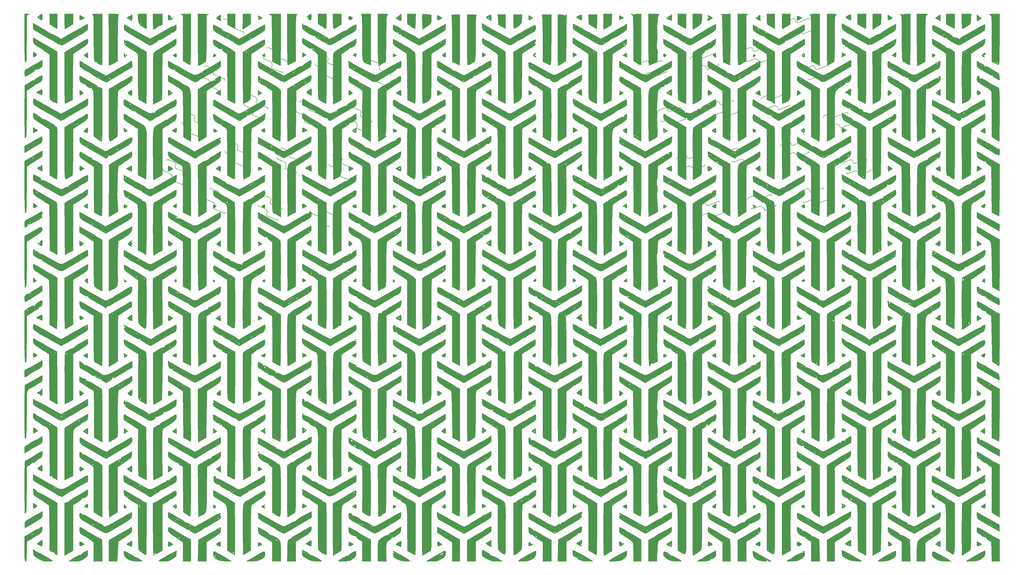
<source format=gbr>
G04 #@! TF.GenerationSoftware,KiCad,Pcbnew,(5.1.4)-1*
G04 #@! TF.CreationDate,2023-11-05T18:19:26-05:00*
G04 #@! TF.ProjectId,ThumbsUp,5468756d-6273-4557-902e-6b696361645f,rev?*
G04 #@! TF.SameCoordinates,Original*
G04 #@! TF.FileFunction,Legend,Bot*
G04 #@! TF.FilePolarity,Positive*
%FSLAX46Y46*%
G04 Gerber Fmt 4.6, Leading zero omitted, Abs format (unit mm)*
G04 Created by KiCad (PCBNEW (5.1.4)-1) date 2023-11-05 18:19:26*
%MOMM*%
%LPD*%
G04 APERTURE LIST*
%ADD10C,0.150000*%
%ADD11C,0.010000*%
G04 APERTURE END LIST*
D10*
X63578454Y-251507761D02*
X63765757Y-251044169D01*
X61166777Y-245464268D02*
G75*
G02X60890489Y-244813372I187304J463592D01*
G01*
X58207255Y-242111474D02*
X60988807Y-243235293D01*
X57556360Y-242387762D02*
X58207255Y-242111474D01*
X56521526Y-246283801D02*
X58839485Y-247220317D01*
X65114341Y-247706308D02*
X65339105Y-247149997D01*
X56245237Y-245632906D02*
X56521526Y-246283801D01*
X65339105Y-247149997D02*
X61166778Y-245464268D01*
X60890489Y-244813372D02*
X61265095Y-243886189D01*
X60988807Y-243235293D02*
X61265095Y-243886189D01*
X58839485Y-247220317D02*
G75*
G02X59668351Y-249173003I-561910J-1390776D01*
G01*
X59406127Y-249822032D02*
X63578454Y-251507761D01*
X59668351Y-249173003D02*
X59406127Y-249822032D01*
X90185505Y-236372874D02*
X90372808Y-235909282D01*
X87773828Y-230329381D02*
G75*
G02X87497540Y-229678485I187304J463592D01*
G01*
X84814306Y-226976587D02*
X87595858Y-228100406D01*
X84163411Y-227252875D02*
X84814306Y-226976587D01*
X83128577Y-231148914D02*
X85446536Y-232085430D01*
X91721392Y-232571421D02*
X91946156Y-232015110D01*
X82852288Y-230498019D02*
X83128577Y-231148914D01*
X91946156Y-232015110D02*
X87773829Y-230329381D01*
X87497540Y-229678485D02*
X87872146Y-228751302D01*
X87595858Y-228100406D02*
X87872146Y-228751302D01*
X85446536Y-232085430D02*
G75*
G02X86275402Y-234038116I-561910J-1390776D01*
G01*
X86013178Y-234687145D02*
X90185505Y-236372874D01*
X86275402Y-234038116D02*
X86013178Y-234687145D01*
X221810096Y-211024246D02*
X221622793Y-210560654D01*
X215877117Y-208352211D02*
G75*
G02X215226223Y-208075923I-187303J463591D01*
G01*
X211419169Y-207996270D02*
X214200721Y-206872451D01*
X211142881Y-208647166D02*
X211419169Y-207996270D01*
X213104899Y-212168598D02*
X215422858Y-211232081D01*
X220274209Y-207222792D02*
X220049445Y-206666482D01*
X212454004Y-211892309D02*
X213104899Y-212168598D01*
X220049445Y-206666482D02*
X215877118Y-208352212D01*
X215226223Y-208075923D02*
X214851616Y-207148739D01*
X214200721Y-206872451D02*
X214851616Y-207148739D01*
X215422858Y-211232081D02*
G75*
G02X217375544Y-212060947I561910J-1390776D01*
G01*
X217637769Y-212709976D02*
X221810096Y-211024246D01*
X217375544Y-212060947D02*
X217637769Y-212709976D01*
X42205911Y-202966908D02*
X42393214Y-202503316D01*
X39794234Y-196923415D02*
G75*
G02X39517946Y-196272519I187304J463592D01*
G01*
X36834712Y-193570621D02*
X39616264Y-194694440D01*
X36183817Y-193846909D02*
X36834712Y-193570621D01*
X35148983Y-197742948D02*
X37466942Y-198679464D01*
X43741798Y-199165455D02*
X43966562Y-198609144D01*
X34872694Y-197092053D02*
X35148983Y-197742948D01*
X43966562Y-198609144D02*
X39794235Y-196923415D01*
X39517946Y-196272519D02*
X39892552Y-195345336D01*
X39616264Y-194694440D02*
X39892552Y-195345336D01*
X37466942Y-198679464D02*
G75*
G02X38295808Y-200632150I-561910J-1390776D01*
G01*
X38033584Y-201281179D02*
X42205911Y-202966908D01*
X38295808Y-200632150D02*
X38033584Y-201281179D01*
X75950455Y-271605860D02*
X76137758Y-271142268D01*
X73538778Y-265562367D02*
G75*
G02X73262490Y-264911471I187304J463592D01*
G01*
X70579256Y-262209573D02*
X73360808Y-263333392D01*
X69928361Y-262485861D02*
X70579256Y-262209573D01*
X68893527Y-266381900D02*
X71211486Y-267318416D01*
X77486342Y-267804407D02*
X77711106Y-267248096D01*
X68617238Y-265731005D02*
X68893527Y-266381900D01*
X77711106Y-267248096D02*
X73538779Y-265562367D01*
X73262490Y-264911471D02*
X73637096Y-263984288D01*
X73360808Y-263333392D02*
X73637096Y-263984288D01*
X71211486Y-267318416D02*
G75*
G02X72040352Y-269271102I-561910J-1390776D01*
G01*
X71778128Y-269920131D02*
X75950455Y-271605860D01*
X72040352Y-269271102D02*
X71778128Y-269920131D01*
X257417689Y-197716379D02*
X257230386Y-197252787D01*
X251484710Y-195044344D02*
G75*
G02X250833816Y-194768056I-187303J463591D01*
G01*
X247026762Y-194688403D02*
X249808314Y-193564584D01*
X246750474Y-195339299D02*
X247026762Y-194688403D01*
X248712492Y-198860731D02*
X251030451Y-197924214D01*
X255881802Y-193914925D02*
X255657038Y-193358615D01*
X248061597Y-198584442D02*
X248712492Y-198860731D01*
X255657038Y-193358615D02*
X251484711Y-195044345D01*
X250833816Y-194768056D02*
X250459209Y-193840872D01*
X249808314Y-193564584D02*
X250459209Y-193840872D01*
X251030451Y-197924214D02*
G75*
G02X252983137Y-198753080I561910J-1390776D01*
G01*
X253245362Y-199402109D02*
X257417689Y-197716379D01*
X252983137Y-198753080D02*
X253245362Y-199402109D01*
X264535215Y-215332873D02*
X264347912Y-214869281D01*
X258602236Y-212660838D02*
G75*
G02X257951342Y-212384550I-187303J463591D01*
G01*
X254144288Y-212304897D02*
X256925840Y-211181078D01*
X253868000Y-212955793D02*
X254144288Y-212304897D01*
X255830018Y-216477225D02*
X258147977Y-215540708D01*
X262999328Y-211531419D02*
X262774564Y-210975109D01*
X255179123Y-216200936D02*
X255830018Y-216477225D01*
X262774564Y-210975109D02*
X258602237Y-212660839D01*
X257951342Y-212384550D02*
X257576735Y-211457366D01*
X256925840Y-211181078D02*
X257576735Y-211457366D01*
X258147977Y-215540708D02*
G75*
G02X260100663Y-216369574I561910J-1390776D01*
G01*
X260362888Y-217018603D02*
X264535215Y-215332873D01*
X260100663Y-216369574D02*
X260362888Y-217018603D01*
X70695979Y-233891268D02*
X70883282Y-233427676D01*
X68284302Y-227847775D02*
G75*
G02X68008014Y-227196879I187304J463592D01*
G01*
X65324780Y-224494981D02*
X68106332Y-225618800D01*
X64673885Y-224771269D02*
X65324780Y-224494981D01*
X63639051Y-228667308D02*
X65957010Y-229603824D01*
X72231866Y-230089815D02*
X72456630Y-229533504D01*
X63362762Y-228016413D02*
X63639051Y-228667308D01*
X72456630Y-229533504D02*
X68284303Y-227847775D01*
X68008014Y-227196879D02*
X68382620Y-226269696D01*
X68106332Y-225618800D02*
X68382620Y-226269696D01*
X65957010Y-229603824D02*
G75*
G02X66785876Y-231556510I-561910J-1390776D01*
G01*
X66523652Y-232205539D02*
X70695979Y-233891268D01*
X66785876Y-231556510D02*
X66523652Y-232205539D01*
X51206453Y-231409662D02*
X51393756Y-230946070D01*
X48794776Y-225366169D02*
G75*
G02X48518488Y-224715273I187304J463592D01*
G01*
X45835254Y-222013375D02*
X48616806Y-223137194D01*
X45184359Y-222289663D02*
X45835254Y-222013375D01*
X44149525Y-226185702D02*
X46467484Y-227122218D01*
X52742340Y-227608209D02*
X52967104Y-227051898D01*
X43873236Y-225534807D02*
X44149525Y-226185702D01*
X52967104Y-227051898D02*
X48794777Y-225366169D01*
X48518488Y-224715273D02*
X48893094Y-223788090D01*
X48616806Y-223137194D02*
X48893094Y-223788090D01*
X46467484Y-227122218D02*
G75*
G02X47296350Y-229074904I-561910J-1390776D01*
G01*
X47034126Y-229723933D02*
X51206453Y-231409662D01*
X47296350Y-229074904D02*
X47034126Y-229723933D01*
X223673146Y-266355332D02*
X223485843Y-265891740D01*
X217740167Y-263683297D02*
G75*
G02X217089273Y-263407009I-187303J463591D01*
G01*
X213282219Y-263327356D02*
X216063771Y-262203537D01*
X213005931Y-263978252D02*
X213282219Y-263327356D01*
X214967949Y-267499684D02*
X217285908Y-266563167D01*
X222137259Y-262553878D02*
X221912495Y-261997568D01*
X214317054Y-267223395D02*
X214967949Y-267499684D01*
X221912495Y-261997568D02*
X217740168Y-263683298D01*
X217089273Y-263407009D02*
X216714666Y-262479825D01*
X216063771Y-262203537D02*
X216714666Y-262479825D01*
X217285908Y-266563167D02*
G75*
G02X219238594Y-267392033I561910J-1390776D01*
G01*
X219500819Y-268041062D02*
X223673146Y-266355332D01*
X219238594Y-267392033D02*
X219500819Y-268041062D01*
X216555621Y-248738838D02*
X216368318Y-248275246D01*
X210622642Y-246066803D02*
G75*
G02X209971748Y-245790515I-187303J463591D01*
G01*
X206164694Y-245710862D02*
X208946246Y-244587043D01*
X205888406Y-246361758D02*
X206164694Y-245710862D01*
X207850424Y-249883190D02*
X210168383Y-248946673D01*
X215019734Y-244937384D02*
X214794970Y-244381074D01*
X207199529Y-249606901D02*
X207850424Y-249883190D01*
X214794970Y-244381074D02*
X210622643Y-246066804D01*
X209971748Y-245790515D02*
X209597141Y-244863331D01*
X208946246Y-244587043D02*
X209597141Y-244863331D01*
X210168383Y-248946673D02*
G75*
G02X212121069Y-249775539I561910J-1390776D01*
G01*
X212383294Y-250424568D02*
X216555621Y-248738838D01*
X212121069Y-249775539D02*
X212383294Y-250424568D01*
X44088928Y-249026155D02*
X44276231Y-248562563D01*
X41677251Y-242982662D02*
G75*
G02X41400963Y-242331766I187304J463592D01*
G01*
X38717729Y-239629868D02*
X41499281Y-240753687D01*
X38066834Y-239906156D02*
X38717729Y-239629868D01*
X37032000Y-243802195D02*
X39349959Y-244738711D01*
X45624815Y-245224702D02*
X45849579Y-244668391D01*
X36755711Y-243151300D02*
X37032000Y-243802195D01*
X45849579Y-244668391D02*
X41677252Y-242982662D01*
X41400963Y-242331766D02*
X41775569Y-241404583D01*
X41499281Y-240753687D02*
X41775569Y-241404583D01*
X39349959Y-244738711D02*
G75*
G02X40178825Y-246691397I-561910J-1390776D01*
G01*
X39916601Y-247340426D02*
X44088928Y-249026155D01*
X40178825Y-246691397D02*
X39916601Y-247340426D01*
X243162672Y-263873726D02*
X242975369Y-263410134D01*
X237229693Y-261201691D02*
G75*
G02X236578799Y-260925403I-187303J463591D01*
G01*
X232771745Y-260845750D02*
X235553297Y-259721931D01*
X232495457Y-261496646D02*
X232771745Y-260845750D01*
X234457475Y-265018078D02*
X236775434Y-264081561D01*
X241626785Y-260072272D02*
X241402021Y-259515962D01*
X233806580Y-264741789D02*
X234457475Y-265018078D01*
X241402021Y-259515962D02*
X237229694Y-261201692D01*
X236578799Y-260925403D02*
X236204192Y-259998219D01*
X235553297Y-259721931D02*
X236204192Y-259998219D01*
X236775434Y-264081561D02*
G75*
G02X238728120Y-264910427I561910J-1390776D01*
G01*
X238990345Y-265559456D02*
X243162672Y-263873726D01*
X238728120Y-264910427D02*
X238990345Y-265559456D01*
X209438095Y-231122345D02*
X209250792Y-230658753D01*
X203505116Y-228450310D02*
G75*
G02X202854222Y-228174022I-187303J463591D01*
G01*
X199047168Y-228094369D02*
X201828720Y-226970550D01*
X198770880Y-228745265D02*
X199047168Y-228094369D01*
X200732898Y-232266697D02*
X203050857Y-231330180D01*
X207902208Y-227320891D02*
X207677444Y-226764581D01*
X200082003Y-231990408D02*
X200732898Y-232266697D01*
X207677444Y-226764581D02*
X203505117Y-228450311D01*
X202854222Y-228174022D02*
X202479615Y-227246838D01*
X201828720Y-226970550D02*
X202479615Y-227246838D01*
X203050857Y-231330180D02*
G75*
G02X205003543Y-232159046I561910J-1390776D01*
G01*
X205265768Y-232808075D02*
X209438095Y-231122345D01*
X205003543Y-232159046D02*
X205265768Y-232808075D01*
X83067980Y-253989367D02*
X83255283Y-253525775D01*
X80656303Y-247945874D02*
G75*
G02X80380015Y-247294978I187304J463592D01*
G01*
X77696781Y-244593080D02*
X80478333Y-245716899D01*
X77045886Y-244869368D02*
X77696781Y-244593080D01*
X76011052Y-248765407D02*
X78329011Y-249701923D01*
X84603867Y-250187914D02*
X84828631Y-249631603D01*
X75734763Y-248114512D02*
X76011052Y-248765407D01*
X84828631Y-249631603D02*
X80656304Y-247945874D01*
X80380015Y-247294978D02*
X80754621Y-246367795D01*
X80478333Y-245716899D02*
X80754621Y-246367795D01*
X78329011Y-249701923D02*
G75*
G02X79157877Y-251654609I-561910J-1390776D01*
G01*
X78895653Y-252303638D02*
X83067980Y-253989367D01*
X79157877Y-251654609D02*
X78895653Y-252303638D01*
X241299622Y-208542640D02*
X241112319Y-208079048D01*
X235366643Y-205870605D02*
G75*
G02X234715749Y-205594317I-187303J463591D01*
G01*
X230908695Y-205514664D02*
X233690247Y-204390845D01*
X230632407Y-206165560D02*
X230908695Y-205514664D01*
X232594425Y-209686992D02*
X234912384Y-208750475D01*
X239763735Y-204741186D02*
X239538971Y-204184876D01*
X231943530Y-209410703D02*
X232594425Y-209686992D01*
X239538971Y-204184876D02*
X235366644Y-205870606D01*
X234715749Y-205594317D02*
X234341142Y-204667133D01*
X233690247Y-204390845D02*
X234341142Y-204667133D01*
X234912384Y-208750475D02*
G75*
G02X236865070Y-209579341I561910J-1390776D01*
G01*
X237127295Y-210228370D02*
X241299622Y-208542640D01*
X236865070Y-209579341D02*
X237127295Y-210228370D01*
X248417148Y-226159133D02*
X248229845Y-225695541D01*
X242484169Y-223487098D02*
G75*
G02X241833275Y-223210810I-187303J463591D01*
G01*
X238026221Y-223131157D02*
X240807773Y-222007338D01*
X237749933Y-223782053D02*
X238026221Y-223131157D01*
X239711951Y-227303485D02*
X242029910Y-226366968D01*
X246881261Y-222357679D02*
X246656497Y-221801369D01*
X239061056Y-227027196D02*
X239711951Y-227303485D01*
X246656497Y-221801369D02*
X242484170Y-223487099D01*
X241833275Y-223210810D02*
X241458668Y-222283626D01*
X240807773Y-222007338D02*
X241458668Y-222283626D01*
X242029910Y-226366968D02*
G75*
G02X243982596Y-227195834I561910J-1390776D01*
G01*
X244244821Y-227844863D02*
X248417148Y-226159133D01*
X243982596Y-227195834D02*
X244244821Y-227844863D01*
X202320570Y-213505852D02*
X202133267Y-213042260D01*
X196387591Y-210833817D02*
G75*
G02X195736697Y-210557529I-187303J463591D01*
G01*
X191929643Y-210477876D02*
X194711195Y-209354057D01*
X191653355Y-211128772D02*
X191929643Y-210477876D01*
X193615373Y-214650204D02*
X195933332Y-213713687D01*
X200784683Y-209704398D02*
X200559919Y-209148088D01*
X192964478Y-214373915D02*
X193615373Y-214650204D01*
X200559919Y-209148088D02*
X196387592Y-210833818D01*
X195736697Y-210557529D02*
X195362090Y-209630345D01*
X194711195Y-209354057D02*
X195362090Y-209630345D01*
X195933332Y-213713687D02*
G75*
G02X197886018Y-214542553I561910J-1390776D01*
G01*
X198148243Y-215191582D02*
X202320570Y-213505852D01*
X197886018Y-214542553D02*
X198148243Y-215191582D01*
X271652740Y-232949366D02*
X271465437Y-232485774D01*
X265719761Y-230277331D02*
G75*
G02X265068867Y-230001043I-187303J463591D01*
G01*
X261261813Y-229921390D02*
X264043365Y-228797571D01*
X260985525Y-230572286D02*
X261261813Y-229921390D01*
X262947543Y-234093718D02*
X265265502Y-233157201D01*
X270116853Y-229147912D02*
X269892089Y-228591602D01*
X262296648Y-233817429D02*
X262947543Y-234093718D01*
X269892089Y-228591602D02*
X265719762Y-230277332D01*
X265068867Y-230001043D02*
X264694260Y-229073859D01*
X264043365Y-228797571D02*
X264694260Y-229073859D01*
X265265502Y-233157201D02*
G75*
G02X267218188Y-233986067I561910J-1390776D01*
G01*
X267480413Y-234635096D02*
X271652740Y-232949366D01*
X267218188Y-233986067D02*
X267480413Y-234635096D01*
X236045147Y-246257232D02*
X235857844Y-245793640D01*
X230112168Y-243585197D02*
G75*
G02X229461274Y-243308909I-187303J463591D01*
G01*
X225654220Y-243229256D02*
X228435772Y-242105437D01*
X225377932Y-243880152D02*
X225654220Y-243229256D01*
X227339950Y-247401584D02*
X229657909Y-246465067D01*
X234509260Y-242455778D02*
X234284496Y-241899468D01*
X226689055Y-247125295D02*
X227339950Y-247401584D01*
X234284496Y-241899468D02*
X230112169Y-243585198D01*
X229461274Y-243308909D02*
X229086667Y-242381725D01*
X228435772Y-242105437D02*
X229086667Y-242381725D01*
X229657909Y-246465067D02*
G75*
G02X231610595Y-247293933I561910J-1390776D01*
G01*
X231872820Y-247942962D02*
X236045147Y-246257232D01*
X231610595Y-247293933D02*
X231872820Y-247942962D01*
X228927621Y-228640739D02*
X228740318Y-228177147D01*
X222994642Y-225968704D02*
G75*
G02X222343748Y-225692416I-187303J463591D01*
G01*
X218536694Y-225612763D02*
X221318246Y-224488944D01*
X218260406Y-226263659D02*
X218536694Y-225612763D01*
X220222424Y-229785091D02*
X222540383Y-228848574D01*
X227391734Y-224839285D02*
X227166970Y-224282975D01*
X219571529Y-229508802D02*
X220222424Y-229785091D01*
X227166970Y-224282975D02*
X222994643Y-225968705D01*
X222343748Y-225692416D02*
X221969141Y-224765232D01*
X221318246Y-224488944D02*
X221969141Y-224765232D01*
X222540383Y-228848574D02*
G75*
G02X224493069Y-229677440I561910J-1390776D01*
G01*
X224755294Y-230326469D02*
X228927621Y-228640739D01*
X224493069Y-229677440D02*
X224755294Y-230326469D01*
X278770265Y-250565859D02*
X278582962Y-250102267D01*
X272837286Y-247893824D02*
G75*
G02X272186392Y-247617536I-187303J463591D01*
G01*
X268379338Y-247537883D02*
X271160890Y-246414064D01*
X268103050Y-248188779D02*
X268379338Y-247537883D01*
X270065068Y-251710211D02*
X272383027Y-250773694D01*
X277234378Y-246764405D02*
X277009614Y-246208095D01*
X269414173Y-251433922D02*
X270065068Y-251710211D01*
X277009614Y-246208095D02*
X272837287Y-247893825D01*
X272186392Y-247617536D02*
X271811785Y-246690352D01*
X271160890Y-246414064D02*
X271811785Y-246690352D01*
X272383027Y-250773694D02*
G75*
G02X274335713Y-251602560I561910J-1390776D01*
G01*
X274597938Y-252251589D02*
X278770265Y-250565859D01*
X274335713Y-251602560D02*
X274597938Y-252251589D01*
X58323978Y-213793168D02*
X58511281Y-213329576D01*
X55912301Y-207749675D02*
G75*
G02X55636013Y-207098779I187304J463592D01*
G01*
X52952779Y-204396881D02*
X55734331Y-205520700D01*
X52301884Y-204673169D02*
X52952779Y-204396881D01*
X51267050Y-208569208D02*
X53585009Y-209505724D01*
X59859865Y-209991715D02*
X60084629Y-209435404D01*
X50990761Y-207918313D02*
X51267050Y-208569208D01*
X60084629Y-209435404D02*
X55912302Y-207749675D01*
X55636013Y-207098779D02*
X56010619Y-206171596D01*
X55734331Y-205520700D02*
X56010619Y-206171596D01*
X53585009Y-209505724D02*
G75*
G02X54413875Y-211458410I-561910J-1390776D01*
G01*
X54151651Y-212107439D02*
X58323978Y-213793168D01*
X54413875Y-211458410D02*
X54151651Y-212107439D01*
X97303031Y-218756380D02*
X97490334Y-218292788D01*
X94891354Y-212712887D02*
G75*
G02X94615066Y-212061991I187304J463592D01*
G01*
X91931832Y-209360093D02*
X94713384Y-210483912D01*
X91280937Y-209636381D02*
X91931832Y-209360093D01*
X90246103Y-213532420D02*
X92564062Y-214468936D01*
X98838918Y-214954927D02*
X99063682Y-214398616D01*
X89969814Y-212881525D02*
X90246103Y-213532420D01*
X99063682Y-214398616D02*
X94891355Y-212712887D01*
X94615066Y-212061991D02*
X94989672Y-211134808D01*
X94713384Y-210483912D02*
X94989672Y-211134808D01*
X92564062Y-214468936D02*
G75*
G02X93392928Y-216421622I-561910J-1390776D01*
G01*
X93130704Y-217070651D02*
X97303031Y-218756380D01*
X93392928Y-216421622D02*
X93130704Y-217070651D01*
X255534673Y-243775626D02*
X255347370Y-243312034D01*
X249601694Y-241103591D02*
G75*
G02X248950800Y-240827303I-187303J463591D01*
G01*
X245143746Y-240747650D02*
X247925298Y-239623831D01*
X244867458Y-241398546D02*
X245143746Y-240747650D01*
X246829476Y-244919978D02*
X249147435Y-243983461D01*
X253998786Y-239974172D02*
X253774022Y-239417862D01*
X246178581Y-244643689D02*
X246829476Y-244919978D01*
X253774022Y-239417862D02*
X249601695Y-241103592D01*
X248950800Y-240827303D02*
X248576193Y-239900119D01*
X247925298Y-239623831D02*
X248576193Y-239900119D01*
X249147435Y-243983461D02*
G75*
G02X251100121Y-244812327I561910J-1390776D01*
G01*
X251362346Y-245461356D02*
X255534673Y-243775626D01*
X251100121Y-244812327D02*
X251362346Y-245461356D01*
X36971402Y-266642648D02*
X37158705Y-266179056D01*
X34559725Y-260599155D02*
G75*
G02X34283437Y-259948259I187304J463592D01*
G01*
X31600203Y-257246361D02*
X34381755Y-258370180D01*
X30949308Y-257522649D02*
X31600203Y-257246361D01*
X29914474Y-261418688D02*
X32232433Y-262355204D01*
X38507289Y-262841195D02*
X38732053Y-262284884D01*
X29638185Y-260767793D02*
X29914474Y-261418688D01*
X38732053Y-262284884D02*
X34559726Y-260599155D01*
X34283437Y-259948259D02*
X34658043Y-259021076D01*
X34381755Y-258370180D02*
X34658043Y-259021076D01*
X32232433Y-262355204D02*
G75*
G02X33061299Y-264307890I-561910J-1390776D01*
G01*
X32799075Y-264956919D02*
X36971402Y-266642648D01*
X33061299Y-264307890D02*
X32799075Y-264956919D01*
X27970861Y-238199894D02*
X28158164Y-237736302D01*
X25559184Y-232156401D02*
G75*
G02X25282896Y-231505505I187304J463592D01*
G01*
X22599662Y-228803607D02*
X25381214Y-229927426D01*
X21948767Y-229079895D02*
X22599662Y-228803607D01*
X20913933Y-232975934D02*
X23231892Y-233912450D01*
X29506748Y-234398441D02*
X29731512Y-233842130D01*
X20637644Y-232325039D02*
X20913933Y-232975934D01*
X29731512Y-233842130D02*
X25559185Y-232156401D01*
X25282896Y-231505505D02*
X25657502Y-230578322D01*
X25381214Y-229927426D02*
X25657502Y-230578322D01*
X23231892Y-233912450D02*
G75*
G02X24060758Y-235865136I-561910J-1390776D01*
G01*
X23798534Y-236514165D02*
X27970861Y-238199894D01*
X24060758Y-235865136D02*
X23798534Y-236514165D01*
X20853336Y-255816387D02*
X21040639Y-255352795D01*
X18441659Y-249772894D02*
G75*
G02X18165371Y-249121998I187304J463592D01*
G01*
X15482137Y-246420100D02*
X18263689Y-247543919D01*
X14831242Y-246696388D02*
X15482137Y-246420100D01*
X13796408Y-250592427D02*
X16114367Y-251528943D01*
X22389223Y-252014934D02*
X22613987Y-251458623D01*
X13520119Y-249941532D02*
X13796408Y-250592427D01*
X22613987Y-251458623D02*
X18441660Y-249772894D01*
X18165371Y-249121998D02*
X18539977Y-248194815D01*
X18263689Y-247543919D02*
X18539977Y-248194815D01*
X16114367Y-251528943D02*
G75*
G02X16943233Y-253481629I-561910J-1390776D01*
G01*
X16681009Y-254130658D02*
X20853336Y-255816387D01*
X16943233Y-253481629D02*
X16681009Y-254130658D01*
X56460929Y-269124254D02*
X56648232Y-268660662D01*
X54049252Y-263080761D02*
G75*
G02X53772964Y-262429865I187304J463592D01*
G01*
X51089730Y-259727967D02*
X53871282Y-260851786D01*
X50438835Y-260004255D02*
X51089730Y-259727967D01*
X49404001Y-263900294D02*
X51721960Y-264836810D01*
X57996816Y-265322801D02*
X58221580Y-264766490D01*
X49127712Y-263249399D02*
X49404001Y-263900294D01*
X58221580Y-264766490D02*
X54049253Y-263080761D01*
X53772964Y-262429865D02*
X54147570Y-261502682D01*
X53871282Y-260851786D02*
X54147570Y-261502682D01*
X51721960Y-264836810D02*
G75*
G02X52550826Y-266789496I-561910J-1390776D01*
G01*
X52288602Y-267438525D02*
X56460929Y-269124254D01*
X52550826Y-266789496D02*
X52288602Y-267438525D01*
X77813504Y-216274774D02*
X78000807Y-215811182D01*
X75401827Y-210231281D02*
G75*
G02X75125539Y-209580385I187304J463592D01*
G01*
X72442305Y-206878487D02*
X75223857Y-208002306D01*
X71791410Y-207154775D02*
X72442305Y-206878487D01*
X70756576Y-211050814D02*
X73074535Y-211987330D01*
X79349391Y-212473321D02*
X79574155Y-211917010D01*
X70480287Y-210399919D02*
X70756576Y-211050814D01*
X79574155Y-211917010D02*
X75401828Y-210231281D01*
X75125539Y-209580385D02*
X75500145Y-208653202D01*
X75223857Y-208002306D02*
X75500145Y-208653202D01*
X73074535Y-211987330D02*
G75*
G02X73903401Y-213940016I-561910J-1390776D01*
G01*
X73641177Y-214589045D02*
X77813504Y-216274774D01*
X73903401Y-213940016D02*
X73641177Y-214589045D01*
X35088386Y-220583401D02*
X35275689Y-220119809D01*
X32676709Y-214539908D02*
G75*
G02X32400421Y-213889012I187304J463592D01*
G01*
X29717187Y-211187114D02*
X32498739Y-212310933D01*
X29066292Y-211463402D02*
X29717187Y-211187114D01*
X28031458Y-215359441D02*
X30349417Y-216295957D01*
X36624273Y-216781948D02*
X36849037Y-216225637D01*
X27755169Y-214708546D02*
X28031458Y-215359441D01*
X36849037Y-216225637D02*
X32676710Y-214539908D01*
X32400421Y-213889012D02*
X32775027Y-212961829D01*
X32498739Y-212310933D02*
X32775027Y-212961829D01*
X30349417Y-216295957D02*
G75*
G02X31178283Y-218248643I-561910J-1390776D01*
G01*
X30916059Y-218897672D02*
X35088386Y-220583401D01*
X31178283Y-218248643D02*
X30916059Y-218897672D01*
X262652198Y-261392120D02*
X262464895Y-260928528D01*
X256719219Y-258720085D02*
G75*
G02X256068325Y-258443797I-187303J463591D01*
G01*
X252261271Y-258364144D02*
X255042823Y-257240325D01*
X251984983Y-259015040D02*
X252261271Y-258364144D01*
X253947001Y-262536472D02*
X256264960Y-261599955D01*
X261116311Y-257590666D02*
X260891547Y-257034356D01*
X253296106Y-262260183D02*
X253947001Y-262536472D01*
X260891547Y-257034356D02*
X256719220Y-258720086D01*
X256068325Y-258443797D02*
X255693718Y-257516613D01*
X255042823Y-257240325D02*
X255693718Y-257516613D01*
X256264960Y-261599955D02*
G75*
G02X258217646Y-262428821I561910J-1390776D01*
G01*
X258479871Y-263077850D02*
X262652198Y-261392120D01*
X258217646Y-262428821D02*
X258479871Y-263077850D01*
D11*
G36*
X-32096195Y-191899063D02*
G01*
X-32615870Y-192249074D01*
X-33127440Y-192657162D01*
X-33441646Y-192979928D01*
X-33470000Y-193047928D01*
X-33265595Y-193284717D01*
X-32786898Y-193634346D01*
X-32235688Y-193966141D01*
X-31813747Y-194149425D01*
X-31757695Y-194156842D01*
X-31662676Y-193917695D01*
X-31605706Y-193312674D01*
X-31601134Y-193087369D01*
X-32534211Y-193087369D01*
X-32555409Y-193333744D01*
X-32652116Y-193354737D01*
X-32924382Y-193160651D01*
X-32935263Y-193087369D01*
X-32844041Y-192826952D01*
X-32817358Y-192820000D01*
X-32589087Y-193007355D01*
X-32534211Y-193087369D01*
X-31601134Y-193087369D01*
X-31598421Y-192953684D01*
X-31630075Y-192235913D01*
X-31710157Y-191805553D01*
X-31757674Y-191750527D01*
X-32096195Y-191899063D01*
X-32096195Y-191899063D01*
G37*
X-32096195Y-191899063D02*
X-32615870Y-192249074D01*
X-33127440Y-192657162D01*
X-33441646Y-192979928D01*
X-33470000Y-193047928D01*
X-33265595Y-193284717D01*
X-32786898Y-193634346D01*
X-32235688Y-193966141D01*
X-31813747Y-194149425D01*
X-31757695Y-194156842D01*
X-31662676Y-193917695D01*
X-31605706Y-193312674D01*
X-31601134Y-193087369D01*
X-32534211Y-193087369D01*
X-32555409Y-193333744D01*
X-32652116Y-193354737D01*
X-32924382Y-193160651D01*
X-32935263Y-193087369D01*
X-32844041Y-192826952D01*
X-32817358Y-192820000D01*
X-32589087Y-193007355D01*
X-32534211Y-193087369D01*
X-31601134Y-193087369D01*
X-31598421Y-192953684D01*
X-31630075Y-192235913D01*
X-31710157Y-191805553D01*
X-31757674Y-191750527D01*
X-32096195Y-191899063D01*
G36*
X-17652184Y-192520642D02*
G01*
X-17694184Y-193099310D01*
X-17695263Y-193221053D01*
X-17656937Y-193865641D01*
X-17465770Y-194098302D01*
X-17007481Y-193967965D01*
X-16528492Y-193720588D01*
X-15762773Y-193305744D01*
X-15902036Y-193221053D01*
X-16625790Y-193221053D01*
X-16759474Y-193354737D01*
X-16893158Y-193221053D01*
X-16759474Y-193087369D01*
X-16625790Y-193221053D01*
X-15902036Y-193221053D01*
X-16601796Y-192795504D01*
X-17182944Y-192461135D01*
X-17540284Y-192290787D01*
X-17568041Y-192285263D01*
X-17652184Y-192520642D01*
X-17652184Y-192520642D01*
G37*
X-17652184Y-192520642D02*
X-17694184Y-193099310D01*
X-17695263Y-193221053D01*
X-17656937Y-193865641D01*
X-17465770Y-194098302D01*
X-17007481Y-193967965D01*
X-16528492Y-193720588D01*
X-15762773Y-193305744D01*
X-15902036Y-193221053D01*
X-16625790Y-193221053D01*
X-16759474Y-193354737D01*
X-16893158Y-193221053D01*
X-16759474Y-193087369D01*
X-16625790Y-193221053D01*
X-15902036Y-193221053D01*
X-16601796Y-192795504D01*
X-17182944Y-192461135D01*
X-17540284Y-192290787D01*
X-17568041Y-192285263D01*
X-17652184Y-192520642D01*
G36*
X49187225Y-192445353D02*
G01*
X49146842Y-192671200D01*
X49321037Y-193038366D01*
X49481053Y-193091463D01*
X49650644Y-193163357D01*
X49448464Y-193327909D01*
X49144407Y-193648383D01*
X49272990Y-193853781D01*
X49733193Y-193862969D01*
X50015789Y-193783559D01*
X50584545Y-193528627D01*
X50681523Y-193280146D01*
X50300869Y-192945735D01*
X49948947Y-192728847D01*
X49411319Y-192441716D01*
X49187225Y-192445353D01*
X49187225Y-192445353D01*
G37*
X49187225Y-192445353D02*
X49146842Y-192671200D01*
X49321037Y-193038366D01*
X49481053Y-193091463D01*
X49650644Y-193163357D01*
X49448464Y-193327909D01*
X49144407Y-193648383D01*
X49272990Y-193853781D01*
X49733193Y-193862969D01*
X50015789Y-193783559D01*
X50584545Y-193528627D01*
X50681523Y-193280146D01*
X50300869Y-192945735D01*
X49948947Y-192728847D01*
X49411319Y-192441716D01*
X49187225Y-192445353D01*
G36*
X68762466Y-191890713D02*
G01*
X68204360Y-192244636D01*
X67915289Y-192442721D01*
X67389842Y-192846317D01*
X67331692Y-192994553D01*
X67528421Y-192959441D01*
X68005193Y-192921782D01*
X68130000Y-193069351D01*
X67920872Y-193337303D01*
X67811529Y-193354737D01*
X67729487Y-193461741D01*
X67963907Y-193705071D01*
X68360069Y-193968204D01*
X68763257Y-194134615D01*
X68865263Y-194148339D01*
X69098849Y-193900275D01*
X69196732Y-193155804D01*
X69199474Y-192953684D01*
X69170081Y-192235895D01*
X69095719Y-191805539D01*
X69051604Y-191750527D01*
X68762466Y-191890713D01*
X68762466Y-191890713D01*
G37*
X68762466Y-191890713D02*
X68204360Y-192244636D01*
X67915289Y-192442721D01*
X67389842Y-192846317D01*
X67331692Y-192994553D01*
X67528421Y-192959441D01*
X68005193Y-192921782D01*
X68130000Y-193069351D01*
X67920872Y-193337303D01*
X67811529Y-193354737D01*
X67729487Y-193461741D01*
X67963907Y-193705071D01*
X68360069Y-193968204D01*
X68763257Y-194134615D01*
X68865263Y-194148339D01*
X69098849Y-193900275D01*
X69196732Y-193155804D01*
X69199474Y-192953684D01*
X69170081Y-192235895D01*
X69095719Y-191805539D01*
X69051604Y-191750527D01*
X68762466Y-191890713D01*
G36*
X83080963Y-192827209D02*
G01*
X83027233Y-193434852D01*
X83033164Y-193467348D01*
X83170855Y-193972176D01*
X83420031Y-194100780D01*
X83942738Y-193908050D01*
X84105263Y-193830521D01*
X84618814Y-193476954D01*
X84603092Y-193136262D01*
X84151213Y-192808819D01*
X83475898Y-192606590D01*
X83080963Y-192827209D01*
X83080963Y-192827209D01*
G37*
X83080963Y-192827209D02*
X83027233Y-193434852D01*
X83033164Y-193467348D01*
X83170855Y-193972176D01*
X83420031Y-194100780D01*
X83942738Y-193908050D01*
X84105263Y-193830521D01*
X84618814Y-193476954D01*
X84603092Y-193136262D01*
X84151213Y-192808819D01*
X83475898Y-192606590D01*
X83080963Y-192827209D01*
G36*
X116299395Y-192520642D02*
G01*
X116257395Y-193099310D01*
X116256316Y-193221053D01*
X116352833Y-193912256D01*
X116671708Y-194139641D01*
X117256925Y-193920303D01*
X117508896Y-193755790D01*
X116791053Y-193755790D01*
X116657368Y-193889474D01*
X116523684Y-193755790D01*
X116657368Y-193622105D01*
X116791053Y-193755790D01*
X117508896Y-193755790D01*
X117554955Y-193725718D01*
X118170471Y-193294594D01*
X117340615Y-192789929D01*
X116762676Y-192457712D01*
X116409179Y-192290131D01*
X116383538Y-192285263D01*
X116299395Y-192520642D01*
X116299395Y-192520642D01*
G37*
X116299395Y-192520642D02*
X116257395Y-193099310D01*
X116256316Y-193221053D01*
X116352833Y-193912256D01*
X116671708Y-194139641D01*
X117256925Y-193920303D01*
X117508896Y-193755790D01*
X116791053Y-193755790D01*
X116657368Y-193889474D01*
X116523684Y-193755790D01*
X116657368Y-193622105D01*
X116791053Y-193755790D01*
X117508896Y-193755790D01*
X117554955Y-193725718D01*
X118170471Y-193294594D01*
X117340615Y-192789929D01*
X116762676Y-192457712D01*
X116409179Y-192290131D01*
X116383538Y-192285263D01*
X116299395Y-192520642D01*
G36*
X150479474Y-193205937D02*
G01*
X150547325Y-193906790D01*
X150795120Y-194120254D01*
X151289221Y-193876688D01*
X151533681Y-193688231D01*
X152112391Y-193219620D01*
X151295932Y-192737326D01*
X150479474Y-192255031D01*
X150479474Y-193205937D01*
X150479474Y-193205937D01*
G37*
X150479474Y-193205937D02*
X150547325Y-193906790D01*
X150795120Y-194120254D01*
X151289221Y-193876688D01*
X151533681Y-193688231D01*
X152112391Y-193219620D01*
X151295932Y-192737326D01*
X150479474Y-192255031D01*
X150479474Y-193205937D01*
G36*
X169796416Y-192180285D02*
G01*
X169163126Y-192533088D01*
X168315959Y-193048281D01*
X169223506Y-193601562D01*
X169848499Y-193954563D01*
X170275256Y-194145080D01*
X170331579Y-194155843D01*
X170457173Y-193919169D01*
X170527006Y-193326744D01*
X170532105Y-193087369D01*
X170480941Y-192363884D01*
X170266291Y-192073904D01*
X169796416Y-192180285D01*
X169796416Y-192180285D01*
G37*
X169796416Y-192180285D02*
X169163126Y-192533088D01*
X168315959Y-193048281D01*
X169223506Y-193601562D01*
X169848499Y-193954563D01*
X170275256Y-194145080D01*
X170331579Y-194155843D01*
X170457173Y-193919169D01*
X170527006Y-193326744D01*
X170532105Y-193087369D01*
X170480941Y-192363884D01*
X170266291Y-192073904D01*
X169796416Y-192180285D01*
G36*
X184435263Y-193225378D02*
G01*
X184506670Y-193842126D01*
X184682159Y-194149188D01*
X184718411Y-194156842D01*
X184878093Y-193993042D01*
X184836316Y-193889474D01*
X184929714Y-193690031D01*
X185339494Y-193622105D01*
X185972207Y-193531884D01*
X186106005Y-193290260D01*
X185739900Y-192940793D01*
X185359602Y-192734701D01*
X184435263Y-192293915D01*
X184435263Y-193225378D01*
X184435263Y-193225378D01*
G37*
X184435263Y-193225378D02*
X184506670Y-193842126D01*
X184682159Y-194149188D01*
X184718411Y-194156842D01*
X184878093Y-193993042D01*
X184836316Y-193889474D01*
X184929714Y-193690031D01*
X185339494Y-193622105D01*
X185972207Y-193531884D01*
X186106005Y-193290260D01*
X185739900Y-192940793D01*
X185359602Y-192734701D01*
X184435263Y-192293915D01*
X184435263Y-193225378D01*
G36*
X270882949Y-191984017D02*
G01*
X270355592Y-192230081D01*
X269774589Y-192573771D01*
X269328684Y-192905733D01*
X269196053Y-193087369D01*
X269404970Y-193299397D01*
X269902151Y-193619726D01*
X270488862Y-193935797D01*
X270966371Y-194135051D01*
X271084299Y-194156842D01*
X271240872Y-193920259D01*
X271325262Y-193332135D01*
X271330000Y-193131930D01*
X271291285Y-192430318D01*
X271195459Y-191987387D01*
X271167914Y-191944932D01*
X270882949Y-191984017D01*
X270882949Y-191984017D01*
G37*
X270882949Y-191984017D02*
X270355592Y-192230081D01*
X269774589Y-192573771D01*
X269328684Y-192905733D01*
X269196053Y-193087369D01*
X269404970Y-193299397D01*
X269902151Y-193619726D01*
X270488862Y-193935797D01*
X270966371Y-194135051D01*
X271084299Y-194156842D01*
X271240872Y-193920259D01*
X271325262Y-193332135D01*
X271330000Y-193131930D01*
X271291285Y-192430318D01*
X271195459Y-191987387D01*
X271167914Y-191944932D01*
X270882949Y-191984017D01*
G36*
X285035418Y-193121267D02*
G01*
X285068785Y-193828388D01*
X285306297Y-194095828D01*
X285841098Y-193975730D01*
X286235789Y-193793245D01*
X286692905Y-193526232D01*
X286761623Y-193286469D01*
X286414210Y-192961879D01*
X285953731Y-192653372D01*
X285076714Y-192085692D01*
X285035418Y-193121267D01*
X285035418Y-193121267D01*
G37*
X285035418Y-193121267D02*
X285068785Y-193828388D01*
X285306297Y-194095828D01*
X285841098Y-193975730D01*
X286235789Y-193793245D01*
X286692905Y-193526232D01*
X286761623Y-193286469D01*
X286414210Y-192961879D01*
X285953731Y-192653372D01*
X285076714Y-192085692D01*
X285035418Y-193121267D01*
G36*
X1563033Y-192221356D02*
G01*
X1555263Y-192285263D01*
X1343395Y-192539365D01*
X1221053Y-192561135D01*
X756824Y-192718663D01*
X379372Y-192953759D01*
X51444Y-193245273D01*
X151520Y-193427842D01*
X553927Y-193597185D01*
X1126220Y-193888979D01*
X1411386Y-194140350D01*
X1722608Y-194431008D01*
X1955540Y-194231750D01*
X2078604Y-193585356D01*
X2090000Y-193221053D01*
X1555263Y-193221053D01*
X1421579Y-193354737D01*
X1287895Y-193221053D01*
X1421579Y-193087369D01*
X1555263Y-193221053D01*
X2090000Y-193221053D01*
X2036895Y-192503518D01*
X1902535Y-192073102D01*
X1822631Y-192017895D01*
X1563033Y-192221356D01*
X1563033Y-192221356D01*
G37*
X1563033Y-192221356D02*
X1555263Y-192285263D01*
X1343395Y-192539365D01*
X1221053Y-192561135D01*
X756824Y-192718663D01*
X379372Y-192953759D01*
X51444Y-193245273D01*
X151520Y-193427842D01*
X553927Y-193597185D01*
X1126220Y-193888979D01*
X1411386Y-194140350D01*
X1722608Y-194431008D01*
X1955540Y-194231750D01*
X2078604Y-193585356D01*
X2090000Y-193221053D01*
X1555263Y-193221053D01*
X1421579Y-193354737D01*
X1287895Y-193221053D01*
X1421579Y-193087369D01*
X1555263Y-193221053D01*
X2090000Y-193221053D01*
X2036895Y-192503518D01*
X1902535Y-192073102D01*
X1822631Y-192017895D01*
X1563033Y-192221356D01*
G36*
X15579464Y-192270101D02*
G01*
X15507149Y-192682087D01*
X15485712Y-193469892D01*
X15537580Y-193959992D01*
X15635951Y-194288571D01*
X15689379Y-194207905D01*
X15866877Y-193982554D01*
X15982282Y-194016436D01*
X16374760Y-194005939D01*
X16890180Y-193765268D01*
X17270793Y-193435072D01*
X17330000Y-193281015D01*
X17133226Y-193229046D01*
X16728421Y-193389104D01*
X16324192Y-193583108D01*
X16321332Y-193483337D01*
X16473799Y-193288915D01*
X16655602Y-192932930D01*
X16580031Y-192820000D01*
X16260526Y-192820000D01*
X16162700Y-193040075D01*
X16082281Y-192998246D01*
X16050282Y-192680942D01*
X16082281Y-192641755D01*
X16241231Y-192678456D01*
X16260526Y-192820000D01*
X16580031Y-192820000D01*
X16441578Y-192613103D01*
X16206430Y-192435131D01*
X15762687Y-192162223D01*
X15579464Y-192270101D01*
X15579464Y-192270101D01*
G37*
X15579464Y-192270101D02*
X15507149Y-192682087D01*
X15485712Y-193469892D01*
X15537580Y-193959992D01*
X15635951Y-194288571D01*
X15689379Y-194207905D01*
X15866877Y-193982554D01*
X15982282Y-194016436D01*
X16374760Y-194005939D01*
X16890180Y-193765268D01*
X17270793Y-193435072D01*
X17330000Y-193281015D01*
X17133226Y-193229046D01*
X16728421Y-193389104D01*
X16324192Y-193583108D01*
X16321332Y-193483337D01*
X16473799Y-193288915D01*
X16655602Y-192932930D01*
X16580031Y-192820000D01*
X16260526Y-192820000D01*
X16162700Y-193040075D01*
X16082281Y-192998246D01*
X16050282Y-192680942D01*
X16082281Y-192641755D01*
X16241231Y-192678456D01*
X16260526Y-192820000D01*
X16580031Y-192820000D01*
X16441578Y-192613103D01*
X16206430Y-192435131D01*
X15762687Y-192162223D01*
X15579464Y-192270101D01*
G36*
X34330194Y-192611786D02*
G01*
X33728161Y-193065919D01*
X33599778Y-193408122D01*
X33955230Y-193751085D01*
X34458533Y-194031926D01*
X35243684Y-194437943D01*
X35243684Y-192012979D01*
X34330194Y-192611786D01*
X34330194Y-192611786D01*
G37*
X34330194Y-192611786D02*
X33728161Y-193065919D01*
X33599778Y-193408122D01*
X33955230Y-193751085D01*
X34458533Y-194031926D01*
X35243684Y-194437943D01*
X35243684Y-192012979D01*
X34330194Y-192611786D01*
G36*
X102085789Y-192327540D02*
G01*
X101562287Y-192771378D01*
X101293253Y-193110483D01*
X101283684Y-193153429D01*
X101116901Y-193266016D01*
X101016316Y-193221053D01*
X100769667Y-193203410D01*
X100751033Y-193272116D01*
X100996272Y-193545604D01*
X101682580Y-193941181D01*
X102553684Y-194339787D01*
X102762351Y-194264379D01*
X102867097Y-193769793D01*
X102887895Y-193107970D01*
X102887895Y-192820000D01*
X102620526Y-192820000D01*
X102522700Y-193040075D01*
X102442281Y-192998246D01*
X102410282Y-192680942D01*
X102442281Y-192641755D01*
X102601231Y-192678456D01*
X102620526Y-192820000D01*
X102887895Y-192820000D01*
X102887895Y-191734519D01*
X102085789Y-192327540D01*
X102085789Y-192327540D01*
G37*
X102085789Y-192327540D02*
X101562287Y-192771378D01*
X101293253Y-193110483D01*
X101283684Y-193153429D01*
X101116901Y-193266016D01*
X101016316Y-193221053D01*
X100769667Y-193203410D01*
X100751033Y-193272116D01*
X100996272Y-193545604D01*
X101682580Y-193941181D01*
X102553684Y-194339787D01*
X102762351Y-194264379D01*
X102867097Y-193769793D01*
X102887895Y-193107970D01*
X102887895Y-192820000D01*
X102620526Y-192820000D01*
X102522700Y-193040075D01*
X102442281Y-192998246D01*
X102410282Y-192680942D01*
X102442281Y-192641755D01*
X102601231Y-192678456D01*
X102620526Y-192820000D01*
X102887895Y-192820000D01*
X102887895Y-191734519D01*
X102085789Y-192327540D01*
G36*
X135864594Y-192167850D02*
G01*
X135238787Y-192513961D01*
X134786329Y-192814574D01*
X134651386Y-193056426D01*
X134875121Y-193339617D01*
X135498697Y-193764245D01*
X135841053Y-193978525D01*
X136576316Y-194436538D01*
X136576316Y-193512768D01*
X136041579Y-193512768D01*
X135839179Y-193515422D01*
X135640526Y-193451425D01*
X135286300Y-193170919D01*
X135239474Y-193026025D01*
X135398448Y-192937471D01*
X135640526Y-193087369D01*
X135972570Y-193403747D01*
X136041579Y-193512768D01*
X136576316Y-193512768D01*
X136576316Y-193227216D01*
X136528302Y-192420611D01*
X136322128Y-192084056D01*
X135864594Y-192167850D01*
X135864594Y-192167850D01*
G37*
X135864594Y-192167850D02*
X135238787Y-192513961D01*
X134786329Y-192814574D01*
X134651386Y-193056426D01*
X134875121Y-193339617D01*
X135498697Y-193764245D01*
X135841053Y-193978525D01*
X136576316Y-194436538D01*
X136576316Y-193512768D01*
X136041579Y-193512768D01*
X135839179Y-193515422D01*
X135640526Y-193451425D01*
X135286300Y-193170919D01*
X135239474Y-193026025D01*
X135398448Y-192937471D01*
X135640526Y-193087369D01*
X135972570Y-193403747D01*
X136041579Y-193512768D01*
X136576316Y-193512768D01*
X136576316Y-193227216D01*
X136528302Y-192420611D01*
X136322128Y-192084056D01*
X135864594Y-192167850D01*
G36*
X203807708Y-192225396D02*
G01*
X203857978Y-192370580D01*
X203906653Y-192547957D01*
X203827185Y-192495197D01*
X203453893Y-192455221D01*
X203079777Y-192590777D01*
X202728704Y-192850623D01*
X202843771Y-193081858D01*
X202914405Y-193133622D01*
X203063126Y-193288710D01*
X202738613Y-193235884D01*
X202683158Y-193220550D01*
X202191468Y-193156502D01*
X202109452Y-193306615D01*
X202402893Y-193586877D01*
X202950526Y-193877027D01*
X203588321Y-194156458D01*
X203996663Y-194346680D01*
X204020000Y-194358977D01*
X204132201Y-194183442D01*
X204204975Y-193614796D01*
X204220526Y-193093870D01*
X204174169Y-192266795D01*
X204043156Y-191889534D01*
X203948797Y-191886906D01*
X203807708Y-192225396D01*
X203807708Y-192225396D01*
G37*
X203807708Y-192225396D02*
X203857978Y-192370580D01*
X203906653Y-192547957D01*
X203827185Y-192495197D01*
X203453893Y-192455221D01*
X203079777Y-192590777D01*
X202728704Y-192850623D01*
X202843771Y-193081858D01*
X202914405Y-193133622D01*
X203063126Y-193288710D01*
X202738613Y-193235884D01*
X202683158Y-193220550D01*
X202191468Y-193156502D01*
X202109452Y-193306615D01*
X202402893Y-193586877D01*
X202950526Y-193877027D01*
X203588321Y-194156458D01*
X203996663Y-194346680D01*
X204020000Y-194358977D01*
X204132201Y-194183442D01*
X204204975Y-193614796D01*
X204220526Y-193093870D01*
X204174169Y-192266795D01*
X204043156Y-191889534D01*
X203948797Y-191886906D01*
X203807708Y-192225396D01*
G36*
X217605343Y-192591285D02*
G01*
X218001453Y-193018570D01*
X218020052Y-193033182D01*
X218341232Y-193305619D01*
X218236883Y-193323786D01*
X218056842Y-193265414D01*
X217702865Y-193260858D01*
X217590606Y-193660723D01*
X217588947Y-193764181D01*
X217595493Y-194217057D01*
X217698838Y-194365194D01*
X218024549Y-194219448D01*
X218602483Y-193851810D01*
X219482334Y-193288418D01*
X218602483Y-192681386D01*
X217995989Y-192368253D01*
X217633565Y-192356366D01*
X217605343Y-192591285D01*
X217605343Y-192591285D01*
G37*
X217605343Y-192591285D02*
X218001453Y-193018570D01*
X218020052Y-193033182D01*
X218341232Y-193305619D01*
X218236883Y-193323786D01*
X218056842Y-193265414D01*
X217702865Y-193260858D01*
X217590606Y-193660723D01*
X217588947Y-193764181D01*
X217595493Y-194217057D01*
X217698838Y-194365194D01*
X218024549Y-194219448D01*
X218602483Y-193851810D01*
X219482334Y-193288418D01*
X218602483Y-192681386D01*
X217995989Y-192368253D01*
X217633565Y-192356366D01*
X217605343Y-192591285D01*
G36*
X236949901Y-192290011D02*
G01*
X236674495Y-192464039D01*
X236264452Y-192833873D01*
X236187235Y-193113552D01*
X236121101Y-193237943D01*
X235917571Y-193189385D01*
X235532359Y-193112393D01*
X235506676Y-193267362D01*
X235777455Y-193558601D01*
X236281628Y-193890420D01*
X236428481Y-193964572D01*
X237354330Y-194406079D01*
X237330680Y-193227833D01*
X237302634Y-192507539D01*
X237202975Y-192226670D01*
X236949901Y-192290011D01*
X236949901Y-192290011D01*
G37*
X236949901Y-192290011D02*
X236674495Y-192464039D01*
X236264452Y-192833873D01*
X236187235Y-193113552D01*
X236121101Y-193237943D01*
X235917571Y-193189385D01*
X235532359Y-193112393D01*
X235506676Y-193267362D01*
X235777455Y-193558601D01*
X236281628Y-193890420D01*
X236428481Y-193964572D01*
X237354330Y-194406079D01*
X237330680Y-193227833D01*
X237302634Y-192507539D01*
X237202975Y-192226670D01*
X236949901Y-192290011D01*
G36*
X251077934Y-192731104D02*
G01*
X251058246Y-192842422D01*
X251027663Y-193562704D01*
X251058246Y-193881618D01*
X251138725Y-194202619D01*
X251326814Y-194248237D01*
X251764584Y-194011998D01*
X252041946Y-193836801D01*
X252940208Y-193265103D01*
X252041946Y-192797606D01*
X251453921Y-192511156D01*
X251183413Y-192486673D01*
X251077934Y-192731104D01*
X251077934Y-192731104D01*
G37*
X251077934Y-192731104D02*
X251058246Y-192842422D01*
X251027663Y-193562704D01*
X251058246Y-193881618D01*
X251138725Y-194202619D01*
X251326814Y-194248237D01*
X251764584Y-194011998D01*
X252041946Y-193836801D01*
X252940208Y-193265103D01*
X252041946Y-192797606D01*
X251453921Y-192511156D01*
X251183413Y-192486673D01*
X251077934Y-192731104D01*
G36*
X303815263Y-192588058D02*
G01*
X303228010Y-192977214D01*
X302902589Y-193275741D01*
X302879474Y-193331627D01*
X303096914Y-193557662D01*
X303637004Y-193880798D01*
X303815263Y-193969313D01*
X304751053Y-194415559D01*
X304751053Y-192966666D01*
X304105148Y-192966666D01*
X304080739Y-193090431D01*
X303794771Y-193312070D01*
X303488313Y-193349265D01*
X303414210Y-193249658D01*
X303623935Y-193077943D01*
X303829150Y-192985352D01*
X304105148Y-192966666D01*
X304751053Y-192966666D01*
X304751053Y-192035929D01*
X303815263Y-192588058D01*
X303815263Y-192588058D01*
G37*
X303815263Y-192588058D02*
X303228010Y-192977214D01*
X302902589Y-193275741D01*
X302879474Y-193331627D01*
X303096914Y-193557662D01*
X303637004Y-193880798D01*
X303815263Y-193969313D01*
X304751053Y-194415559D01*
X304751053Y-192966666D01*
X304105148Y-192966666D01*
X304080739Y-193090431D01*
X303794771Y-193312070D01*
X303488313Y-193349265D01*
X303414210Y-193249658D01*
X303623935Y-193077943D01*
X303829150Y-192985352D01*
X304105148Y-192966666D01*
X304751053Y-192966666D01*
X304751053Y-192035929D01*
X303815263Y-192588058D01*
G36*
X318386842Y-193208571D02*
G01*
X318399965Y-193926458D01*
X318433211Y-194353676D01*
X318453684Y-194407111D01*
X318711952Y-194289180D01*
X319262733Y-194020457D01*
X319389474Y-193957551D01*
X319925324Y-193622147D01*
X320228786Y-193312038D01*
X320240731Y-193127268D01*
X319902030Y-193167882D01*
X319843482Y-193189385D01*
X319550044Y-193232488D01*
X319548566Y-193151148D01*
X319446031Y-192871824D01*
X319031287Y-192475989D01*
X319027715Y-192473308D01*
X318386842Y-191992931D01*
X318386842Y-193208571D01*
X318386842Y-193208571D01*
G37*
X318386842Y-193208571D02*
X318399965Y-193926458D01*
X318433211Y-194353676D01*
X318453684Y-194407111D01*
X318711952Y-194289180D01*
X319262733Y-194020457D01*
X319389474Y-193957551D01*
X319925324Y-193622147D01*
X320228786Y-193312038D01*
X320240731Y-193127268D01*
X319902030Y-193167882D01*
X319843482Y-193189385D01*
X319550044Y-193232488D01*
X319548566Y-193151148D01*
X319446031Y-192871824D01*
X319031287Y-192475989D01*
X319027715Y-192473308D01*
X318386842Y-191992931D01*
X318386842Y-193208571D01*
G36*
X-28924737Y-193780821D02*
G01*
X-28909780Y-194825344D01*
X-28845522Y-195453532D01*
X-28702883Y-195783407D01*
X-28452780Y-195932987D01*
X-28390000Y-195950951D01*
X-27957068Y-196141595D01*
X-27855263Y-196277453D01*
X-27637907Y-196500378D01*
X-27097999Y-196821801D01*
X-26919474Y-196910365D01*
X-25983684Y-197356612D01*
X-25983684Y-191750527D01*
X-28924737Y-191750527D01*
X-28924737Y-193780821D01*
X-28924737Y-193780821D01*
G37*
X-28924737Y-193780821D02*
X-28909780Y-194825344D01*
X-28845522Y-195453532D01*
X-28702883Y-195783407D01*
X-28452780Y-195932987D01*
X-28390000Y-195950951D01*
X-27957068Y-196141595D01*
X-27855263Y-196277453D01*
X-27637907Y-196500378D01*
X-27097999Y-196821801D01*
X-26919474Y-196910365D01*
X-25983684Y-197356612D01*
X-25983684Y-191750527D01*
X-28924737Y-191750527D01*
X-28924737Y-193780821D01*
G36*
X-23310000Y-194557895D02*
G01*
X-23292231Y-195709199D01*
X-23244179Y-196630125D01*
X-23173724Y-197210681D01*
X-23109474Y-197356573D01*
X-22791733Y-197221373D01*
X-22168560Y-196878821D01*
X-21513639Y-196487626D01*
X-20768824Y-196028421D01*
X-21705790Y-196028421D01*
X-21803615Y-196248496D01*
X-21884035Y-196206667D01*
X-21916034Y-195889363D01*
X-21884035Y-195850176D01*
X-21725085Y-195886877D01*
X-21705790Y-196028421D01*
X-20768824Y-196028421D01*
X-20118330Y-195627369D01*
X-20109955Y-193688948D01*
X-20101579Y-191750527D01*
X-23310000Y-191750527D01*
X-23310000Y-194557895D01*
X-23310000Y-194557895D01*
G37*
X-23310000Y-194557895D02*
X-23292231Y-195709199D01*
X-23244179Y-196630125D01*
X-23173724Y-197210681D01*
X-23109474Y-197356573D01*
X-22791733Y-197221373D01*
X-22168560Y-196878821D01*
X-21513639Y-196487626D01*
X-20768824Y-196028421D01*
X-21705790Y-196028421D01*
X-21803615Y-196248496D01*
X-21884035Y-196206667D01*
X-21916034Y-195889363D01*
X-21884035Y-195850176D01*
X-21725085Y-195886877D01*
X-21705790Y-196028421D01*
X-20768824Y-196028421D01*
X-20118330Y-195627369D01*
X-20109955Y-193688948D01*
X-20101579Y-191750527D01*
X-23310000Y-191750527D01*
X-23310000Y-194557895D01*
G36*
X4228947Y-193203647D02*
G01*
X4293218Y-194453064D01*
X4539774Y-195328493D01*
X5049230Y-195980932D01*
X5902202Y-196561376D01*
X6071811Y-196655408D01*
X7437368Y-197398637D01*
X7437368Y-195493684D01*
X5432105Y-195493684D01*
X5410907Y-195740060D01*
X5314200Y-195761053D01*
X5041933Y-195566967D01*
X5031053Y-195493684D01*
X5122275Y-195233267D01*
X5148957Y-195226316D01*
X5377228Y-195413671D01*
X5432105Y-195493684D01*
X7437368Y-195493684D01*
X7437368Y-191750527D01*
X4228947Y-191750527D01*
X4228947Y-193203647D01*
X4228947Y-193203647D01*
G37*
X4228947Y-193203647D02*
X4293218Y-194453064D01*
X4539774Y-195328493D01*
X5049230Y-195980932D01*
X5902202Y-196561376D01*
X6071811Y-196655408D01*
X7437368Y-197398637D01*
X7437368Y-195493684D01*
X5432105Y-195493684D01*
X5410907Y-195740060D01*
X5314200Y-195761053D01*
X5041933Y-195566967D01*
X5031053Y-195493684D01*
X5122275Y-195233267D01*
X5148957Y-195226316D01*
X5377228Y-195413671D01*
X5432105Y-195493684D01*
X7437368Y-195493684D01*
X7437368Y-191750527D01*
X4228947Y-191750527D01*
X4228947Y-193203647D01*
G36*
X37705595Y-193762625D02*
G01*
X37783684Y-195774724D01*
X39187368Y-196575402D01*
X40591053Y-197376080D01*
X40591053Y-195894737D01*
X39254210Y-195894737D01*
X39120526Y-196028421D01*
X38986842Y-195894737D01*
X39120526Y-195761053D01*
X39254210Y-195894737D01*
X40591053Y-195894737D01*
X40591053Y-191750527D01*
X37627507Y-191750527D01*
X37705595Y-193762625D01*
X37705595Y-193762625D01*
G37*
X37705595Y-193762625D02*
X37783684Y-195774724D01*
X39187368Y-196575402D01*
X40591053Y-197376080D01*
X40591053Y-195894737D01*
X39254210Y-195894737D01*
X39120526Y-196028421D01*
X38986842Y-195894737D01*
X39120526Y-195761053D01*
X39254210Y-195894737D01*
X40591053Y-195894737D01*
X40591053Y-191750527D01*
X37627507Y-191750527D01*
X37705595Y-193762625D01*
G36*
X71605789Y-195500326D02*
G01*
X73063472Y-196432795D01*
X73833553Y-196911995D01*
X74414336Y-197248479D01*
X74667683Y-197365263D01*
X74727835Y-197116322D01*
X74776020Y-196443137D01*
X74806472Y-195456163D01*
X74807684Y-195315439D01*
X72853509Y-195315439D01*
X72816807Y-195474389D01*
X72675263Y-195493684D01*
X72455189Y-195395858D01*
X72497017Y-195315439D01*
X72814321Y-195283440D01*
X72853509Y-195315439D01*
X74807684Y-195315439D01*
X74814210Y-194557895D01*
X74814210Y-191750527D01*
X71605789Y-191750527D01*
X71605789Y-195500326D01*
X71605789Y-195500326D01*
G37*
X71605789Y-195500326D02*
X73063472Y-196432795D01*
X73833553Y-196911995D01*
X74414336Y-197248479D01*
X74667683Y-197365263D01*
X74727835Y-197116322D01*
X74776020Y-196443137D01*
X74806472Y-195456163D01*
X74807684Y-195315439D01*
X72853509Y-195315439D01*
X72816807Y-195474389D01*
X72675263Y-195493684D01*
X72455189Y-195395858D01*
X72497017Y-195315439D01*
X72814321Y-195283440D01*
X72853509Y-195315439D01*
X74807684Y-195315439D01*
X74814210Y-194557895D01*
X74814210Y-191750527D01*
X71605789Y-191750527D01*
X71605789Y-195500326D01*
G36*
X77239604Y-194557895D02*
G01*
X77289241Y-195996747D01*
X77384693Y-196914279D01*
X77527401Y-197322062D01*
X77586698Y-197346659D01*
X77965839Y-197201613D01*
X78622477Y-196847745D01*
X79158947Y-196521946D01*
X80428947Y-195715838D01*
X80428947Y-191750527D01*
X77194759Y-191750527D01*
X77239604Y-194557895D01*
X77239604Y-194557895D01*
G37*
X77239604Y-194557895D02*
X77289241Y-195996747D01*
X77384693Y-196914279D01*
X77527401Y-197322062D01*
X77586698Y-197346659D01*
X77965839Y-197201613D01*
X78622477Y-196847745D01*
X79158947Y-196521946D01*
X80428947Y-195715838D01*
X80428947Y-191750527D01*
X77194759Y-191750527D01*
X77239604Y-194557895D01*
G36*
X105026842Y-193755790D02*
G01*
X105057237Y-194714247D01*
X105137638Y-195423287D01*
X105251873Y-195752276D01*
X105275113Y-195761053D01*
X105664385Y-195925099D01*
X105881588Y-196095263D01*
X106296970Y-196406848D01*
X106911455Y-196796344D01*
X107531485Y-197149289D01*
X107963501Y-197351222D01*
X108029219Y-197365263D01*
X108081119Y-197116330D01*
X108133573Y-196443163D01*
X108179620Y-195456215D01*
X108182465Y-195360000D01*
X106096316Y-195360000D01*
X105962631Y-195493684D01*
X105828947Y-195360000D01*
X105962631Y-195226316D01*
X106096316Y-195360000D01*
X108182465Y-195360000D01*
X108206191Y-194557895D01*
X108270661Y-191750527D01*
X105026842Y-191750527D01*
X105026842Y-193755790D01*
X105026842Y-193755790D01*
G37*
X105026842Y-193755790D02*
X105057237Y-194714247D01*
X105137638Y-195423287D01*
X105251873Y-195752276D01*
X105275113Y-195761053D01*
X105664385Y-195925099D01*
X105881588Y-196095263D01*
X106296970Y-196406848D01*
X106911455Y-196796344D01*
X107531485Y-197149289D01*
X107963501Y-197351222D01*
X108029219Y-197365263D01*
X108081119Y-197116330D01*
X108133573Y-196443163D01*
X108179620Y-195456215D01*
X108182465Y-195360000D01*
X106096316Y-195360000D01*
X105962631Y-195493684D01*
X105828947Y-195360000D01*
X105962631Y-195226316D01*
X106096316Y-195360000D01*
X108182465Y-195360000D01*
X108206191Y-194557895D01*
X108270661Y-191750527D01*
X105026842Y-191750527D01*
X105026842Y-193755790D01*
G36*
X139060925Y-193908051D02*
G01*
X139160933Y-195798208D01*
X140542309Y-196587144D01*
X141923684Y-197376080D01*
X141923684Y-195092632D01*
X140586842Y-195092632D01*
X140453158Y-195226316D01*
X140319474Y-195092632D01*
X140453158Y-194958948D01*
X140586842Y-195092632D01*
X141923684Y-195092632D01*
X141923684Y-192017895D01*
X138960917Y-192017895D01*
X139060925Y-193908051D01*
X139060925Y-193908051D01*
G37*
X139060925Y-193908051D02*
X139160933Y-195798208D01*
X140542309Y-196587144D01*
X141923684Y-197376080D01*
X141923684Y-195092632D01*
X140586842Y-195092632D01*
X140453158Y-195226316D01*
X140319474Y-195092632D01*
X140453158Y-194958948D01*
X140586842Y-195092632D01*
X141923684Y-195092632D01*
X141923684Y-192017895D01*
X138960917Y-192017895D01*
X139060925Y-193908051D01*
G36*
X144864737Y-194691579D02*
G01*
X144883346Y-195811584D01*
X144933529Y-196697311D01*
X145006814Y-197236556D01*
X145065263Y-197348101D01*
X145386506Y-197204440D01*
X145994855Y-196854271D01*
X146468947Y-196558305D01*
X147248744Y-195978097D01*
X147719292Y-195363263D01*
X147958508Y-194552274D01*
X147977724Y-194290527D01*
X146736316Y-194290527D01*
X146602631Y-194424211D01*
X146468947Y-194290527D01*
X146602631Y-194156842D01*
X146736316Y-194290527D01*
X147977724Y-194290527D01*
X148044309Y-193383605D01*
X148046507Y-193287895D01*
X148073158Y-192017895D01*
X144864737Y-192017895D01*
X144864737Y-194691579D01*
X144864737Y-194691579D01*
G37*
X144864737Y-194691579D02*
X144883346Y-195811584D01*
X144933529Y-196697311D01*
X145006814Y-197236556D01*
X145065263Y-197348101D01*
X145386506Y-197204440D01*
X145994855Y-196854271D01*
X146468947Y-196558305D01*
X147248744Y-195978097D01*
X147719292Y-195363263D01*
X147958508Y-194552274D01*
X147977724Y-194290527D01*
X146736316Y-194290527D01*
X146602631Y-194424211D01*
X146468947Y-194290527D01*
X146602631Y-194156842D01*
X146736316Y-194290527D01*
X147977724Y-194290527D01*
X148044309Y-193383605D01*
X148046507Y-193287895D01*
X148073158Y-192017895D01*
X144864737Y-192017895D01*
X144864737Y-194691579D01*
G36*
X173072105Y-195585409D02*
G01*
X174462946Y-196475336D01*
X175214713Y-196942314D01*
X175775441Y-197264568D01*
X176000314Y-197365263D01*
X176061824Y-197116779D01*
X176110619Y-196446779D01*
X176140496Y-195468449D01*
X176141381Y-195360000D01*
X173740526Y-195360000D01*
X173606842Y-195493684D01*
X173473158Y-195360000D01*
X173606842Y-195226316D01*
X173740526Y-195360000D01*
X176141381Y-195360000D01*
X176146842Y-194691579D01*
X176146842Y-192017895D01*
X172926549Y-192017895D01*
X173072105Y-195585409D01*
X173072105Y-195585409D01*
G37*
X173072105Y-195585409D02*
X174462946Y-196475336D01*
X175214713Y-196942314D01*
X175775441Y-197264568D01*
X176000314Y-197365263D01*
X176061824Y-197116779D01*
X176110619Y-196446779D01*
X176140496Y-195468449D01*
X176141381Y-195360000D01*
X173740526Y-195360000D01*
X173606842Y-195493684D01*
X173473158Y-195360000D01*
X173606842Y-195226316D01*
X173740526Y-195360000D01*
X176141381Y-195360000D01*
X176146842Y-194691579D01*
X176146842Y-192017895D01*
X172926549Y-192017895D01*
X173072105Y-195585409D01*
G36*
X206374640Y-195627369D02*
G01*
X207810924Y-196496316D01*
X208583361Y-196949316D01*
X209164623Y-197263670D01*
X209407552Y-197365263D01*
X209473375Y-197116325D01*
X209526102Y-196443148D01*
X209559427Y-195456185D01*
X209567895Y-194557895D01*
X209567895Y-191750527D01*
X206359474Y-191750527D01*
X206374640Y-195627369D01*
X206374640Y-195627369D01*
G37*
X206374640Y-195627369D02*
X207810924Y-196496316D01*
X208583361Y-196949316D01*
X209164623Y-197263670D01*
X209407552Y-197365263D01*
X209473375Y-197116325D01*
X209526102Y-196443148D01*
X209559427Y-195456185D01*
X209567895Y-194557895D01*
X209567895Y-191750527D01*
X206359474Y-191750527D01*
X206374640Y-195627369D01*
G36*
X239780526Y-193736207D02*
G01*
X239792388Y-194760424D01*
X239856217Y-195385635D01*
X240014374Y-195747484D01*
X240309223Y-195981616D01*
X240515789Y-196090493D01*
X241302687Y-196522977D01*
X241986316Y-196942931D01*
X242721579Y-197426763D01*
X242721579Y-194691579D01*
X240315263Y-194691579D01*
X240217437Y-194911654D01*
X240137017Y-194869825D01*
X240105019Y-194552521D01*
X240137017Y-194513334D01*
X240295968Y-194550035D01*
X240315263Y-194691579D01*
X242721579Y-194691579D01*
X242721579Y-191750527D01*
X239780526Y-191750527D01*
X239780526Y-193736207D01*
X239780526Y-193736207D01*
G37*
X239780526Y-193736207D02*
X239792388Y-194760424D01*
X239856217Y-195385635D01*
X240014374Y-195747484D01*
X240309223Y-195981616D01*
X240515789Y-196090493D01*
X241302687Y-196522977D01*
X241986316Y-196942931D01*
X242721579Y-197426763D01*
X242721579Y-194691579D01*
X240315263Y-194691579D01*
X240217437Y-194911654D01*
X240137017Y-194869825D01*
X240105019Y-194552521D01*
X240137017Y-194513334D01*
X240295968Y-194550035D01*
X240315263Y-194691579D01*
X242721579Y-194691579D01*
X242721579Y-191750527D01*
X239780526Y-191750527D01*
X239780526Y-193736207D01*
G36*
X245395263Y-194557895D02*
G01*
X245415661Y-195710312D01*
X245470823Y-196633477D01*
X245551697Y-197216953D01*
X245625321Y-197365263D01*
X245974622Y-197226776D01*
X246563530Y-196881488D01*
X246761637Y-196750729D01*
X247460468Y-196309920D01*
X248044276Y-195995864D01*
X248135789Y-195957015D01*
X248381373Y-195774905D01*
X248524691Y-195385067D01*
X248590406Y-194671916D01*
X248603684Y-193764181D01*
X248603684Y-191750527D01*
X245395263Y-191750527D01*
X245395263Y-194557895D01*
X245395263Y-194557895D01*
G37*
X245395263Y-194557895D02*
X245415661Y-195710312D01*
X245470823Y-196633477D01*
X245551697Y-197216953D01*
X245625321Y-197365263D01*
X245974622Y-197226776D01*
X246563530Y-196881488D01*
X246761637Y-196750729D01*
X247460468Y-196309920D01*
X248044276Y-195995864D01*
X248135789Y-195957015D01*
X248381373Y-195774905D01*
X248524691Y-195385067D01*
X248590406Y-194671916D01*
X248603684Y-193764181D01*
X248603684Y-191750527D01*
X245395263Y-191750527D01*
X245395263Y-194557895D01*
G36*
X273736316Y-195636122D02*
G01*
X275181782Y-196500692D01*
X275957529Y-196950717D01*
X276541183Y-197263411D01*
X276785992Y-197365263D01*
X276851159Y-197116325D01*
X276903361Y-196443146D01*
X276936353Y-195456182D01*
X276944737Y-194557895D01*
X276944737Y-191750527D01*
X273736316Y-191750527D01*
X273736316Y-195636122D01*
X273736316Y-195636122D01*
G37*
X273736316Y-195636122D02*
X275181782Y-196500692D01*
X275957529Y-196950717D01*
X276541183Y-197263411D01*
X276785992Y-197365263D01*
X276851159Y-197116325D01*
X276903361Y-196443146D01*
X276936353Y-195456182D01*
X276944737Y-194557895D01*
X276944737Y-191750527D01*
X273736316Y-191750527D01*
X273736316Y-195636122D01*
G36*
X306898900Y-195627369D02*
G01*
X308498660Y-196489188D01*
X310098421Y-197351007D01*
X310098421Y-195360000D01*
X307692105Y-195360000D01*
X307558421Y-195493684D01*
X307424737Y-195360000D01*
X307558421Y-195226316D01*
X307692105Y-195360000D01*
X310098421Y-195360000D01*
X310098421Y-191750527D01*
X306890000Y-191750527D01*
X306898900Y-195627369D01*
X306898900Y-195627369D01*
G37*
X306898900Y-195627369D02*
X308498660Y-196489188D01*
X310098421Y-197351007D01*
X310098421Y-195360000D01*
X307692105Y-195360000D01*
X307558421Y-195493684D01*
X307424737Y-195360000D01*
X307558421Y-195226316D01*
X307692105Y-195360000D01*
X310098421Y-195360000D01*
X310098421Y-191750527D01*
X306890000Y-191750527D01*
X306898900Y-195627369D01*
G36*
X312772105Y-194557895D02*
G01*
X312786736Y-195910769D01*
X312855691Y-196785372D01*
X313016567Y-197237909D01*
X313306957Y-197324583D01*
X313764456Y-197101601D01*
X314245568Y-196760719D01*
X314937215Y-196273387D01*
X315540682Y-195890320D01*
X315582410Y-195866725D01*
X315873430Y-195615321D01*
X316051122Y-195174492D01*
X316151211Y-194415131D01*
X316192766Y-193660936D01*
X316271321Y-191750527D01*
X312772105Y-191750527D01*
X312772105Y-194557895D01*
X312772105Y-194557895D01*
G37*
X312772105Y-194557895D02*
X312786736Y-195910769D01*
X312855691Y-196785372D01*
X313016567Y-197237909D01*
X313306957Y-197324583D01*
X313764456Y-197101601D01*
X314245568Y-196760719D01*
X314937215Y-196273387D01*
X315540682Y-195890320D01*
X315582410Y-195866725D01*
X315873430Y-195615321D01*
X316051122Y-195174492D01*
X316151211Y-194415131D01*
X316192766Y-193660936D01*
X316271321Y-191750527D01*
X312772105Y-191750527D01*
X312772105Y-194557895D01*
G36*
X9843684Y-194691579D02*
G01*
X9849345Y-195871322D01*
X9864695Y-196822213D01*
X9887286Y-197437155D01*
X9910526Y-197615684D01*
X10179037Y-197515372D01*
X10578947Y-197356932D01*
X11041450Y-197085727D01*
X11180526Y-196879699D01*
X11405931Y-196647007D01*
X11972422Y-196341300D01*
X12250000Y-196224171D01*
X13319474Y-195804070D01*
X13319474Y-195627369D01*
X12517368Y-195627369D01*
X12383684Y-195761053D01*
X12250000Y-195627369D01*
X12383684Y-195493684D01*
X12517368Y-195627369D01*
X13319474Y-195627369D01*
X13319474Y-195092632D01*
X13052105Y-195092632D01*
X12918421Y-195226316D01*
X12784737Y-195092632D01*
X12918421Y-194958948D01*
X13052105Y-195092632D01*
X13319474Y-195092632D01*
X13319474Y-191750527D01*
X9843684Y-191750527D01*
X9843684Y-194691579D01*
X9843684Y-194691579D01*
G37*
X9843684Y-194691579D02*
X9849345Y-195871322D01*
X9864695Y-196822213D01*
X9887286Y-197437155D01*
X9910526Y-197615684D01*
X10179037Y-197515372D01*
X10578947Y-197356932D01*
X11041450Y-197085727D01*
X11180526Y-196879699D01*
X11405931Y-196647007D01*
X11972422Y-196341300D01*
X12250000Y-196224171D01*
X13319474Y-195804070D01*
X13319474Y-195627369D01*
X12517368Y-195627369D01*
X12383684Y-195761053D01*
X12250000Y-195627369D01*
X12383684Y-195493684D01*
X12517368Y-195627369D01*
X13319474Y-195627369D01*
X13319474Y-195092632D01*
X13052105Y-195092632D01*
X12918421Y-195226316D01*
X12784737Y-195092632D01*
X12918421Y-194958948D01*
X13052105Y-195092632D01*
X13319474Y-195092632D01*
X13319474Y-191750527D01*
X9843684Y-191750527D01*
X9843684Y-194691579D01*
G36*
X43518461Y-192886842D02*
G01*
X43502852Y-193776713D01*
X43476362Y-194919803D01*
X43451619Y-195828041D01*
X43424989Y-196730318D01*
X43405907Y-197374504D01*
X43398424Y-197623839D01*
X43398421Y-197623853D01*
X43605498Y-197489108D01*
X44149148Y-197144002D01*
X44912997Y-196662399D01*
X44935789Y-196648066D01*
X46473158Y-195681349D01*
X46473158Y-195360000D01*
X45938421Y-195360000D01*
X45804737Y-195493684D01*
X45671053Y-195360000D01*
X45804737Y-195226316D01*
X45938421Y-195360000D01*
X46473158Y-195360000D01*
X46473158Y-191750527D01*
X43532105Y-191750527D01*
X43518461Y-192886842D01*
X43518461Y-192886842D01*
G37*
X43518461Y-192886842D02*
X43502852Y-193776713D01*
X43476362Y-194919803D01*
X43451619Y-195828041D01*
X43424989Y-196730318D01*
X43405907Y-197374504D01*
X43398424Y-197623839D01*
X43398421Y-197623853D01*
X43605498Y-197489108D01*
X44149148Y-197144002D01*
X44912997Y-196662399D01*
X44935789Y-196648066D01*
X46473158Y-195681349D01*
X46473158Y-195360000D01*
X45938421Y-195360000D01*
X45804737Y-195493684D01*
X45671053Y-195360000D01*
X45804737Y-195226316D01*
X45938421Y-195360000D01*
X46473158Y-195360000D01*
X46473158Y-191750527D01*
X43532105Y-191750527D01*
X43518461Y-192886842D01*
G36*
X110721805Y-191848546D02*
G01*
X110687927Y-192139943D01*
X110673635Y-192850668D01*
X110679822Y-193865640D01*
X110699019Y-194778878D01*
X110775263Y-197610180D01*
X111849877Y-196919649D01*
X111354561Y-196919649D01*
X111317860Y-197078600D01*
X111176316Y-197097895D01*
X110956241Y-197000069D01*
X110998070Y-196919649D01*
X111315374Y-196887651D01*
X111354561Y-196919649D01*
X111849877Y-196919649D01*
X111978421Y-196837049D01*
X112977128Y-196174159D01*
X113604156Y-195659399D01*
X113657040Y-195582807D01*
X113493509Y-195582807D01*
X113456807Y-195741757D01*
X113315263Y-195761053D01*
X113095189Y-195663227D01*
X113137017Y-195582807D01*
X113454321Y-195550808D01*
X113493509Y-195582807D01*
X113657040Y-195582807D01*
X113810882Y-195360000D01*
X111978421Y-195360000D01*
X111844737Y-195493684D01*
X111711053Y-195360000D01*
X111844737Y-195226316D01*
X111978421Y-195360000D01*
X113810882Y-195360000D01*
X113945721Y-195164717D01*
X114088038Y-194562063D01*
X114117323Y-193723385D01*
X114117368Y-193660194D01*
X114117368Y-192094072D01*
X112469102Y-191921794D01*
X111592718Y-191846440D01*
X110957884Y-191822386D01*
X110721805Y-191848546D01*
X110721805Y-191848546D01*
G37*
X110721805Y-191848546D02*
X110687927Y-192139943D01*
X110673635Y-192850668D01*
X110679822Y-193865640D01*
X110699019Y-194778878D01*
X110775263Y-197610180D01*
X111849877Y-196919649D01*
X111354561Y-196919649D01*
X111317860Y-197078600D01*
X111176316Y-197097895D01*
X110956241Y-197000069D01*
X110998070Y-196919649D01*
X111315374Y-196887651D01*
X111354561Y-196919649D01*
X111849877Y-196919649D01*
X111978421Y-196837049D01*
X112977128Y-196174159D01*
X113604156Y-195659399D01*
X113657040Y-195582807D01*
X113493509Y-195582807D01*
X113456807Y-195741757D01*
X113315263Y-195761053D01*
X113095189Y-195663227D01*
X113137017Y-195582807D01*
X113454321Y-195550808D01*
X113493509Y-195582807D01*
X113657040Y-195582807D01*
X113810882Y-195360000D01*
X111978421Y-195360000D01*
X111844737Y-195493684D01*
X111711053Y-195360000D01*
X111844737Y-195226316D01*
X111978421Y-195360000D01*
X113810882Y-195360000D01*
X113945721Y-195164717D01*
X114088038Y-194562063D01*
X114117323Y-193723385D01*
X114117368Y-193660194D01*
X114117368Y-192094072D01*
X112469102Y-191921794D01*
X111592718Y-191846440D01*
X110957884Y-191822386D01*
X110721805Y-191848546D01*
G36*
X178553158Y-194691579D02*
G01*
X178558825Y-195873313D01*
X178574192Y-196828156D01*
X178596805Y-197448236D01*
X178620000Y-197631526D01*
X178864849Y-197504488D01*
X179438784Y-197173750D01*
X180157368Y-196746899D01*
X181353197Y-196028421D01*
X180424737Y-196028421D01*
X180326911Y-196248496D01*
X180246491Y-196206667D01*
X180214492Y-195889363D01*
X180246491Y-195850176D01*
X180405441Y-195886877D01*
X180424737Y-196028421D01*
X181353197Y-196028421D01*
X181627895Y-195863377D01*
X181705983Y-193806952D01*
X181784072Y-191750527D01*
X178553158Y-191750527D01*
X178553158Y-194691579D01*
X178553158Y-194691579D01*
G37*
X178553158Y-194691579D02*
X178558825Y-195873313D01*
X178574192Y-196828156D01*
X178596805Y-197448236D01*
X178620000Y-197631526D01*
X178864849Y-197504488D01*
X179438784Y-197173750D01*
X180157368Y-196746899D01*
X181353197Y-196028421D01*
X180424737Y-196028421D01*
X180326911Y-196248496D01*
X180246491Y-196206667D01*
X180214492Y-195889363D01*
X180246491Y-195850176D01*
X180405441Y-195886877D01*
X180424737Y-196028421D01*
X181353197Y-196028421D01*
X181627895Y-195863377D01*
X181705983Y-193806952D01*
X181784072Y-191750527D01*
X178553158Y-191750527D01*
X178553158Y-194691579D01*
G36*
X211974210Y-194691579D02*
G01*
X211979876Y-195872814D01*
X211995238Y-196826664D01*
X212017846Y-197445454D01*
X212041053Y-197627552D01*
X212285103Y-197496458D01*
X212849440Y-197161798D01*
X213444737Y-196798667D01*
X214391558Y-196181222D01*
X214966262Y-195656343D01*
X215266318Y-195060799D01*
X215389197Y-194231363D01*
X215420202Y-193490426D01*
X215468068Y-191750527D01*
X211974210Y-191750527D01*
X211974210Y-194691579D01*
X211974210Y-194691579D01*
G37*
X211974210Y-194691579D02*
X211979876Y-195872814D01*
X211995238Y-196826664D01*
X212017846Y-197445454D01*
X212041053Y-197627552D01*
X212285103Y-197496458D01*
X212849440Y-197161798D01*
X213444737Y-196798667D01*
X214391558Y-196181222D01*
X214966262Y-195656343D01*
X215266318Y-195060799D01*
X215389197Y-194231363D01*
X215420202Y-193490426D01*
X215468068Y-191750527D01*
X211974210Y-191750527D01*
X211974210Y-194691579D01*
G36*
X279351053Y-194691579D02*
G01*
X279358986Y-195873446D01*
X279380499Y-196828562D01*
X279412156Y-197449003D01*
X279444621Y-197632632D01*
X279696530Y-197490517D01*
X280232070Y-197129058D01*
X280580937Y-196881556D01*
X281303512Y-196393687D01*
X281914637Y-196035770D01*
X282091579Y-195954158D01*
X282337071Y-195773950D01*
X282480360Y-195386093D01*
X282482773Y-195360000D01*
X282024737Y-195360000D01*
X281891053Y-195493684D01*
X281757368Y-195360000D01*
X281891053Y-195226316D01*
X282024737Y-195360000D01*
X282482773Y-195360000D01*
X282546112Y-194675133D01*
X282559474Y-193764181D01*
X282559474Y-191750527D01*
X279351053Y-191750527D01*
X279351053Y-194691579D01*
X279351053Y-194691579D01*
G37*
X279351053Y-194691579D02*
X279358986Y-195873446D01*
X279380499Y-196828562D01*
X279412156Y-197449003D01*
X279444621Y-197632632D01*
X279696530Y-197490517D01*
X280232070Y-197129058D01*
X280580937Y-196881556D01*
X281303512Y-196393687D01*
X281914637Y-196035770D01*
X282091579Y-195954158D01*
X282337071Y-195773950D01*
X282480360Y-195386093D01*
X282482773Y-195360000D01*
X282024737Y-195360000D01*
X281891053Y-195493684D01*
X281757368Y-195360000D01*
X281891053Y-195226316D01*
X282024737Y-195360000D01*
X282482773Y-195360000D01*
X282546112Y-194675133D01*
X282559474Y-193764181D01*
X282559474Y-191750527D01*
X279351053Y-191750527D01*
X279351053Y-194691579D01*
G36*
X211172105Y-200974737D02*
G01*
X211305789Y-201108421D01*
X211439474Y-200974737D01*
X211305789Y-200841053D01*
X211172105Y-200974737D01*
X211172105Y-200974737D01*
G37*
X211172105Y-200974737D02*
X211305789Y-201108421D01*
X211439474Y-200974737D01*
X211305789Y-200841053D01*
X211172105Y-200974737D01*
G36*
X-35074211Y-196402233D02*
G01*
X-35034400Y-197182482D01*
X-34832122Y-197649509D01*
X-34343107Y-198023464D01*
X-34071579Y-198178454D01*
X-33324678Y-198602778D01*
X-32335293Y-199177324D01*
X-31331053Y-199769744D01*
X-30228348Y-200407485D01*
X-29070262Y-201048086D01*
X-28194814Y-201508009D01*
X-27412052Y-201930057D01*
X-26838963Y-202291225D01*
X-26639163Y-202466204D01*
X-26287132Y-202738727D01*
X-25643908Y-203063886D01*
X-24931859Y-203345320D01*
X-24373350Y-203486671D01*
X-24279980Y-203488522D01*
X-23821676Y-203341473D01*
X-23443684Y-203150905D01*
X-23411999Y-203132498D01*
X-24379474Y-203132498D01*
X-24575973Y-203130681D01*
X-24914211Y-202980000D01*
X-25334394Y-202703886D01*
X-25448947Y-202560134D01*
X-25252448Y-202561951D01*
X-24914211Y-202712632D01*
X-24494027Y-202988746D01*
X-24379474Y-203132498D01*
X-23411999Y-203132498D01*
X-22915867Y-202844283D01*
X-22458306Y-202578948D01*
X-23577369Y-202578948D01*
X-23711053Y-202712632D01*
X-23844737Y-202578948D01*
X-23711053Y-202445263D01*
X-23577369Y-202578948D01*
X-22458306Y-202578948D01*
X-22132735Y-202390153D01*
X-21997105Y-202311579D01*
X-22775263Y-202311579D01*
X-22908947Y-202445263D01*
X-23042632Y-202311579D01*
X-22998071Y-202267018D01*
X-25805439Y-202267018D01*
X-25842140Y-202425968D01*
X-25983684Y-202445263D01*
X-26203759Y-202347437D01*
X-26161930Y-202267018D01*
X-25844626Y-202235019D01*
X-25805439Y-202267018D01*
X-22998071Y-202267018D01*
X-22908947Y-202177895D01*
X-22775263Y-202311579D01*
X-21997105Y-202311579D01*
X-21572105Y-202065367D01*
X-20545902Y-201453936D01*
X-20202990Y-201242105D01*
X-21973158Y-201242105D01*
X-22106842Y-201375790D01*
X-22240526Y-201242105D01*
X-22106842Y-201108421D01*
X-21973158Y-201242105D01*
X-20202990Y-201242105D01*
X-19412751Y-200753943D01*
X-19339582Y-200707369D01*
X-20101579Y-200707369D01*
X-20235263Y-200841053D01*
X-20368947Y-200707369D01*
X-20235263Y-200573684D01*
X-20101579Y-200707369D01*
X-19339582Y-200707369D01*
X-18919534Y-200440000D01*
X-21973158Y-200440000D01*
X-22106842Y-200573684D01*
X-22240526Y-200440000D01*
X-22106842Y-200306316D01*
X-21973158Y-200440000D01*
X-18919534Y-200440000D01*
X-18853111Y-200397721D01*
X-18490232Y-200172632D01*
X-19299474Y-200172632D01*
X-19433158Y-200306316D01*
X-19566842Y-200172632D01*
X-19433158Y-200038948D01*
X-19299474Y-200172632D01*
X-18490232Y-200172632D01*
X-18094002Y-199926857D01*
X-17575685Y-199637895D01*
X-18497369Y-199637895D01*
X-18631053Y-199771579D01*
X-18764737Y-199637895D01*
X-18631053Y-199504211D01*
X-18497369Y-199637895D01*
X-17575685Y-199637895D01*
X-17513315Y-199603124D01*
X-17267577Y-199504211D01*
X-16951862Y-199365250D01*
X-16345934Y-199005856D01*
X-15777735Y-198635263D01*
X-15051991Y-198117544D01*
X-14675986Y-197715376D01*
X-14546307Y-197260420D01*
X-14547648Y-197174535D01*
X-16668888Y-197174535D01*
X-16733942Y-197323953D01*
X-17003154Y-197610985D01*
X-17157924Y-197552104D01*
X-17160526Y-197514727D01*
X-16970620Y-197288582D01*
X-16851847Y-197206048D01*
X-16668888Y-197174535D01*
X-14547648Y-197174535D01*
X-14555901Y-196646306D01*
X-14620526Y-195526296D01*
X-16091053Y-196347881D01*
X-17061374Y-196891430D01*
X-18256903Y-197563144D01*
X-19437364Y-198228003D01*
X-19566842Y-198301053D01*
X-20738469Y-198961054D01*
X-21962794Y-199648899D01*
X-22994387Y-200226719D01*
X-23086542Y-200278192D01*
X-24600978Y-201123744D01*
X-24873863Y-200974737D01*
X-25983684Y-200974737D01*
X-26117369Y-201108421D01*
X-26251053Y-200974737D01*
X-26117369Y-200841053D01*
X-25983684Y-200974737D01*
X-24873863Y-200974737D01*
X-25626542Y-200563742D01*
X-26526019Y-200063206D01*
X-27411992Y-199556345D01*
X-27539079Y-199481969D01*
X-28180284Y-199188019D01*
X-28652402Y-199116498D01*
X-28716705Y-199139830D01*
X-28877610Y-199155802D01*
X-28788503Y-198965348D01*
X-28727598Y-198731209D01*
X-29071288Y-198803731D01*
X-29073253Y-198804485D01*
X-29394753Y-198882439D01*
X-29388243Y-198835790D01*
X-30796316Y-198835790D01*
X-30930000Y-198969474D01*
X-31063684Y-198835790D01*
X-30930000Y-198702105D01*
X-30796316Y-198835790D01*
X-29388243Y-198835790D01*
X-29383917Y-198804794D01*
X-29363906Y-198683441D01*
X-29543569Y-198489597D01*
X-29985167Y-198181306D01*
X-30228438Y-198033684D01*
X-31063684Y-198033684D01*
X-31197369Y-198167369D01*
X-31331053Y-198033684D01*
X-31197369Y-197900000D01*
X-31063684Y-198033684D01*
X-30228438Y-198033684D01*
X-30750958Y-197716608D01*
X-31903202Y-197053544D01*
X-32400526Y-196771806D01*
X-33283366Y-196262132D01*
X-34155477Y-195743150D01*
X-34205263Y-195712841D01*
X-35074211Y-195182703D01*
X-35074211Y-196402233D01*
X-35074211Y-196402233D01*
G37*
X-35074211Y-196402233D02*
X-35034400Y-197182482D01*
X-34832122Y-197649509D01*
X-34343107Y-198023464D01*
X-34071579Y-198178454D01*
X-33324678Y-198602778D01*
X-32335293Y-199177324D01*
X-31331053Y-199769744D01*
X-30228348Y-200407485D01*
X-29070262Y-201048086D01*
X-28194814Y-201508009D01*
X-27412052Y-201930057D01*
X-26838963Y-202291225D01*
X-26639163Y-202466204D01*
X-26287132Y-202738727D01*
X-25643908Y-203063886D01*
X-24931859Y-203345320D01*
X-24373350Y-203486671D01*
X-24279980Y-203488522D01*
X-23821676Y-203341473D01*
X-23443684Y-203150905D01*
X-23411999Y-203132498D01*
X-24379474Y-203132498D01*
X-24575973Y-203130681D01*
X-24914211Y-202980000D01*
X-25334394Y-202703886D01*
X-25448947Y-202560134D01*
X-25252448Y-202561951D01*
X-24914211Y-202712632D01*
X-24494027Y-202988746D01*
X-24379474Y-203132498D01*
X-23411999Y-203132498D01*
X-22915867Y-202844283D01*
X-22458306Y-202578948D01*
X-23577369Y-202578948D01*
X-23711053Y-202712632D01*
X-23844737Y-202578948D01*
X-23711053Y-202445263D01*
X-23577369Y-202578948D01*
X-22458306Y-202578948D01*
X-22132735Y-202390153D01*
X-21997105Y-202311579D01*
X-22775263Y-202311579D01*
X-22908947Y-202445263D01*
X-23042632Y-202311579D01*
X-22998071Y-202267018D01*
X-25805439Y-202267018D01*
X-25842140Y-202425968D01*
X-25983684Y-202445263D01*
X-26203759Y-202347437D01*
X-26161930Y-202267018D01*
X-25844626Y-202235019D01*
X-25805439Y-202267018D01*
X-22998071Y-202267018D01*
X-22908947Y-202177895D01*
X-22775263Y-202311579D01*
X-21997105Y-202311579D01*
X-21572105Y-202065367D01*
X-20545902Y-201453936D01*
X-20202990Y-201242105D01*
X-21973158Y-201242105D01*
X-22106842Y-201375790D01*
X-22240526Y-201242105D01*
X-22106842Y-201108421D01*
X-21973158Y-201242105D01*
X-20202990Y-201242105D01*
X-19412751Y-200753943D01*
X-19339582Y-200707369D01*
X-20101579Y-200707369D01*
X-20235263Y-200841053D01*
X-20368947Y-200707369D01*
X-20235263Y-200573684D01*
X-20101579Y-200707369D01*
X-19339582Y-200707369D01*
X-18919534Y-200440000D01*
X-21973158Y-200440000D01*
X-22106842Y-200573684D01*
X-22240526Y-200440000D01*
X-22106842Y-200306316D01*
X-21973158Y-200440000D01*
X-18919534Y-200440000D01*
X-18853111Y-200397721D01*
X-18490232Y-200172632D01*
X-19299474Y-200172632D01*
X-19433158Y-200306316D01*
X-19566842Y-200172632D01*
X-19433158Y-200038948D01*
X-19299474Y-200172632D01*
X-18490232Y-200172632D01*
X-18094002Y-199926857D01*
X-17575685Y-199637895D01*
X-18497369Y-199637895D01*
X-18631053Y-199771579D01*
X-18764737Y-199637895D01*
X-18631053Y-199504211D01*
X-18497369Y-199637895D01*
X-17575685Y-199637895D01*
X-17513315Y-199603124D01*
X-17267577Y-199504211D01*
X-16951862Y-199365250D01*
X-16345934Y-199005856D01*
X-15777735Y-198635263D01*
X-15051991Y-198117544D01*
X-14675986Y-197715376D01*
X-14546307Y-197260420D01*
X-14547648Y-197174535D01*
X-16668888Y-197174535D01*
X-16733942Y-197323953D01*
X-17003154Y-197610985D01*
X-17157924Y-197552104D01*
X-17160526Y-197514727D01*
X-16970620Y-197288582D01*
X-16851847Y-197206048D01*
X-16668888Y-197174535D01*
X-14547648Y-197174535D01*
X-14555901Y-196646306D01*
X-14620526Y-195526296D01*
X-16091053Y-196347881D01*
X-17061374Y-196891430D01*
X-18256903Y-197563144D01*
X-19437364Y-198228003D01*
X-19566842Y-198301053D01*
X-20738469Y-198961054D01*
X-21962794Y-199648899D01*
X-22994387Y-200226719D01*
X-23086542Y-200278192D01*
X-24600978Y-201123744D01*
X-24873863Y-200974737D01*
X-25983684Y-200974737D01*
X-26117369Y-201108421D01*
X-26251053Y-200974737D01*
X-26117369Y-200841053D01*
X-25983684Y-200974737D01*
X-24873863Y-200974737D01*
X-25626542Y-200563742D01*
X-26526019Y-200063206D01*
X-27411992Y-199556345D01*
X-27539079Y-199481969D01*
X-28180284Y-199188019D01*
X-28652402Y-199116498D01*
X-28716705Y-199139830D01*
X-28877610Y-199155802D01*
X-28788503Y-198965348D01*
X-28727598Y-198731209D01*
X-29071288Y-198803731D01*
X-29073253Y-198804485D01*
X-29394753Y-198882439D01*
X-29388243Y-198835790D01*
X-30796316Y-198835790D01*
X-30930000Y-198969474D01*
X-31063684Y-198835790D01*
X-30930000Y-198702105D01*
X-30796316Y-198835790D01*
X-29388243Y-198835790D01*
X-29383917Y-198804794D01*
X-29363906Y-198683441D01*
X-29543569Y-198489597D01*
X-29985167Y-198181306D01*
X-30228438Y-198033684D01*
X-31063684Y-198033684D01*
X-31197369Y-198167369D01*
X-31331053Y-198033684D01*
X-31197369Y-197900000D01*
X-31063684Y-198033684D01*
X-30228438Y-198033684D01*
X-30750958Y-197716608D01*
X-31903202Y-197053544D01*
X-32400526Y-196771806D01*
X-33283366Y-196262132D01*
X-34155477Y-195743150D01*
X-34205263Y-195712841D01*
X-35074211Y-195182703D01*
X-35074211Y-196402233D01*
G36*
X50283158Y-196573989D02*
G01*
X49213683Y-197155441D01*
X47977297Y-197842919D01*
X47007895Y-198392640D01*
X45843633Y-199055519D01*
X44576493Y-199768339D01*
X43659202Y-200278129D01*
X42048404Y-201165601D01*
X41730404Y-200974737D01*
X39521579Y-200974737D01*
X39387895Y-201108421D01*
X39254210Y-200974737D01*
X39387895Y-200841053D01*
X39521579Y-200974737D01*
X41730404Y-200974737D01*
X41284939Y-200707369D01*
X38184737Y-200707369D01*
X38051053Y-200841053D01*
X37917368Y-200707369D01*
X38051053Y-200573684D01*
X38184737Y-200707369D01*
X41284939Y-200707369D01*
X40765229Y-200395439D01*
X37560877Y-200395439D01*
X37524176Y-200554389D01*
X37382631Y-200573684D01*
X37162557Y-200475858D01*
X37204386Y-200395439D01*
X37521690Y-200363440D01*
X37560877Y-200395439D01*
X40765229Y-200395439D01*
X40584465Y-200286945D01*
X39511614Y-199668011D01*
X38360198Y-199668011D01*
X38318421Y-199771579D01*
X38078162Y-200026644D01*
X38035273Y-200038948D01*
X37920434Y-199832087D01*
X37917368Y-199771579D01*
X38122908Y-199514485D01*
X38200516Y-199504211D01*
X38360198Y-199668011D01*
X39511614Y-199668011D01*
X38867224Y-199296259D01*
X38378106Y-199046114D01*
X36002691Y-199046114D01*
X35937637Y-199195532D01*
X35668425Y-199482564D01*
X35513655Y-199423683D01*
X35511053Y-199386306D01*
X35700959Y-199160161D01*
X35819732Y-199077627D01*
X36002691Y-199046114D01*
X38378106Y-199046114D01*
X38103257Y-198905551D01*
X36999300Y-198905551D01*
X36736491Y-198948366D01*
X36389710Y-198899209D01*
X36385570Y-198807939D01*
X36743413Y-198744113D01*
X36898026Y-198786831D01*
X36999300Y-198905551D01*
X38103257Y-198905551D01*
X37530848Y-198612810D01*
X36588043Y-198242178D01*
X36051514Y-198189942D01*
X35956919Y-198254576D01*
X35818600Y-198362179D01*
X35870749Y-198120705D01*
X35845665Y-197742968D01*
X35484317Y-197349091D01*
X34726239Y-196891921D01*
X33639474Y-196380628D01*
X32436316Y-195850621D01*
X32365569Y-196840599D01*
X32384657Y-197534352D01*
X32644291Y-198032405D01*
X33216677Y-198533709D01*
X33820658Y-198964817D01*
X34243533Y-199213066D01*
X34321923Y-199236842D01*
X34625485Y-199366301D01*
X35251767Y-199706950D01*
X36069637Y-200187201D01*
X36132635Y-200225388D01*
X37010701Y-200714181D01*
X37765581Y-201055633D01*
X38237622Y-201177814D01*
X38245493Y-201177358D01*
X38581872Y-201246733D01*
X38587686Y-201372721D01*
X38695103Y-201599512D01*
X39108265Y-201830498D01*
X39608283Y-201966405D01*
X39875663Y-201956874D01*
X39978605Y-202064528D01*
X39933062Y-202161019D01*
X40053320Y-202408412D01*
X40508359Y-202761373D01*
X41136886Y-203125824D01*
X41777612Y-203407688D01*
X42251454Y-203513275D01*
X42631779Y-203384222D01*
X43188434Y-203113684D01*
X42195263Y-203113684D01*
X42061579Y-203247369D01*
X41927895Y-203113684D01*
X42061579Y-202980000D01*
X42195263Y-203113684D01*
X43188434Y-203113684D01*
X43333920Y-203042977D01*
X44223415Y-202556198D01*
X44467895Y-202414541D01*
X44719813Y-202267018D01*
X40769298Y-202267018D01*
X40732597Y-202425968D01*
X40591053Y-202445263D01*
X40370978Y-202347437D01*
X40412807Y-202267018D01*
X40730111Y-202235019D01*
X40769298Y-202267018D01*
X44719813Y-202267018D01*
X46499249Y-201224984D01*
X47407064Y-200692202D01*
X46654669Y-200692202D01*
X46473158Y-200841053D01*
X45985740Y-201067296D01*
X45804737Y-201100233D01*
X45756910Y-200989904D01*
X45938421Y-200841053D01*
X46425839Y-200614809D01*
X46606842Y-200581873D01*
X46654669Y-200692202D01*
X47407064Y-200692202D01*
X48118224Y-200274834D01*
X49371388Y-199529076D01*
X50305314Y-198952693D01*
X50880177Y-198568421D01*
X48344737Y-198568421D01*
X48211053Y-198702105D01*
X48077368Y-198568421D01*
X48211053Y-198434737D01*
X48344737Y-198568421D01*
X50880177Y-198568421D01*
X50966570Y-198510671D01*
X51401727Y-198167993D01*
X51657355Y-197889643D01*
X51780025Y-197640607D01*
X51816308Y-197385868D01*
X51812773Y-197090411D01*
X51811486Y-196964211D01*
X51285789Y-196964211D01*
X51152105Y-197097895D01*
X51018421Y-196964211D01*
X51152105Y-196830527D01*
X51285789Y-196964211D01*
X51811486Y-196964211D01*
X51810764Y-196893520D01*
X51820526Y-195753355D01*
X50283158Y-196573989D01*
X50283158Y-196573989D01*
G37*
X50283158Y-196573989D02*
X49213683Y-197155441D01*
X47977297Y-197842919D01*
X47007895Y-198392640D01*
X45843633Y-199055519D01*
X44576493Y-199768339D01*
X43659202Y-200278129D01*
X42048404Y-201165601D01*
X41730404Y-200974737D01*
X39521579Y-200974737D01*
X39387895Y-201108421D01*
X39254210Y-200974737D01*
X39387895Y-200841053D01*
X39521579Y-200974737D01*
X41730404Y-200974737D01*
X41284939Y-200707369D01*
X38184737Y-200707369D01*
X38051053Y-200841053D01*
X37917368Y-200707369D01*
X38051053Y-200573684D01*
X38184737Y-200707369D01*
X41284939Y-200707369D01*
X40765229Y-200395439D01*
X37560877Y-200395439D01*
X37524176Y-200554389D01*
X37382631Y-200573684D01*
X37162557Y-200475858D01*
X37204386Y-200395439D01*
X37521690Y-200363440D01*
X37560877Y-200395439D01*
X40765229Y-200395439D01*
X40584465Y-200286945D01*
X39511614Y-199668011D01*
X38360198Y-199668011D01*
X38318421Y-199771579D01*
X38078162Y-200026644D01*
X38035273Y-200038948D01*
X37920434Y-199832087D01*
X37917368Y-199771579D01*
X38122908Y-199514485D01*
X38200516Y-199504211D01*
X38360198Y-199668011D01*
X39511614Y-199668011D01*
X38867224Y-199296259D01*
X38378106Y-199046114D01*
X36002691Y-199046114D01*
X35937637Y-199195532D01*
X35668425Y-199482564D01*
X35513655Y-199423683D01*
X35511053Y-199386306D01*
X35700959Y-199160161D01*
X35819732Y-199077627D01*
X36002691Y-199046114D01*
X38378106Y-199046114D01*
X38103257Y-198905551D01*
X36999300Y-198905551D01*
X36736491Y-198948366D01*
X36389710Y-198899209D01*
X36385570Y-198807939D01*
X36743413Y-198744113D01*
X36898026Y-198786831D01*
X36999300Y-198905551D01*
X38103257Y-198905551D01*
X37530848Y-198612810D01*
X36588043Y-198242178D01*
X36051514Y-198189942D01*
X35956919Y-198254576D01*
X35818600Y-198362179D01*
X35870749Y-198120705D01*
X35845665Y-197742968D01*
X35484317Y-197349091D01*
X34726239Y-196891921D01*
X33639474Y-196380628D01*
X32436316Y-195850621D01*
X32365569Y-196840599D01*
X32384657Y-197534352D01*
X32644291Y-198032405D01*
X33216677Y-198533709D01*
X33820658Y-198964817D01*
X34243533Y-199213066D01*
X34321923Y-199236842D01*
X34625485Y-199366301D01*
X35251767Y-199706950D01*
X36069637Y-200187201D01*
X36132635Y-200225388D01*
X37010701Y-200714181D01*
X37765581Y-201055633D01*
X38237622Y-201177814D01*
X38245493Y-201177358D01*
X38581872Y-201246733D01*
X38587686Y-201372721D01*
X38695103Y-201599512D01*
X39108265Y-201830498D01*
X39608283Y-201966405D01*
X39875663Y-201956874D01*
X39978605Y-202064528D01*
X39933062Y-202161019D01*
X40053320Y-202408412D01*
X40508359Y-202761373D01*
X41136886Y-203125824D01*
X41777612Y-203407688D01*
X42251454Y-203513275D01*
X42631779Y-203384222D01*
X43188434Y-203113684D01*
X42195263Y-203113684D01*
X42061579Y-203247369D01*
X41927895Y-203113684D01*
X42061579Y-202980000D01*
X42195263Y-203113684D01*
X43188434Y-203113684D01*
X43333920Y-203042977D01*
X44223415Y-202556198D01*
X44467895Y-202414541D01*
X44719813Y-202267018D01*
X40769298Y-202267018D01*
X40732597Y-202425968D01*
X40591053Y-202445263D01*
X40370978Y-202347437D01*
X40412807Y-202267018D01*
X40730111Y-202235019D01*
X40769298Y-202267018D01*
X44719813Y-202267018D01*
X46499249Y-201224984D01*
X47407064Y-200692202D01*
X46654669Y-200692202D01*
X46473158Y-200841053D01*
X45985740Y-201067296D01*
X45804737Y-201100233D01*
X45756910Y-200989904D01*
X45938421Y-200841053D01*
X46425839Y-200614809D01*
X46606842Y-200581873D01*
X46654669Y-200692202D01*
X47407064Y-200692202D01*
X48118224Y-200274834D01*
X49371388Y-199529076D01*
X50305314Y-198952693D01*
X50880177Y-198568421D01*
X48344737Y-198568421D01*
X48211053Y-198702105D01*
X48077368Y-198568421D01*
X48211053Y-198434737D01*
X48344737Y-198568421D01*
X50880177Y-198568421D01*
X50966570Y-198510671D01*
X51401727Y-198167993D01*
X51657355Y-197889643D01*
X51780025Y-197640607D01*
X51816308Y-197385868D01*
X51812773Y-197090411D01*
X51811486Y-196964211D01*
X51285789Y-196964211D01*
X51152105Y-197097895D01*
X51018421Y-196964211D01*
X51152105Y-196830527D01*
X51285789Y-196964211D01*
X51811486Y-196964211D01*
X51810764Y-196893520D01*
X51820526Y-195753355D01*
X50283158Y-196573989D01*
G36*
X65818849Y-195484022D02*
G01*
X65730495Y-196069592D01*
X65723684Y-196373730D01*
X65751665Y-197040219D01*
X65906893Y-197491447D01*
X66296296Y-197884986D01*
X67026802Y-198378408D01*
X67127368Y-198442250D01*
X68434940Y-199251456D01*
X69372694Y-199778887D01*
X70006170Y-200053262D01*
X70400909Y-200103299D01*
X70613911Y-199969985D01*
X70762479Y-199836976D01*
X70703694Y-200105579D01*
X70737827Y-200454253D01*
X71128088Y-200820917D01*
X71870766Y-201240894D01*
X72923063Y-201806993D01*
X74042768Y-202457302D01*
X74454640Y-202711631D01*
X75360512Y-203240782D01*
X76030604Y-203455091D01*
X76654984Y-203363126D01*
X77147083Y-203113684D01*
X76151053Y-203113684D01*
X76017368Y-203247369D01*
X75883684Y-203113684D01*
X76017368Y-202980000D01*
X76151053Y-203113684D01*
X77147083Y-203113684D01*
X77423721Y-202973458D01*
X77621579Y-202854428D01*
X78172759Y-202534386D01*
X75259824Y-202534386D01*
X75223123Y-202693336D01*
X75081579Y-202712632D01*
X74861504Y-202614806D01*
X74903333Y-202534386D01*
X75220637Y-202502387D01*
X75259824Y-202534386D01*
X78172759Y-202534386D01*
X78581343Y-202297143D01*
X79612055Y-201737095D01*
X79825494Y-201627104D01*
X80016253Y-201509474D01*
X78557368Y-201509474D01*
X78423684Y-201643158D01*
X78290000Y-201509474D01*
X78423684Y-201375790D01*
X78557368Y-201509474D01*
X80016253Y-201509474D01*
X80449844Y-201242105D01*
X77487895Y-201242105D01*
X77354210Y-201375790D01*
X77220526Y-201242105D01*
X77354210Y-201108421D01*
X77487895Y-201242105D01*
X80449844Y-201242105D01*
X80460202Y-201235718D01*
X80782307Y-200894571D01*
X80786815Y-200771179D01*
X80785192Y-200707369D01*
X78290000Y-200707369D01*
X78156316Y-200841053D01*
X78022631Y-200707369D01*
X78156316Y-200573684D01*
X78290000Y-200707369D01*
X80785192Y-200707369D01*
X80782977Y-200620287D01*
X80939221Y-200692250D01*
X81372939Y-200696810D01*
X81715795Y-200497344D01*
X82220898Y-200142481D01*
X82981008Y-199699487D01*
X83361797Y-199500013D01*
X84580349Y-198844664D01*
X85376316Y-198290150D01*
X85829870Y-197755165D01*
X86021187Y-197158403D01*
X86043684Y-196780246D01*
X86014491Y-196129006D01*
X85941974Y-195779789D01*
X85917997Y-195761053D01*
X85503213Y-195887223D01*
X84845732Y-196208090D01*
X84089615Y-196637192D01*
X83378925Y-197088066D01*
X82857722Y-197474247D01*
X82670069Y-197709273D01*
X82670291Y-197710265D01*
X82678501Y-197895505D01*
X82640074Y-197846948D01*
X82318001Y-197804627D01*
X81611199Y-198072539D01*
X80557896Y-198633731D01*
X79702582Y-199149598D01*
X78742837Y-199726084D01*
X77771266Y-200271487D01*
X76886240Y-200735854D01*
X76186129Y-201069232D01*
X75769303Y-201221665D01*
X75706444Y-201178895D01*
X75542248Y-200969773D01*
X75487508Y-200930176D01*
X72586140Y-200930176D01*
X72549439Y-201089126D01*
X72407895Y-201108421D01*
X72187820Y-201010595D01*
X72229649Y-200930176D01*
X72546953Y-200898177D01*
X72586140Y-200930176D01*
X75487508Y-200930176D01*
X74994680Y-200573684D01*
X74279474Y-200573684D01*
X74188252Y-200834101D01*
X74161569Y-200841053D01*
X73933298Y-200653698D01*
X73878421Y-200573684D01*
X71873158Y-200573684D01*
X71781936Y-200834101D01*
X71755253Y-200841053D01*
X71526982Y-200653698D01*
X71472105Y-200573684D01*
X71493304Y-200327309D01*
X71590010Y-200306316D01*
X71862277Y-200500402D01*
X71873158Y-200573684D01*
X73878421Y-200573684D01*
X73899619Y-200327309D01*
X73996326Y-200306316D01*
X74268593Y-200500402D01*
X74279474Y-200573684D01*
X74994680Y-200573684D01*
X74989276Y-200569775D01*
X74132892Y-200035279D01*
X73058463Y-199422662D01*
X72992946Y-199386843D01*
X71915507Y-198791228D01*
X71249298Y-198791228D01*
X71212597Y-198950178D01*
X71071053Y-198969474D01*
X70850978Y-198871648D01*
X70892807Y-198791228D01*
X71210111Y-198759229D01*
X71249298Y-198791228D01*
X71915507Y-198791228D01*
X71804158Y-198729674D01*
X70721494Y-198115402D01*
X69869617Y-197615724D01*
X69612831Y-197454386D01*
X66704035Y-197454386D01*
X66667333Y-197613336D01*
X66525789Y-197632632D01*
X66305715Y-197534806D01*
X66347544Y-197454386D01*
X66664848Y-197422387D01*
X66704035Y-197454386D01*
X69612831Y-197454386D01*
X69394272Y-197317066D01*
X68800324Y-197019643D01*
X68350487Y-196982516D01*
X68324798Y-196994837D01*
X68135669Y-197052546D01*
X68186417Y-196972940D01*
X68183457Y-196964211D01*
X67060526Y-196964211D01*
X66926842Y-197097895D01*
X66793158Y-196964211D01*
X66926842Y-196830527D01*
X67060526Y-196964211D01*
X68183457Y-196964211D01*
X68108113Y-196742058D01*
X67695113Y-196434428D01*
X67121147Y-196138973D01*
X66559946Y-195944617D01*
X66185238Y-195940283D01*
X66177565Y-195944709D01*
X66035650Y-195935534D01*
X66087787Y-195820838D01*
X66085672Y-195449179D01*
X65995414Y-195362696D01*
X65818849Y-195484022D01*
X65818849Y-195484022D01*
G37*
X65818849Y-195484022D02*
X65730495Y-196069592D01*
X65723684Y-196373730D01*
X65751665Y-197040219D01*
X65906893Y-197491447D01*
X66296296Y-197884986D01*
X67026802Y-198378408D01*
X67127368Y-198442250D01*
X68434940Y-199251456D01*
X69372694Y-199778887D01*
X70006170Y-200053262D01*
X70400909Y-200103299D01*
X70613911Y-199969985D01*
X70762479Y-199836976D01*
X70703694Y-200105579D01*
X70737827Y-200454253D01*
X71128088Y-200820917D01*
X71870766Y-201240894D01*
X72923063Y-201806993D01*
X74042768Y-202457302D01*
X74454640Y-202711631D01*
X75360512Y-203240782D01*
X76030604Y-203455091D01*
X76654984Y-203363126D01*
X77147083Y-203113684D01*
X76151053Y-203113684D01*
X76017368Y-203247369D01*
X75883684Y-203113684D01*
X76017368Y-202980000D01*
X76151053Y-203113684D01*
X77147083Y-203113684D01*
X77423721Y-202973458D01*
X77621579Y-202854428D01*
X78172759Y-202534386D01*
X75259824Y-202534386D01*
X75223123Y-202693336D01*
X75081579Y-202712632D01*
X74861504Y-202614806D01*
X74903333Y-202534386D01*
X75220637Y-202502387D01*
X75259824Y-202534386D01*
X78172759Y-202534386D01*
X78581343Y-202297143D01*
X79612055Y-201737095D01*
X79825494Y-201627104D01*
X80016253Y-201509474D01*
X78557368Y-201509474D01*
X78423684Y-201643158D01*
X78290000Y-201509474D01*
X78423684Y-201375790D01*
X78557368Y-201509474D01*
X80016253Y-201509474D01*
X80449844Y-201242105D01*
X77487895Y-201242105D01*
X77354210Y-201375790D01*
X77220526Y-201242105D01*
X77354210Y-201108421D01*
X77487895Y-201242105D01*
X80449844Y-201242105D01*
X80460202Y-201235718D01*
X80782307Y-200894571D01*
X80786815Y-200771179D01*
X80785192Y-200707369D01*
X78290000Y-200707369D01*
X78156316Y-200841053D01*
X78022631Y-200707369D01*
X78156316Y-200573684D01*
X78290000Y-200707369D01*
X80785192Y-200707369D01*
X80782977Y-200620287D01*
X80939221Y-200692250D01*
X81372939Y-200696810D01*
X81715795Y-200497344D01*
X82220898Y-200142481D01*
X82981008Y-199699487D01*
X83361797Y-199500013D01*
X84580349Y-198844664D01*
X85376316Y-198290150D01*
X85829870Y-197755165D01*
X86021187Y-197158403D01*
X86043684Y-196780246D01*
X86014491Y-196129006D01*
X85941974Y-195779789D01*
X85917997Y-195761053D01*
X85503213Y-195887223D01*
X84845732Y-196208090D01*
X84089615Y-196637192D01*
X83378925Y-197088066D01*
X82857722Y-197474247D01*
X82670069Y-197709273D01*
X82670291Y-197710265D01*
X82678501Y-197895505D01*
X82640074Y-197846948D01*
X82318001Y-197804627D01*
X81611199Y-198072539D01*
X80557896Y-198633731D01*
X79702582Y-199149598D01*
X78742837Y-199726084D01*
X77771266Y-200271487D01*
X76886240Y-200735854D01*
X76186129Y-201069232D01*
X75769303Y-201221665D01*
X75706444Y-201178895D01*
X75542248Y-200969773D01*
X75487508Y-200930176D01*
X72586140Y-200930176D01*
X72549439Y-201089126D01*
X72407895Y-201108421D01*
X72187820Y-201010595D01*
X72229649Y-200930176D01*
X72546953Y-200898177D01*
X72586140Y-200930176D01*
X75487508Y-200930176D01*
X74994680Y-200573684D01*
X74279474Y-200573684D01*
X74188252Y-200834101D01*
X74161569Y-200841053D01*
X73933298Y-200653698D01*
X73878421Y-200573684D01*
X71873158Y-200573684D01*
X71781936Y-200834101D01*
X71755253Y-200841053D01*
X71526982Y-200653698D01*
X71472105Y-200573684D01*
X71493304Y-200327309D01*
X71590010Y-200306316D01*
X71862277Y-200500402D01*
X71873158Y-200573684D01*
X73878421Y-200573684D01*
X73899619Y-200327309D01*
X73996326Y-200306316D01*
X74268593Y-200500402D01*
X74279474Y-200573684D01*
X74994680Y-200573684D01*
X74989276Y-200569775D01*
X74132892Y-200035279D01*
X73058463Y-199422662D01*
X72992946Y-199386843D01*
X71915507Y-198791228D01*
X71249298Y-198791228D01*
X71212597Y-198950178D01*
X71071053Y-198969474D01*
X70850978Y-198871648D01*
X70892807Y-198791228D01*
X71210111Y-198759229D01*
X71249298Y-198791228D01*
X71915507Y-198791228D01*
X71804158Y-198729674D01*
X70721494Y-198115402D01*
X69869617Y-197615724D01*
X69612831Y-197454386D01*
X66704035Y-197454386D01*
X66667333Y-197613336D01*
X66525789Y-197632632D01*
X66305715Y-197534806D01*
X66347544Y-197454386D01*
X66664848Y-197422387D01*
X66704035Y-197454386D01*
X69612831Y-197454386D01*
X69394272Y-197317066D01*
X68800324Y-197019643D01*
X68350487Y-196982516D01*
X68324798Y-196994837D01*
X68135669Y-197052546D01*
X68186417Y-196972940D01*
X68183457Y-196964211D01*
X67060526Y-196964211D01*
X66926842Y-197097895D01*
X66793158Y-196964211D01*
X66926842Y-196830527D01*
X67060526Y-196964211D01*
X68183457Y-196964211D01*
X68108113Y-196742058D01*
X67695113Y-196434428D01*
X67121147Y-196138973D01*
X66559946Y-195944617D01*
X66185238Y-195940283D01*
X66177565Y-195944709D01*
X66035650Y-195935534D01*
X66087787Y-195820838D01*
X66085672Y-195449179D01*
X65995414Y-195362696D01*
X65818849Y-195484022D01*
G36*
X117793684Y-196470210D02*
G01*
X116667844Y-197105036D01*
X115464225Y-197778355D01*
X114652105Y-198228992D01*
X113834716Y-198689560D01*
X113194109Y-199067967D01*
X112908100Y-199254583D01*
X112541136Y-199484106D01*
X111854694Y-199870652D01*
X111087341Y-200282797D01*
X109540061Y-201096714D01*
X109316442Y-200974737D01*
X106363684Y-200974737D01*
X106230000Y-201108421D01*
X106096316Y-200974737D01*
X106230000Y-200841053D01*
X106363684Y-200974737D01*
X109316442Y-200974737D01*
X108336112Y-200440000D01*
X107165789Y-200440000D01*
X107032105Y-200573684D01*
X106898421Y-200440000D01*
X107032105Y-200306316D01*
X107165789Y-200440000D01*
X108336112Y-200440000D01*
X108152399Y-200339791D01*
X107182465Y-199809751D01*
X106380427Y-199370527D01*
X104759474Y-199370527D01*
X104625789Y-199504211D01*
X104492105Y-199370527D01*
X104625789Y-199236842D01*
X104759474Y-199370527D01*
X106380427Y-199370527D01*
X106008806Y-199167015D01*
X104960301Y-198591785D01*
X104069458Y-198139957D01*
X103347463Y-197842577D01*
X102927158Y-197752778D01*
X102891258Y-197764237D01*
X102731229Y-197726089D01*
X102764441Y-197568698D01*
X102611106Y-197237285D01*
X101943626Y-196805143D01*
X101716529Y-196696842D01*
X101016316Y-196696842D01*
X100882631Y-196830527D01*
X100748947Y-196696842D01*
X100882631Y-196563158D01*
X101016316Y-196696842D01*
X101716529Y-196696842D01*
X101357695Y-196525717D01*
X99813158Y-195841811D01*
X99727676Y-196779157D01*
X99760943Y-197525974D01*
X100112382Y-198078955D01*
X100396097Y-198330883D01*
X101121651Y-198751482D01*
X101684737Y-198806170D01*
X102024836Y-198746243D01*
X101891535Y-198891604D01*
X101825914Y-198937576D01*
X101579767Y-199182426D01*
X101831424Y-199360866D01*
X101879953Y-199379836D01*
X102448809Y-199426933D01*
X102674565Y-199351353D01*
X102875178Y-199285719D01*
X102822753Y-199370521D01*
X102761352Y-199503424D01*
X102847775Y-199675135D01*
X103141334Y-199927678D01*
X103701338Y-200303078D01*
X104587098Y-200843359D01*
X105857924Y-201590545D01*
X106406534Y-201909806D01*
X107519225Y-202537299D01*
X108489280Y-203049058D01*
X109210316Y-203391273D01*
X109570786Y-203510339D01*
X110030477Y-203375457D01*
X110722198Y-203040170D01*
X111042631Y-202855112D01*
X111891629Y-202350447D01*
X112927454Y-201750909D01*
X113582631Y-201379361D01*
X114764685Y-200707369D01*
X113850000Y-200707369D01*
X113716316Y-200841053D01*
X113582631Y-200707369D01*
X113627193Y-200662807D01*
X111889298Y-200662807D01*
X111852597Y-200821757D01*
X111711053Y-200841053D01*
X111490978Y-200743227D01*
X111532807Y-200662807D01*
X111850111Y-200630808D01*
X111889298Y-200662807D01*
X113627193Y-200662807D01*
X113716316Y-200573684D01*
X113850000Y-200707369D01*
X114764685Y-200707369D01*
X114794005Y-200690701D01*
X115946953Y-200012184D01*
X117234454Y-199228952D01*
X117869329Y-198835790D01*
X115988947Y-198835790D01*
X115855263Y-198969474D01*
X115721579Y-198835790D01*
X115855263Y-198702105D01*
X115988947Y-198835790D01*
X117869329Y-198835790D01*
X118194737Y-198634274D01*
X118924525Y-198149416D01*
X119303077Y-197751531D01*
X119376652Y-197498948D01*
X118930000Y-197498948D01*
X118796316Y-197632632D01*
X118662631Y-197498948D01*
X118796316Y-197365263D01*
X118930000Y-197498948D01*
X119376652Y-197498948D01*
X119444860Y-197264791D01*
X119464737Y-196683488D01*
X119464737Y-195522721D01*
X117793684Y-196470210D01*
X117793684Y-196470210D01*
G37*
X117793684Y-196470210D02*
X116667844Y-197105036D01*
X115464225Y-197778355D01*
X114652105Y-198228992D01*
X113834716Y-198689560D01*
X113194109Y-199067967D01*
X112908100Y-199254583D01*
X112541136Y-199484106D01*
X111854694Y-199870652D01*
X111087341Y-200282797D01*
X109540061Y-201096714D01*
X109316442Y-200974737D01*
X106363684Y-200974737D01*
X106230000Y-201108421D01*
X106096316Y-200974737D01*
X106230000Y-200841053D01*
X106363684Y-200974737D01*
X109316442Y-200974737D01*
X108336112Y-200440000D01*
X107165789Y-200440000D01*
X107032105Y-200573684D01*
X106898421Y-200440000D01*
X107032105Y-200306316D01*
X107165789Y-200440000D01*
X108336112Y-200440000D01*
X108152399Y-200339791D01*
X107182465Y-199809751D01*
X106380427Y-199370527D01*
X104759474Y-199370527D01*
X104625789Y-199504211D01*
X104492105Y-199370527D01*
X104625789Y-199236842D01*
X104759474Y-199370527D01*
X106380427Y-199370527D01*
X106008806Y-199167015D01*
X104960301Y-198591785D01*
X104069458Y-198139957D01*
X103347463Y-197842577D01*
X102927158Y-197752778D01*
X102891258Y-197764237D01*
X102731229Y-197726089D01*
X102764441Y-197568698D01*
X102611106Y-197237285D01*
X101943626Y-196805143D01*
X101716529Y-196696842D01*
X101016316Y-196696842D01*
X100882631Y-196830527D01*
X100748947Y-196696842D01*
X100882631Y-196563158D01*
X101016316Y-196696842D01*
X101716529Y-196696842D01*
X101357695Y-196525717D01*
X99813158Y-195841811D01*
X99727676Y-196779157D01*
X99760943Y-197525974D01*
X100112382Y-198078955D01*
X100396097Y-198330883D01*
X101121651Y-198751482D01*
X101684737Y-198806170D01*
X102024836Y-198746243D01*
X101891535Y-198891604D01*
X101825914Y-198937576D01*
X101579767Y-199182426D01*
X101831424Y-199360866D01*
X101879953Y-199379836D01*
X102448809Y-199426933D01*
X102674565Y-199351353D01*
X102875178Y-199285719D01*
X102822753Y-199370521D01*
X102761352Y-199503424D01*
X102847775Y-199675135D01*
X103141334Y-199927678D01*
X103701338Y-200303078D01*
X104587098Y-200843359D01*
X105857924Y-201590545D01*
X106406534Y-201909806D01*
X107519225Y-202537299D01*
X108489280Y-203049058D01*
X109210316Y-203391273D01*
X109570786Y-203510339D01*
X110030477Y-203375457D01*
X110722198Y-203040170D01*
X111042631Y-202855112D01*
X111891629Y-202350447D01*
X112927454Y-201750909D01*
X113582631Y-201379361D01*
X114764685Y-200707369D01*
X113850000Y-200707369D01*
X113716316Y-200841053D01*
X113582631Y-200707369D01*
X113627193Y-200662807D01*
X111889298Y-200662807D01*
X111852597Y-200821757D01*
X111711053Y-200841053D01*
X111490978Y-200743227D01*
X111532807Y-200662807D01*
X111850111Y-200630808D01*
X111889298Y-200662807D01*
X113627193Y-200662807D01*
X113716316Y-200573684D01*
X113850000Y-200707369D01*
X114764685Y-200707369D01*
X114794005Y-200690701D01*
X115946953Y-200012184D01*
X117234454Y-199228952D01*
X117869329Y-198835790D01*
X115988947Y-198835790D01*
X115855263Y-198969474D01*
X115721579Y-198835790D01*
X115855263Y-198702105D01*
X115988947Y-198835790D01*
X117869329Y-198835790D01*
X118194737Y-198634274D01*
X118924525Y-198149416D01*
X119303077Y-197751531D01*
X119376652Y-197498948D01*
X118930000Y-197498948D01*
X118796316Y-197632632D01*
X118662631Y-197498948D01*
X118796316Y-197365263D01*
X118930000Y-197498948D01*
X119376652Y-197498948D01*
X119444860Y-197264791D01*
X119464737Y-196683488D01*
X119464737Y-195522721D01*
X117793684Y-196470210D01*
G36*
X133100526Y-196407914D02*
G01*
X133137552Y-197161204D01*
X133329433Y-197642696D01*
X133797370Y-198059451D01*
X134236842Y-198349164D01*
X135181983Y-198926258D01*
X136167692Y-199492470D01*
X136442631Y-199642051D01*
X137229661Y-200073902D01*
X138251065Y-200651040D01*
X139250000Y-201227763D01*
X140752335Y-202106538D01*
X141868920Y-202745883D01*
X142679185Y-203170095D01*
X143262558Y-203403472D01*
X143698467Y-203470311D01*
X144066342Y-203394912D01*
X144445611Y-203201571D01*
X144864737Y-202945354D01*
X145417058Y-202578948D01*
X142993158Y-202578948D01*
X142859474Y-202712632D01*
X142725789Y-202578948D01*
X142859474Y-202445263D01*
X142993158Y-202578948D01*
X145417058Y-202578948D01*
X145496723Y-202526099D01*
X145912276Y-202184391D01*
X145964103Y-202121412D01*
X146191829Y-201920498D01*
X146231472Y-201927225D01*
X146537063Y-201850475D01*
X147201532Y-201539479D01*
X147759016Y-201242105D01*
X146201579Y-201242105D01*
X146067895Y-201375790D01*
X145934210Y-201242105D01*
X145978771Y-201197544D01*
X142369298Y-201197544D01*
X142332597Y-201356494D01*
X142191053Y-201375790D01*
X141970978Y-201277964D01*
X142012807Y-201197544D01*
X142330111Y-201165545D01*
X142369298Y-201197544D01*
X145978771Y-201197544D01*
X146067895Y-201108421D01*
X146201579Y-201242105D01*
X147759016Y-201242105D01*
X148130606Y-201043891D01*
X148717375Y-200707369D01*
X145666842Y-200707369D01*
X145533158Y-200841053D01*
X145399474Y-200707369D01*
X145533158Y-200573684D01*
X145666842Y-200707369D01*
X148717375Y-200707369D01*
X149230014Y-200413362D01*
X150078421Y-199901056D01*
X151031738Y-199313347D01*
X151373136Y-199103158D01*
X148073158Y-199103158D01*
X147939474Y-199236842D01*
X147805789Y-199103158D01*
X147939474Y-198969474D01*
X148073158Y-199103158D01*
X151373136Y-199103158D01*
X151928102Y-198761482D01*
X152514238Y-198401292D01*
X153068403Y-197985375D01*
X153262529Y-197519047D01*
X153236905Y-196902675D01*
X153153221Y-196250457D01*
X153084185Y-195889066D01*
X153073720Y-195867815D01*
X152791142Y-195953297D01*
X152079521Y-196298954D01*
X150967975Y-196889217D01*
X149485620Y-197708518D01*
X147661572Y-198741289D01*
X147126462Y-199047722D01*
X143495857Y-201131232D01*
X142658213Y-200662807D01*
X141567193Y-200662807D01*
X141530491Y-200821757D01*
X141388947Y-200841053D01*
X141168873Y-200743227D01*
X141210702Y-200662807D01*
X141528005Y-200630808D01*
X141567193Y-200662807D01*
X142658213Y-200662807D01*
X142108192Y-200355226D01*
X141779409Y-200172632D01*
X138715263Y-200172632D01*
X138581579Y-200306316D01*
X138447895Y-200172632D01*
X138581579Y-200038948D01*
X138715263Y-200172632D01*
X141779409Y-200172632D01*
X141324062Y-199919750D01*
X140813250Y-199637895D01*
X137913158Y-199637895D01*
X137779474Y-199771579D01*
X137645789Y-199637895D01*
X137779474Y-199504211D01*
X137913158Y-199637895D01*
X140813250Y-199637895D01*
X140218145Y-199309530D01*
X138938097Y-198605877D01*
X137645789Y-197897874D01*
X136925311Y-197498948D01*
X135506842Y-197498948D01*
X135373158Y-197632632D01*
X135239474Y-197498948D01*
X135373158Y-197365263D01*
X135506842Y-197498948D01*
X136925311Y-197498948D01*
X136442430Y-197231579D01*
X133635263Y-197231579D01*
X133501579Y-197365263D01*
X133367895Y-197231579D01*
X133501579Y-197097895D01*
X133635263Y-197231579D01*
X136442430Y-197231579D01*
X136419475Y-197218869D01*
X135499447Y-196696842D01*
X134704737Y-196696842D01*
X134571053Y-196830527D01*
X134437368Y-196696842D01*
X134571053Y-196563158D01*
X134704737Y-196696842D01*
X135499447Y-196696842D01*
X135302047Y-196584837D01*
X134808057Y-196295790D01*
X133902631Y-196295790D01*
X133804806Y-196515864D01*
X133724386Y-196474035D01*
X133692387Y-196156731D01*
X133724386Y-196117544D01*
X133883336Y-196154246D01*
X133902631Y-196295790D01*
X134808057Y-196295790D01*
X134410799Y-196063344D01*
X133863025Y-195721954D01*
X133835789Y-195703216D01*
X133100526Y-195189903D01*
X133100526Y-196407914D01*
X133100526Y-196407914D01*
G37*
X133100526Y-196407914D02*
X133137552Y-197161204D01*
X133329433Y-197642696D01*
X133797370Y-198059451D01*
X134236842Y-198349164D01*
X135181983Y-198926258D01*
X136167692Y-199492470D01*
X136442631Y-199642051D01*
X137229661Y-200073902D01*
X138251065Y-200651040D01*
X139250000Y-201227763D01*
X140752335Y-202106538D01*
X141868920Y-202745883D01*
X142679185Y-203170095D01*
X143262558Y-203403472D01*
X143698467Y-203470311D01*
X144066342Y-203394912D01*
X144445611Y-203201571D01*
X144864737Y-202945354D01*
X145417058Y-202578948D01*
X142993158Y-202578948D01*
X142859474Y-202712632D01*
X142725789Y-202578948D01*
X142859474Y-202445263D01*
X142993158Y-202578948D01*
X145417058Y-202578948D01*
X145496723Y-202526099D01*
X145912276Y-202184391D01*
X145964103Y-202121412D01*
X146191829Y-201920498D01*
X146231472Y-201927225D01*
X146537063Y-201850475D01*
X147201532Y-201539479D01*
X147759016Y-201242105D01*
X146201579Y-201242105D01*
X146067895Y-201375790D01*
X145934210Y-201242105D01*
X145978771Y-201197544D01*
X142369298Y-201197544D01*
X142332597Y-201356494D01*
X142191053Y-201375790D01*
X141970978Y-201277964D01*
X142012807Y-201197544D01*
X142330111Y-201165545D01*
X142369298Y-201197544D01*
X145978771Y-201197544D01*
X146067895Y-201108421D01*
X146201579Y-201242105D01*
X147759016Y-201242105D01*
X148130606Y-201043891D01*
X148717375Y-200707369D01*
X145666842Y-200707369D01*
X145533158Y-200841053D01*
X145399474Y-200707369D01*
X145533158Y-200573684D01*
X145666842Y-200707369D01*
X148717375Y-200707369D01*
X149230014Y-200413362D01*
X150078421Y-199901056D01*
X151031738Y-199313347D01*
X151373136Y-199103158D01*
X148073158Y-199103158D01*
X147939474Y-199236842D01*
X147805789Y-199103158D01*
X147939474Y-198969474D01*
X148073158Y-199103158D01*
X151373136Y-199103158D01*
X151928102Y-198761482D01*
X152514238Y-198401292D01*
X153068403Y-197985375D01*
X153262529Y-197519047D01*
X153236905Y-196902675D01*
X153153221Y-196250457D01*
X153084185Y-195889066D01*
X153073720Y-195867815D01*
X152791142Y-195953297D01*
X152079521Y-196298954D01*
X150967975Y-196889217D01*
X149485620Y-197708518D01*
X147661572Y-198741289D01*
X147126462Y-199047722D01*
X143495857Y-201131232D01*
X142658213Y-200662807D01*
X141567193Y-200662807D01*
X141530491Y-200821757D01*
X141388947Y-200841053D01*
X141168873Y-200743227D01*
X141210702Y-200662807D01*
X141528005Y-200630808D01*
X141567193Y-200662807D01*
X142658213Y-200662807D01*
X142108192Y-200355226D01*
X141779409Y-200172632D01*
X138715263Y-200172632D01*
X138581579Y-200306316D01*
X138447895Y-200172632D01*
X138581579Y-200038948D01*
X138715263Y-200172632D01*
X141779409Y-200172632D01*
X141324062Y-199919750D01*
X140813250Y-199637895D01*
X137913158Y-199637895D01*
X137779474Y-199771579D01*
X137645789Y-199637895D01*
X137779474Y-199504211D01*
X137913158Y-199637895D01*
X140813250Y-199637895D01*
X140218145Y-199309530D01*
X138938097Y-198605877D01*
X137645789Y-197897874D01*
X136925311Y-197498948D01*
X135506842Y-197498948D01*
X135373158Y-197632632D01*
X135239474Y-197498948D01*
X135373158Y-197365263D01*
X135506842Y-197498948D01*
X136925311Y-197498948D01*
X136442430Y-197231579D01*
X133635263Y-197231579D01*
X133501579Y-197365263D01*
X133367895Y-197231579D01*
X133501579Y-197097895D01*
X133635263Y-197231579D01*
X136442430Y-197231579D01*
X136419475Y-197218869D01*
X135499447Y-196696842D01*
X134704737Y-196696842D01*
X134571053Y-196830527D01*
X134437368Y-196696842D01*
X134571053Y-196563158D01*
X134704737Y-196696842D01*
X135499447Y-196696842D01*
X135302047Y-196584837D01*
X134808057Y-196295790D01*
X133902631Y-196295790D01*
X133804806Y-196515864D01*
X133724386Y-196474035D01*
X133692387Y-196156731D01*
X133724386Y-196117544D01*
X133883336Y-196154246D01*
X133902631Y-196295790D01*
X134808057Y-196295790D01*
X134410799Y-196063344D01*
X133863025Y-195721954D01*
X133835789Y-195703216D01*
X133100526Y-195189903D01*
X133100526Y-196407914D01*
G36*
X186602706Y-196008131D02*
G01*
X186015636Y-196379208D01*
X185600464Y-196559796D01*
X185567615Y-196563158D01*
X185202621Y-196702360D01*
X184600897Y-197050225D01*
X184384419Y-197192624D01*
X183618359Y-197681360D01*
X182643524Y-198262928D01*
X182007635Y-198623937D01*
X180904658Y-199245035D01*
X179710286Y-199933457D01*
X179142971Y-200267102D01*
X178378867Y-200708988D01*
X177812484Y-201013679D01*
X177589776Y-201108421D01*
X177320391Y-200983773D01*
X177303312Y-200974737D01*
X174810000Y-200974737D01*
X174676316Y-201108421D01*
X174542631Y-200974737D01*
X174676316Y-200841053D01*
X174810000Y-200974737D01*
X177303312Y-200974737D01*
X176713708Y-200662807D01*
X173384035Y-200662807D01*
X173347333Y-200821757D01*
X173205789Y-200841053D01*
X172985715Y-200743227D01*
X173027544Y-200662807D01*
X173344848Y-200630808D01*
X173384035Y-200662807D01*
X176713708Y-200662807D01*
X176672279Y-200640889D01*
X175815881Y-200172632D01*
X173740526Y-200172632D01*
X173606842Y-200306316D01*
X173473158Y-200172632D01*
X173606842Y-200038948D01*
X173740526Y-200172632D01*
X175815881Y-200172632D01*
X175731262Y-200126365D01*
X174583167Y-199486792D01*
X174058910Y-199191552D01*
X173348884Y-198791228D01*
X172314561Y-198791228D01*
X172277860Y-198950178D01*
X172136316Y-198969474D01*
X171916241Y-198871648D01*
X171958070Y-198791228D01*
X172275374Y-198759229D01*
X172314561Y-198791228D01*
X173348884Y-198791228D01*
X172479495Y-198301053D01*
X171601579Y-198301053D01*
X171467895Y-198434737D01*
X171334210Y-198301053D01*
X171467895Y-198167369D01*
X171601579Y-198301053D01*
X172479495Y-198301053D01*
X172055911Y-198062230D01*
X171050539Y-197498948D01*
X168125789Y-197498948D01*
X167992105Y-197632632D01*
X167858421Y-197498948D01*
X167992105Y-197365263D01*
X168125789Y-197498948D01*
X171050539Y-197498948D01*
X170471405Y-197174476D01*
X169260075Y-196503735D01*
X168875966Y-196295790D01*
X167858421Y-196295790D01*
X167760595Y-196515864D01*
X167680175Y-196474035D01*
X167648177Y-196156731D01*
X167680175Y-196117544D01*
X167839126Y-196154246D01*
X167858421Y-196295790D01*
X168875966Y-196295790D01*
X168376603Y-196025450D01*
X167775671Y-195715063D01*
X167411962Y-195548019D01*
X167246011Y-195499757D01*
X167127934Y-195732078D01*
X167089010Y-196320222D01*
X167097843Y-196564606D01*
X167136425Y-197003161D01*
X167241786Y-197351509D01*
X167487976Y-197677790D01*
X167949048Y-198050147D01*
X168699054Y-198536721D01*
X169812047Y-199205652D01*
X170250253Y-199465378D01*
X172243538Y-200645498D01*
X173830132Y-201579574D01*
X175063800Y-202293450D01*
X175998309Y-202812967D01*
X176687425Y-203163969D01*
X177184914Y-203372298D01*
X177544543Y-203463797D01*
X177820079Y-203464308D01*
X178065286Y-203399674D01*
X178270747Y-203320398D01*
X178688350Y-203113684D01*
X177751053Y-203113684D01*
X177617368Y-203247369D01*
X177483684Y-203113684D01*
X177617368Y-202980000D01*
X177751053Y-203113684D01*
X178688350Y-203113684D01*
X178824918Y-203046083D01*
X179541497Y-202619496D01*
X180099211Y-202254535D01*
X179044796Y-202254535D01*
X178979742Y-202403953D01*
X178710530Y-202690985D01*
X178555760Y-202632104D01*
X178553158Y-202594727D01*
X178743064Y-202368582D01*
X178861837Y-202286048D01*
X178972321Y-202267018D01*
X176325088Y-202267018D01*
X176288386Y-202425968D01*
X176146842Y-202445263D01*
X175926768Y-202347437D01*
X175968596Y-202267018D01*
X176285900Y-202235019D01*
X176325088Y-202267018D01*
X178972321Y-202267018D01*
X179044796Y-202254535D01*
X180099211Y-202254535D01*
X180298716Y-202123982D01*
X180974806Y-201642885D01*
X181448000Y-201259551D01*
X181460813Y-201242105D01*
X176681579Y-201242105D01*
X176547895Y-201375790D01*
X176414210Y-201242105D01*
X176547895Y-201108421D01*
X176681579Y-201242105D01*
X181460813Y-201242105D01*
X181596530Y-201057323D01*
X181588059Y-201049840D01*
X181575285Y-200991434D01*
X181722733Y-201020909D01*
X182136205Y-200928959D01*
X182903065Y-200577957D01*
X183156275Y-200440000D01*
X182296316Y-200440000D01*
X182162631Y-200573684D01*
X182028947Y-200440000D01*
X182162631Y-200306316D01*
X182296316Y-200440000D01*
X183156275Y-200440000D01*
X183937741Y-200014234D01*
X185154665Y-199284123D01*
X186330580Y-198525993D01*
X186942823Y-198050718D01*
X187232897Y-197552400D01*
X187331067Y-196790609D01*
X187336138Y-196670061D01*
X187382169Y-195453104D01*
X186602706Y-196008131D01*
X186602706Y-196008131D01*
G37*
X186602706Y-196008131D02*
X186015636Y-196379208D01*
X185600464Y-196559796D01*
X185567615Y-196563158D01*
X185202621Y-196702360D01*
X184600897Y-197050225D01*
X184384419Y-197192624D01*
X183618359Y-197681360D01*
X182643524Y-198262928D01*
X182007635Y-198623937D01*
X180904658Y-199245035D01*
X179710286Y-199933457D01*
X179142971Y-200267102D01*
X178378867Y-200708988D01*
X177812484Y-201013679D01*
X177589776Y-201108421D01*
X177320391Y-200983773D01*
X177303312Y-200974737D01*
X174810000Y-200974737D01*
X174676316Y-201108421D01*
X174542631Y-200974737D01*
X174676316Y-200841053D01*
X174810000Y-200974737D01*
X177303312Y-200974737D01*
X176713708Y-200662807D01*
X173384035Y-200662807D01*
X173347333Y-200821757D01*
X173205789Y-200841053D01*
X172985715Y-200743227D01*
X173027544Y-200662807D01*
X173344848Y-200630808D01*
X173384035Y-200662807D01*
X176713708Y-200662807D01*
X176672279Y-200640889D01*
X175815881Y-200172632D01*
X173740526Y-200172632D01*
X173606842Y-200306316D01*
X173473158Y-200172632D01*
X173606842Y-200038948D01*
X173740526Y-200172632D01*
X175815881Y-200172632D01*
X175731262Y-200126365D01*
X174583167Y-199486792D01*
X174058910Y-199191552D01*
X173348884Y-198791228D01*
X172314561Y-198791228D01*
X172277860Y-198950178D01*
X172136316Y-198969474D01*
X171916241Y-198871648D01*
X171958070Y-198791228D01*
X172275374Y-198759229D01*
X172314561Y-198791228D01*
X173348884Y-198791228D01*
X172479495Y-198301053D01*
X171601579Y-198301053D01*
X171467895Y-198434737D01*
X171334210Y-198301053D01*
X171467895Y-198167369D01*
X171601579Y-198301053D01*
X172479495Y-198301053D01*
X172055911Y-198062230D01*
X171050539Y-197498948D01*
X168125789Y-197498948D01*
X167992105Y-197632632D01*
X167858421Y-197498948D01*
X167992105Y-197365263D01*
X168125789Y-197498948D01*
X171050539Y-197498948D01*
X170471405Y-197174476D01*
X169260075Y-196503735D01*
X168875966Y-196295790D01*
X167858421Y-196295790D01*
X167760595Y-196515864D01*
X167680175Y-196474035D01*
X167648177Y-196156731D01*
X167680175Y-196117544D01*
X167839126Y-196154246D01*
X167858421Y-196295790D01*
X168875966Y-196295790D01*
X168376603Y-196025450D01*
X167775671Y-195715063D01*
X167411962Y-195548019D01*
X167246011Y-195499757D01*
X167127934Y-195732078D01*
X167089010Y-196320222D01*
X167097843Y-196564606D01*
X167136425Y-197003161D01*
X167241786Y-197351509D01*
X167487976Y-197677790D01*
X167949048Y-198050147D01*
X168699054Y-198536721D01*
X169812047Y-199205652D01*
X170250253Y-199465378D01*
X172243538Y-200645498D01*
X173830132Y-201579574D01*
X175063800Y-202293450D01*
X175998309Y-202812967D01*
X176687425Y-203163969D01*
X177184914Y-203372298D01*
X177544543Y-203463797D01*
X177820079Y-203464308D01*
X178065286Y-203399674D01*
X178270747Y-203320398D01*
X178688350Y-203113684D01*
X177751053Y-203113684D01*
X177617368Y-203247369D01*
X177483684Y-203113684D01*
X177617368Y-202980000D01*
X177751053Y-203113684D01*
X178688350Y-203113684D01*
X178824918Y-203046083D01*
X179541497Y-202619496D01*
X180099211Y-202254535D01*
X179044796Y-202254535D01*
X178979742Y-202403953D01*
X178710530Y-202690985D01*
X178555760Y-202632104D01*
X178553158Y-202594727D01*
X178743064Y-202368582D01*
X178861837Y-202286048D01*
X178972321Y-202267018D01*
X176325088Y-202267018D01*
X176288386Y-202425968D01*
X176146842Y-202445263D01*
X175926768Y-202347437D01*
X175968596Y-202267018D01*
X176285900Y-202235019D01*
X176325088Y-202267018D01*
X178972321Y-202267018D01*
X179044796Y-202254535D01*
X180099211Y-202254535D01*
X180298716Y-202123982D01*
X180974806Y-201642885D01*
X181448000Y-201259551D01*
X181460813Y-201242105D01*
X176681579Y-201242105D01*
X176547895Y-201375790D01*
X176414210Y-201242105D01*
X176547895Y-201108421D01*
X176681579Y-201242105D01*
X181460813Y-201242105D01*
X181596530Y-201057323D01*
X181588059Y-201049840D01*
X181575285Y-200991434D01*
X181722733Y-201020909D01*
X182136205Y-200928959D01*
X182903065Y-200577957D01*
X183156275Y-200440000D01*
X182296316Y-200440000D01*
X182162631Y-200573684D01*
X182028947Y-200440000D01*
X182162631Y-200306316D01*
X182296316Y-200440000D01*
X183156275Y-200440000D01*
X183937741Y-200014234D01*
X185154665Y-199284123D01*
X186330580Y-198525993D01*
X186942823Y-198050718D01*
X187232897Y-197552400D01*
X187331067Y-196790609D01*
X187336138Y-196670061D01*
X187382169Y-195453104D01*
X186602706Y-196008131D01*
G36*
X219622836Y-196164489D02*
G01*
X218724896Y-196643714D01*
X217613030Y-197269655D01*
X216379687Y-197986413D01*
X215117311Y-198738084D01*
X213918352Y-199468767D01*
X212875254Y-200122561D01*
X212080465Y-200643564D01*
X211626432Y-200975875D01*
X211565620Y-201036600D01*
X211369315Y-201145551D01*
X211002678Y-201089568D01*
X210393826Y-200839336D01*
X210136756Y-200707369D01*
X209300526Y-200707369D01*
X209166842Y-200841053D01*
X209033158Y-200707369D01*
X209166842Y-200573684D01*
X209300526Y-200707369D01*
X210136756Y-200707369D01*
X209470873Y-200365539D01*
X209123086Y-200172632D01*
X205824737Y-200172632D01*
X205691053Y-200306316D01*
X205557368Y-200172632D01*
X205691053Y-200038948D01*
X205824737Y-200172632D01*
X209123086Y-200172632D01*
X208223515Y-199673667D01*
X207690171Y-199370527D01*
X204220526Y-199370527D01*
X204086842Y-199504211D01*
X203953158Y-199370527D01*
X204086842Y-199236842D01*
X204220526Y-199370527D01*
X207690171Y-199370527D01*
X206962819Y-198957118D01*
X206751806Y-198835790D01*
X204220526Y-198835790D01*
X204086842Y-198969474D01*
X203953158Y-198835790D01*
X204086842Y-198702105D01*
X204220526Y-198835790D01*
X206751806Y-198835790D01*
X205769250Y-198270844D01*
X204773881Y-197690702D01*
X204107786Y-197292550D01*
X204086842Y-197279625D01*
X203170928Y-196760756D01*
X202951004Y-196652281D01*
X202259824Y-196652281D01*
X202223123Y-196811231D01*
X202081579Y-196830527D01*
X201861504Y-196732701D01*
X201903333Y-196652281D01*
X202220637Y-196620282D01*
X202259824Y-196652281D01*
X202951004Y-196652281D01*
X202226237Y-196294800D01*
X202014737Y-196203235D01*
X201012105Y-195788339D01*
X201012105Y-196847490D01*
X201046836Y-197446415D01*
X201221130Y-197875727D01*
X201640140Y-198279094D01*
X202409018Y-198800187D01*
X202469788Y-198839111D01*
X203244512Y-199318899D01*
X203835135Y-199655463D01*
X204099567Y-199771579D01*
X204412208Y-199912589D01*
X204954295Y-200258501D01*
X205046375Y-200323223D01*
X205651118Y-200642682D01*
X206114969Y-200699567D01*
X206157123Y-200681410D01*
X206344882Y-200626139D01*
X206287080Y-200714615D01*
X206413585Y-200927021D01*
X206900479Y-201315969D01*
X207633310Y-201812101D01*
X208497622Y-202346061D01*
X209378960Y-202848492D01*
X210162872Y-203250036D01*
X210734902Y-203481336D01*
X210902580Y-203511516D01*
X211354506Y-203381833D01*
X212062178Y-203054393D01*
X212508947Y-202809644D01*
X213520873Y-202219814D01*
X213619361Y-202162116D01*
X209567895Y-202162116D01*
X209373809Y-202434383D01*
X209300526Y-202445263D01*
X209040109Y-202354041D01*
X209033158Y-202327358D01*
X209220513Y-202099087D01*
X209300526Y-202044211D01*
X209546902Y-202065409D01*
X209567895Y-202162116D01*
X213619361Y-202162116D01*
X214600181Y-201587515D01*
X214915263Y-201402173D01*
X215186757Y-201242105D01*
X209835263Y-201242105D01*
X209701579Y-201375790D01*
X209567895Y-201242105D01*
X207696316Y-201242105D01*
X207562631Y-201375790D01*
X207428947Y-201242105D01*
X207562631Y-201108421D01*
X207696316Y-201242105D01*
X209567895Y-201242105D01*
X209701579Y-201108421D01*
X209835263Y-201242105D01*
X215186757Y-201242105D01*
X216685140Y-200358686D01*
X217893445Y-199637895D01*
X216786842Y-199637895D01*
X216653158Y-199771579D01*
X216519474Y-199637895D01*
X216653158Y-199504211D01*
X216786842Y-199637895D01*
X217893445Y-199637895D01*
X218048620Y-199545329D01*
X219059036Y-198919123D01*
X219181897Y-198835790D01*
X216786842Y-198835790D01*
X216653158Y-198969474D01*
X216519474Y-198835790D01*
X216653158Y-198702105D01*
X216786842Y-198835790D01*
X219181897Y-198835790D01*
X219769725Y-198437087D01*
X220234020Y-198056241D01*
X220477758Y-197766316D01*
X219995263Y-197766316D01*
X219861579Y-197900000D01*
X219727895Y-197766316D01*
X219861579Y-197632632D01*
X219995263Y-197766316D01*
X220477758Y-197766316D01*
X220505258Y-197733606D01*
X220636773Y-197426202D01*
X220668978Y-197187018D01*
X219104035Y-197187018D01*
X219067333Y-197345968D01*
X218925789Y-197365263D01*
X218705715Y-197267437D01*
X218747544Y-197187018D01*
X219064848Y-197155019D01*
X219104035Y-197187018D01*
X220668978Y-197187018D01*
X220681900Y-197091049D01*
X220692310Y-196746753D01*
X220694678Y-196652281D01*
X220173509Y-196652281D01*
X220136807Y-196811231D01*
X219995263Y-196830527D01*
X219775189Y-196732701D01*
X219817017Y-196652281D01*
X220134321Y-196620282D01*
X220173509Y-196652281D01*
X220694678Y-196652281D01*
X220720936Y-195605109D01*
X219622836Y-196164489D01*
X219622836Y-196164489D01*
G37*
X219622836Y-196164489D02*
X218724896Y-196643714D01*
X217613030Y-197269655D01*
X216379687Y-197986413D01*
X215117311Y-198738084D01*
X213918352Y-199468767D01*
X212875254Y-200122561D01*
X212080465Y-200643564D01*
X211626432Y-200975875D01*
X211565620Y-201036600D01*
X211369315Y-201145551D01*
X211002678Y-201089568D01*
X210393826Y-200839336D01*
X210136756Y-200707369D01*
X209300526Y-200707369D01*
X209166842Y-200841053D01*
X209033158Y-200707369D01*
X209166842Y-200573684D01*
X209300526Y-200707369D01*
X210136756Y-200707369D01*
X209470873Y-200365539D01*
X209123086Y-200172632D01*
X205824737Y-200172632D01*
X205691053Y-200306316D01*
X205557368Y-200172632D01*
X205691053Y-200038948D01*
X205824737Y-200172632D01*
X209123086Y-200172632D01*
X208223515Y-199673667D01*
X207690171Y-199370527D01*
X204220526Y-199370527D01*
X204086842Y-199504211D01*
X203953158Y-199370527D01*
X204086842Y-199236842D01*
X204220526Y-199370527D01*
X207690171Y-199370527D01*
X206962819Y-198957118D01*
X206751806Y-198835790D01*
X204220526Y-198835790D01*
X204086842Y-198969474D01*
X203953158Y-198835790D01*
X204086842Y-198702105D01*
X204220526Y-198835790D01*
X206751806Y-198835790D01*
X205769250Y-198270844D01*
X204773881Y-197690702D01*
X204107786Y-197292550D01*
X204086842Y-197279625D01*
X203170928Y-196760756D01*
X202951004Y-196652281D01*
X202259824Y-196652281D01*
X202223123Y-196811231D01*
X202081579Y-196830527D01*
X201861504Y-196732701D01*
X201903333Y-196652281D01*
X202220637Y-196620282D01*
X202259824Y-196652281D01*
X202951004Y-196652281D01*
X202226237Y-196294800D01*
X202014737Y-196203235D01*
X201012105Y-195788339D01*
X201012105Y-196847490D01*
X201046836Y-197446415D01*
X201221130Y-197875727D01*
X201640140Y-198279094D01*
X202409018Y-198800187D01*
X202469788Y-198839111D01*
X203244512Y-199318899D01*
X203835135Y-199655463D01*
X204099567Y-199771579D01*
X204412208Y-199912589D01*
X204954295Y-200258501D01*
X205046375Y-200323223D01*
X205651118Y-200642682D01*
X206114969Y-200699567D01*
X206157123Y-200681410D01*
X206344882Y-200626139D01*
X206287080Y-200714615D01*
X206413585Y-200927021D01*
X206900479Y-201315969D01*
X207633310Y-201812101D01*
X208497622Y-202346061D01*
X209378960Y-202848492D01*
X210162872Y-203250036D01*
X210734902Y-203481336D01*
X210902580Y-203511516D01*
X211354506Y-203381833D01*
X212062178Y-203054393D01*
X212508947Y-202809644D01*
X213520873Y-202219814D01*
X213619361Y-202162116D01*
X209567895Y-202162116D01*
X209373809Y-202434383D01*
X209300526Y-202445263D01*
X209040109Y-202354041D01*
X209033158Y-202327358D01*
X209220513Y-202099087D01*
X209300526Y-202044211D01*
X209546902Y-202065409D01*
X209567895Y-202162116D01*
X213619361Y-202162116D01*
X214600181Y-201587515D01*
X214915263Y-201402173D01*
X215186757Y-201242105D01*
X209835263Y-201242105D01*
X209701579Y-201375790D01*
X209567895Y-201242105D01*
X207696316Y-201242105D01*
X207562631Y-201375790D01*
X207428947Y-201242105D01*
X207562631Y-201108421D01*
X207696316Y-201242105D01*
X209567895Y-201242105D01*
X209701579Y-201108421D01*
X209835263Y-201242105D01*
X215186757Y-201242105D01*
X216685140Y-200358686D01*
X217893445Y-199637895D01*
X216786842Y-199637895D01*
X216653158Y-199771579D01*
X216519474Y-199637895D01*
X216653158Y-199504211D01*
X216786842Y-199637895D01*
X217893445Y-199637895D01*
X218048620Y-199545329D01*
X219059036Y-198919123D01*
X219181897Y-198835790D01*
X216786842Y-198835790D01*
X216653158Y-198969474D01*
X216519474Y-198835790D01*
X216653158Y-198702105D01*
X216786842Y-198835790D01*
X219181897Y-198835790D01*
X219769725Y-198437087D01*
X220234020Y-198056241D01*
X220477758Y-197766316D01*
X219995263Y-197766316D01*
X219861579Y-197900000D01*
X219727895Y-197766316D01*
X219861579Y-197632632D01*
X219995263Y-197766316D01*
X220477758Y-197766316D01*
X220505258Y-197733606D01*
X220636773Y-197426202D01*
X220668978Y-197187018D01*
X219104035Y-197187018D01*
X219067333Y-197345968D01*
X218925789Y-197365263D01*
X218705715Y-197267437D01*
X218747544Y-197187018D01*
X219064848Y-197155019D01*
X219104035Y-197187018D01*
X220668978Y-197187018D01*
X220681900Y-197091049D01*
X220692310Y-196746753D01*
X220694678Y-196652281D01*
X220173509Y-196652281D01*
X220136807Y-196811231D01*
X219995263Y-196830527D01*
X219775189Y-196732701D01*
X219817017Y-196652281D01*
X220134321Y-196620282D01*
X220173509Y-196652281D01*
X220694678Y-196652281D01*
X220720936Y-195605109D01*
X219622836Y-196164489D01*
G36*
X253582588Y-195889297D02*
G01*
X252888408Y-196250341D01*
X251861067Y-196808647D01*
X250565253Y-197528679D01*
X249065651Y-198374903D01*
X247677022Y-199168049D01*
X244304692Y-201104519D01*
X243041816Y-200440000D01*
X241919474Y-200440000D01*
X241785789Y-200573684D01*
X241652105Y-200440000D01*
X241785789Y-200306316D01*
X241919474Y-200440000D01*
X243041816Y-200440000D01*
X242510504Y-200160427D01*
X241531727Y-199637895D01*
X238443684Y-199637895D01*
X238310000Y-199771579D01*
X238176316Y-199637895D01*
X238310000Y-199504211D01*
X238443684Y-199637895D01*
X241531727Y-199637895D01*
X241317437Y-199523494D01*
X240688325Y-199181329D01*
X239994534Y-199181329D01*
X239914210Y-199228654D01*
X239474823Y-199095529D01*
X239245789Y-198969474D01*
X239031781Y-198757619D01*
X239112105Y-198710294D01*
X239551492Y-198843419D01*
X239780526Y-198969474D01*
X239994534Y-199181329D01*
X240688325Y-199181329D01*
X239967174Y-198789106D01*
X238844737Y-198167888D01*
X238124046Y-197766316D01*
X235502631Y-197766316D01*
X235368947Y-197900000D01*
X235235263Y-197766316D01*
X235368947Y-197632632D01*
X235502631Y-197766316D01*
X238124046Y-197766316D01*
X237931362Y-197658952D01*
X236839474Y-197658952D01*
X236685879Y-197728820D01*
X236465388Y-197576331D01*
X236195094Y-197250054D01*
X236180231Y-197137964D01*
X236447068Y-197155547D01*
X236746654Y-197422250D01*
X236839474Y-197658952D01*
X237931362Y-197658952D01*
X237754286Y-197560285D01*
X236661683Y-196956783D01*
X235795454Y-196483584D01*
X235763571Y-196466356D01*
X234553983Y-195813272D01*
X234535691Y-196868422D01*
X234608478Y-197666993D01*
X234931368Y-198189535D01*
X235210542Y-198415727D01*
X236142403Y-199027190D01*
X237086395Y-199564383D01*
X237918843Y-199965736D01*
X238516070Y-200169677D01*
X238723787Y-200164761D01*
X238922766Y-200201367D01*
X238918203Y-200331857D01*
X239108299Y-200576897D01*
X239663583Y-200996383D01*
X240471523Y-201524494D01*
X241419588Y-202095409D01*
X242395246Y-202643307D01*
X243285965Y-203102368D01*
X243979215Y-203406771D01*
X244325789Y-203494806D01*
X244794822Y-203363212D01*
X245323981Y-203113684D01*
X244325789Y-203113684D01*
X244192105Y-203247369D01*
X244058421Y-203113684D01*
X244192105Y-202980000D01*
X244325789Y-203113684D01*
X245323981Y-203113684D01*
X245483358Y-203038529D01*
X245726856Y-202901323D01*
X246180895Y-202578948D01*
X243523684Y-202578948D01*
X243390000Y-202712632D01*
X243256316Y-202578948D01*
X243390000Y-202445263D01*
X243523684Y-202578948D01*
X246180895Y-202578948D01*
X246341524Y-202464899D01*
X246479154Y-202311579D01*
X242721579Y-202311579D01*
X242587895Y-202445263D01*
X242454210Y-202311579D01*
X242587895Y-202177895D01*
X242721579Y-202311579D01*
X246479154Y-202311579D01*
X246695663Y-202070390D01*
X246729487Y-201961589D01*
X246882707Y-201741277D01*
X247002938Y-201778984D01*
X247338252Y-201723931D01*
X248003549Y-201434196D01*
X248362066Y-201242105D01*
X241919474Y-201242105D01*
X241785789Y-201375790D01*
X241652105Y-201242105D01*
X241785789Y-201108421D01*
X241919474Y-201242105D01*
X248362066Y-201242105D01*
X248879422Y-200964910D01*
X249285053Y-200725289D01*
X250201658Y-200178902D01*
X250938084Y-199758792D01*
X251381035Y-199528780D01*
X251452692Y-199504211D01*
X251749527Y-199372611D01*
X252337849Y-199035961D01*
X252770288Y-198768948D01*
X253464387Y-198288078D01*
X253809902Y-197866767D01*
X253928659Y-197310298D01*
X253941290Y-196897369D01*
X253932123Y-196203050D01*
X253897526Y-195801097D01*
X253878918Y-195761053D01*
X253582588Y-195889297D01*
X253582588Y-195889297D01*
G37*
X253582588Y-195889297D02*
X252888408Y-196250341D01*
X251861067Y-196808647D01*
X250565253Y-197528679D01*
X249065651Y-198374903D01*
X247677022Y-199168049D01*
X244304692Y-201104519D01*
X243041816Y-200440000D01*
X241919474Y-200440000D01*
X241785789Y-200573684D01*
X241652105Y-200440000D01*
X241785789Y-200306316D01*
X241919474Y-200440000D01*
X243041816Y-200440000D01*
X242510504Y-200160427D01*
X241531727Y-199637895D01*
X238443684Y-199637895D01*
X238310000Y-199771579D01*
X238176316Y-199637895D01*
X238310000Y-199504211D01*
X238443684Y-199637895D01*
X241531727Y-199637895D01*
X241317437Y-199523494D01*
X240688325Y-199181329D01*
X239994534Y-199181329D01*
X239914210Y-199228654D01*
X239474823Y-199095529D01*
X239245789Y-198969474D01*
X239031781Y-198757619D01*
X239112105Y-198710294D01*
X239551492Y-198843419D01*
X239780526Y-198969474D01*
X239994534Y-199181329D01*
X240688325Y-199181329D01*
X239967174Y-198789106D01*
X238844737Y-198167888D01*
X238124046Y-197766316D01*
X235502631Y-197766316D01*
X235368947Y-197900000D01*
X235235263Y-197766316D01*
X235368947Y-197632632D01*
X235502631Y-197766316D01*
X238124046Y-197766316D01*
X237931362Y-197658952D01*
X236839474Y-197658952D01*
X236685879Y-197728820D01*
X236465388Y-197576331D01*
X236195094Y-197250054D01*
X236180231Y-197137964D01*
X236447068Y-197155547D01*
X236746654Y-197422250D01*
X236839474Y-197658952D01*
X237931362Y-197658952D01*
X237754286Y-197560285D01*
X236661683Y-196956783D01*
X235795454Y-196483584D01*
X235763571Y-196466356D01*
X234553983Y-195813272D01*
X234535691Y-196868422D01*
X234608478Y-197666993D01*
X234931368Y-198189535D01*
X235210542Y-198415727D01*
X236142403Y-199027190D01*
X237086395Y-199564383D01*
X237918843Y-199965736D01*
X238516070Y-200169677D01*
X238723787Y-200164761D01*
X238922766Y-200201367D01*
X238918203Y-200331857D01*
X239108299Y-200576897D01*
X239663583Y-200996383D01*
X240471523Y-201524494D01*
X241419588Y-202095409D01*
X242395246Y-202643307D01*
X243285965Y-203102368D01*
X243979215Y-203406771D01*
X244325789Y-203494806D01*
X244794822Y-203363212D01*
X245323981Y-203113684D01*
X244325789Y-203113684D01*
X244192105Y-203247369D01*
X244058421Y-203113684D01*
X244192105Y-202980000D01*
X244325789Y-203113684D01*
X245323981Y-203113684D01*
X245483358Y-203038529D01*
X245726856Y-202901323D01*
X246180895Y-202578948D01*
X243523684Y-202578948D01*
X243390000Y-202712632D01*
X243256316Y-202578948D01*
X243390000Y-202445263D01*
X243523684Y-202578948D01*
X246180895Y-202578948D01*
X246341524Y-202464899D01*
X246479154Y-202311579D01*
X242721579Y-202311579D01*
X242587895Y-202445263D01*
X242454210Y-202311579D01*
X242587895Y-202177895D01*
X242721579Y-202311579D01*
X246479154Y-202311579D01*
X246695663Y-202070390D01*
X246729487Y-201961589D01*
X246882707Y-201741277D01*
X247002938Y-201778984D01*
X247338252Y-201723931D01*
X248003549Y-201434196D01*
X248362066Y-201242105D01*
X241919474Y-201242105D01*
X241785789Y-201375790D01*
X241652105Y-201242105D01*
X241785789Y-201108421D01*
X241919474Y-201242105D01*
X248362066Y-201242105D01*
X248879422Y-200964910D01*
X249285053Y-200725289D01*
X250201658Y-200178902D01*
X250938084Y-199758792D01*
X251381035Y-199528780D01*
X251452692Y-199504211D01*
X251749527Y-199372611D01*
X252337849Y-199035961D01*
X252770288Y-198768948D01*
X253464387Y-198288078D01*
X253809902Y-197866767D01*
X253928659Y-197310298D01*
X253941290Y-196897369D01*
X253932123Y-196203050D01*
X253897526Y-195801097D01*
X253878918Y-195761053D01*
X253582588Y-195889297D01*
G36*
X267899570Y-195450596D02*
G01*
X267856842Y-195957277D01*
X267854210Y-196352506D01*
X267892867Y-197100362D01*
X268088050Y-197589332D01*
X268558581Y-198025885D01*
X268990526Y-198327037D01*
X269918210Y-198902951D01*
X270889274Y-199434129D01*
X271191508Y-199580426D01*
X271953345Y-199969853D01*
X272550066Y-200343801D01*
X272662034Y-200433584D01*
X273120582Y-200760645D01*
X273861181Y-201207411D01*
X274404737Y-201506827D01*
X275400898Y-202049754D01*
X276407064Y-202621566D01*
X276811053Y-202860388D01*
X277673057Y-203339202D01*
X278138125Y-203497814D01*
X278194764Y-203332895D01*
X278147895Y-203247369D01*
X278156387Y-203000438D01*
X278243519Y-202980000D01*
X278569693Y-203185410D01*
X278593509Y-203238371D01*
X278849777Y-203268701D01*
X279400408Y-203054171D01*
X279752105Y-202862501D01*
X280642320Y-202346359D01*
X280703965Y-202311579D01*
X278548947Y-202311579D01*
X278415263Y-202445263D01*
X278281579Y-202311579D01*
X278326140Y-202267018D01*
X276855614Y-202267018D01*
X276818912Y-202425968D01*
X276677368Y-202445263D01*
X276457294Y-202347437D01*
X276499123Y-202267018D01*
X276816427Y-202235019D01*
X276855614Y-202267018D01*
X278326140Y-202267018D01*
X278415263Y-202177895D01*
X278548947Y-202311579D01*
X280703965Y-202311579D01*
X281678491Y-201761755D01*
X282140448Y-201506531D01*
X282685160Y-201197544D01*
X279261930Y-201197544D01*
X279225228Y-201356494D01*
X279083684Y-201375790D01*
X278863610Y-201277964D01*
X278905439Y-201197544D01*
X279222742Y-201165545D01*
X279261930Y-201197544D01*
X282685160Y-201197544D01*
X283022459Y-201006212D01*
X283818968Y-200525262D01*
X284145711Y-200312348D01*
X284788515Y-199900262D01*
X285644626Y-199388111D01*
X286083197Y-199137126D01*
X286654036Y-198791228D01*
X283539824Y-198791228D01*
X283503123Y-198950178D01*
X283361579Y-198969474D01*
X283141504Y-198871648D01*
X283183333Y-198791228D01*
X283500637Y-198759229D01*
X283539824Y-198791228D01*
X286654036Y-198791228D01*
X287021737Y-198568421D01*
X285500526Y-198568421D01*
X285366842Y-198702105D01*
X285233158Y-198568421D01*
X285366842Y-198434737D01*
X285500526Y-198568421D01*
X287021737Y-198568421D01*
X287115125Y-198511833D01*
X287741947Y-197982824D01*
X288052051Y-197440441D01*
X288061289Y-197365263D01*
X287639474Y-197365263D01*
X287541648Y-197585338D01*
X287461228Y-197543509D01*
X287429229Y-197226205D01*
X287461228Y-197187018D01*
X287620178Y-197223719D01*
X287639474Y-197365263D01*
X288061289Y-197365263D01*
X288133822Y-196775028D01*
X288129819Y-196597959D01*
X288090571Y-195596337D01*
X286743387Y-196280274D01*
X285895196Y-196742831D01*
X285183150Y-197186190D01*
X284900392Y-197397468D01*
X284339719Y-197783706D01*
X283559374Y-198207707D01*
X283338561Y-198311432D01*
X282692094Y-198655145D01*
X282515103Y-198909131D01*
X282616534Y-199039713D01*
X282772995Y-199198208D01*
X282498075Y-199138860D01*
X282035652Y-199194866D01*
X281247727Y-199497716D01*
X280255248Y-199999931D01*
X280140593Y-200064280D01*
X278245561Y-201138125D01*
X277509305Y-200707369D01*
X276677368Y-200707369D01*
X276543684Y-200841053D01*
X276410000Y-200707369D01*
X276454561Y-200662807D01*
X274181930Y-200662807D01*
X274145228Y-200821757D01*
X274003684Y-200841053D01*
X273783610Y-200743227D01*
X273825439Y-200662807D01*
X274142742Y-200630808D01*
X274181930Y-200662807D01*
X276454561Y-200662807D01*
X276543684Y-200573684D01*
X276677368Y-200707369D01*
X277509305Y-200707369D01*
X277127254Y-200483846D01*
X277049977Y-200440000D01*
X275073158Y-200440000D01*
X274939474Y-200573684D01*
X274805789Y-200440000D01*
X274939474Y-200306316D01*
X275073158Y-200440000D01*
X277049977Y-200440000D01*
X276360355Y-200048719D01*
X275313087Y-199472020D01*
X274546994Y-199058597D01*
X272845088Y-199058597D01*
X272808386Y-199217547D01*
X272666842Y-199236842D01*
X272446768Y-199139016D01*
X272488596Y-199058597D01*
X272805900Y-199026598D01*
X272845088Y-199058597D01*
X274546994Y-199058597D01*
X274178937Y-198859975D01*
X274133485Y-198835790D01*
X270527895Y-198835790D01*
X270394210Y-198969474D01*
X270260526Y-198835790D01*
X270394210Y-198702105D01*
X270527895Y-198835790D01*
X274133485Y-198835790D01*
X273870000Y-198695592D01*
X273635730Y-198568421D01*
X272666842Y-198568421D01*
X272533158Y-198702105D01*
X272399474Y-198568421D01*
X272533158Y-198434737D01*
X272666842Y-198568421D01*
X273635730Y-198568421D01*
X272867072Y-198151165D01*
X272015449Y-197665696D01*
X271528224Y-197365263D01*
X268656316Y-197365263D01*
X268558490Y-197585338D01*
X268478070Y-197543509D01*
X268446071Y-197226205D01*
X268478070Y-197187018D01*
X268637020Y-197223719D01*
X268656316Y-197365263D01*
X271528224Y-197365263D01*
X271449223Y-197316550D01*
X271330000Y-197230188D01*
X270838632Y-196914467D01*
X270677282Y-196830527D01*
X269191053Y-196830527D01*
X269093227Y-197050601D01*
X269012807Y-197008772D01*
X268980808Y-196691468D01*
X269012807Y-196652281D01*
X269171757Y-196688982D01*
X269191053Y-196830527D01*
X270677282Y-196830527D01*
X270102248Y-196531374D01*
X269859474Y-196418766D01*
X269075626Y-196024249D01*
X268441175Y-195633128D01*
X268322105Y-195541105D01*
X268036836Y-195342778D01*
X267899570Y-195450596D01*
X267899570Y-195450596D01*
G37*
X267899570Y-195450596D02*
X267856842Y-195957277D01*
X267854210Y-196352506D01*
X267892867Y-197100362D01*
X268088050Y-197589332D01*
X268558581Y-198025885D01*
X268990526Y-198327037D01*
X269918210Y-198902951D01*
X270889274Y-199434129D01*
X271191508Y-199580426D01*
X271953345Y-199969853D01*
X272550066Y-200343801D01*
X272662034Y-200433584D01*
X273120582Y-200760645D01*
X273861181Y-201207411D01*
X274404737Y-201506827D01*
X275400898Y-202049754D01*
X276407064Y-202621566D01*
X276811053Y-202860388D01*
X277673057Y-203339202D01*
X278138125Y-203497814D01*
X278194764Y-203332895D01*
X278147895Y-203247369D01*
X278156387Y-203000438D01*
X278243519Y-202980000D01*
X278569693Y-203185410D01*
X278593509Y-203238371D01*
X278849777Y-203268701D01*
X279400408Y-203054171D01*
X279752105Y-202862501D01*
X280642320Y-202346359D01*
X280703965Y-202311579D01*
X278548947Y-202311579D01*
X278415263Y-202445263D01*
X278281579Y-202311579D01*
X278326140Y-202267018D01*
X276855614Y-202267018D01*
X276818912Y-202425968D01*
X276677368Y-202445263D01*
X276457294Y-202347437D01*
X276499123Y-202267018D01*
X276816427Y-202235019D01*
X276855614Y-202267018D01*
X278326140Y-202267018D01*
X278415263Y-202177895D01*
X278548947Y-202311579D01*
X280703965Y-202311579D01*
X281678491Y-201761755D01*
X282140448Y-201506531D01*
X282685160Y-201197544D01*
X279261930Y-201197544D01*
X279225228Y-201356494D01*
X279083684Y-201375790D01*
X278863610Y-201277964D01*
X278905439Y-201197544D01*
X279222742Y-201165545D01*
X279261930Y-201197544D01*
X282685160Y-201197544D01*
X283022459Y-201006212D01*
X283818968Y-200525262D01*
X284145711Y-200312348D01*
X284788515Y-199900262D01*
X285644626Y-199388111D01*
X286083197Y-199137126D01*
X286654036Y-198791228D01*
X283539824Y-198791228D01*
X283503123Y-198950178D01*
X283361579Y-198969474D01*
X283141504Y-198871648D01*
X283183333Y-198791228D01*
X283500637Y-198759229D01*
X283539824Y-198791228D01*
X286654036Y-198791228D01*
X287021737Y-198568421D01*
X285500526Y-198568421D01*
X285366842Y-198702105D01*
X285233158Y-198568421D01*
X285366842Y-198434737D01*
X285500526Y-198568421D01*
X287021737Y-198568421D01*
X287115125Y-198511833D01*
X287741947Y-197982824D01*
X288052051Y-197440441D01*
X288061289Y-197365263D01*
X287639474Y-197365263D01*
X287541648Y-197585338D01*
X287461228Y-197543509D01*
X287429229Y-197226205D01*
X287461228Y-197187018D01*
X287620178Y-197223719D01*
X287639474Y-197365263D01*
X288061289Y-197365263D01*
X288133822Y-196775028D01*
X288129819Y-196597959D01*
X288090571Y-195596337D01*
X286743387Y-196280274D01*
X285895196Y-196742831D01*
X285183150Y-197186190D01*
X284900392Y-197397468D01*
X284339719Y-197783706D01*
X283559374Y-198207707D01*
X283338561Y-198311432D01*
X282692094Y-198655145D01*
X282515103Y-198909131D01*
X282616534Y-199039713D01*
X282772995Y-199198208D01*
X282498075Y-199138860D01*
X282035652Y-199194866D01*
X281247727Y-199497716D01*
X280255248Y-199999931D01*
X280140593Y-200064280D01*
X278245561Y-201138125D01*
X277509305Y-200707369D01*
X276677368Y-200707369D01*
X276543684Y-200841053D01*
X276410000Y-200707369D01*
X276454561Y-200662807D01*
X274181930Y-200662807D01*
X274145228Y-200821757D01*
X274003684Y-200841053D01*
X273783610Y-200743227D01*
X273825439Y-200662807D01*
X274142742Y-200630808D01*
X274181930Y-200662807D01*
X276454561Y-200662807D01*
X276543684Y-200573684D01*
X276677368Y-200707369D01*
X277509305Y-200707369D01*
X277127254Y-200483846D01*
X277049977Y-200440000D01*
X275073158Y-200440000D01*
X274939474Y-200573684D01*
X274805789Y-200440000D01*
X274939474Y-200306316D01*
X275073158Y-200440000D01*
X277049977Y-200440000D01*
X276360355Y-200048719D01*
X275313087Y-199472020D01*
X274546994Y-199058597D01*
X272845088Y-199058597D01*
X272808386Y-199217547D01*
X272666842Y-199236842D01*
X272446768Y-199139016D01*
X272488596Y-199058597D01*
X272805900Y-199026598D01*
X272845088Y-199058597D01*
X274546994Y-199058597D01*
X274178937Y-198859975D01*
X274133485Y-198835790D01*
X270527895Y-198835790D01*
X270394210Y-198969474D01*
X270260526Y-198835790D01*
X270394210Y-198702105D01*
X270527895Y-198835790D01*
X274133485Y-198835790D01*
X273870000Y-198695592D01*
X273635730Y-198568421D01*
X272666842Y-198568421D01*
X272533158Y-198702105D01*
X272399474Y-198568421D01*
X272533158Y-198434737D01*
X272666842Y-198568421D01*
X273635730Y-198568421D01*
X272867072Y-198151165D01*
X272015449Y-197665696D01*
X271528224Y-197365263D01*
X268656316Y-197365263D01*
X268558490Y-197585338D01*
X268478070Y-197543509D01*
X268446071Y-197226205D01*
X268478070Y-197187018D01*
X268637020Y-197223719D01*
X268656316Y-197365263D01*
X271528224Y-197365263D01*
X271449223Y-197316550D01*
X271330000Y-197230188D01*
X270838632Y-196914467D01*
X270677282Y-196830527D01*
X269191053Y-196830527D01*
X269093227Y-197050601D01*
X269012807Y-197008772D01*
X268980808Y-196691468D01*
X269012807Y-196652281D01*
X269171757Y-196688982D01*
X269191053Y-196830527D01*
X270677282Y-196830527D01*
X270102248Y-196531374D01*
X269859474Y-196418766D01*
X269075626Y-196024249D01*
X268441175Y-195633128D01*
X268322105Y-195541105D01*
X268036836Y-195342778D01*
X267899570Y-195450596D01*
G36*
X320137396Y-196325919D02*
G01*
X319213517Y-196827404D01*
X318070868Y-197464964D01*
X316951541Y-198103468D01*
X316916316Y-198123852D01*
X315758273Y-198784675D01*
X314526978Y-199472233D01*
X313497154Y-200033272D01*
X312721557Y-200498647D01*
X312230852Y-200896698D01*
X312121420Y-201137119D01*
X312019428Y-201196863D01*
X311565952Y-201033995D01*
X311349445Y-200930176D01*
X310544035Y-200930176D01*
X310507333Y-201089126D01*
X310365789Y-201108421D01*
X310145715Y-201010595D01*
X310187544Y-200930176D01*
X310504848Y-200898177D01*
X310544035Y-200930176D01*
X311349445Y-200930176D01*
X311235324Y-200875453D01*
X310368851Y-200546331D01*
X309633165Y-200462703D01*
X309536321Y-200477900D01*
X309137724Y-200528666D01*
X309221461Y-200388899D01*
X309252281Y-200366476D01*
X309334002Y-200197863D01*
X309167243Y-199945294D01*
X308949416Y-199771579D01*
X306221579Y-199771579D01*
X306200380Y-200017955D01*
X306103674Y-200038948D01*
X305831407Y-199844862D01*
X305820526Y-199771579D01*
X305911748Y-199511162D01*
X305938431Y-199504211D01*
X306166702Y-199691565D01*
X306221579Y-199771579D01*
X308949416Y-199771579D01*
X308709320Y-199580106D01*
X308381683Y-199370527D01*
X306890000Y-199370527D01*
X306756316Y-199504211D01*
X306622631Y-199370527D01*
X306756316Y-199236842D01*
X306890000Y-199370527D01*
X308381683Y-199370527D01*
X307917550Y-199073636D01*
X306749250Y-198397221D01*
X305161735Y-197522198D01*
X305118745Y-197498948D01*
X303681579Y-197498948D01*
X303547895Y-197632632D01*
X303414210Y-197498948D01*
X303547895Y-197365263D01*
X303681579Y-197498948D01*
X305118745Y-197498948D01*
X304416842Y-197119345D01*
X303121443Y-196453626D01*
X302256006Y-196083426D01*
X301825627Y-196010768D01*
X301775523Y-196072188D01*
X301703831Y-197034419D01*
X301769469Y-197640608D01*
X302046537Y-198065695D01*
X302609133Y-198484625D01*
X302867186Y-198649508D01*
X303697674Y-199157583D01*
X304624500Y-199698429D01*
X305522006Y-200202126D01*
X306264533Y-200598755D01*
X306726423Y-200818394D01*
X306805771Y-200841053D01*
X306800698Y-200663290D01*
X306730784Y-200532374D01*
X306698907Y-200349710D01*
X306853051Y-200417164D01*
X307062886Y-200713422D01*
X307038281Y-200817434D01*
X307197568Y-201023090D01*
X307716989Y-201400256D01*
X308478487Y-201881111D01*
X309364006Y-202397837D01*
X310255490Y-202882614D01*
X311034883Y-203267622D01*
X311584129Y-203485042D01*
X311725563Y-203510128D01*
X312100804Y-203375916D01*
X312711906Y-203069123D01*
X311880877Y-203069123D01*
X311844176Y-203228073D01*
X311702631Y-203247369D01*
X311482557Y-203149543D01*
X311524386Y-203069123D01*
X311841690Y-203037124D01*
X311880877Y-203069123D01*
X312711906Y-203069123D01*
X312815466Y-203017133D01*
X313756018Y-202493422D01*
X314063358Y-202311579D01*
X312237368Y-202311579D01*
X312103684Y-202445263D01*
X311970000Y-202311579D01*
X312103684Y-202177895D01*
X312237368Y-202311579D01*
X314063358Y-202311579D01*
X314510000Y-202047316D01*
X315687469Y-201343201D01*
X315860461Y-201242105D01*
X309563684Y-201242105D01*
X309430000Y-201375790D01*
X309296316Y-201242105D01*
X309430000Y-201108421D01*
X309563684Y-201242105D01*
X315860461Y-201242105D01*
X316858317Y-200658961D01*
X316873500Y-200650324D01*
X314600585Y-200650324D01*
X314535531Y-200799742D01*
X314266320Y-201086774D01*
X314111550Y-201027894D01*
X314108947Y-200990516D01*
X314298854Y-200764372D01*
X314417626Y-200681837D01*
X314600585Y-200650324D01*
X316873500Y-200650324D01*
X317845834Y-200097210D01*
X318240094Y-199881222D01*
X319161774Y-199363442D01*
X319589892Y-199103158D01*
X315980526Y-199103158D01*
X315846842Y-199236842D01*
X315713158Y-199103158D01*
X315846842Y-198969474D01*
X315980526Y-199103158D01*
X319589892Y-199103158D01*
X320028036Y-198836779D01*
X320379041Y-198604412D01*
X320937634Y-198217286D01*
X321275722Y-197988055D01*
X321301790Y-197971570D01*
X321375739Y-197691109D01*
X321434261Y-197061736D01*
X321448134Y-196759633D01*
X321486898Y-195611617D01*
X320137396Y-196325919D01*
X320137396Y-196325919D01*
G37*
X320137396Y-196325919D02*
X319213517Y-196827404D01*
X318070868Y-197464964D01*
X316951541Y-198103468D01*
X316916316Y-198123852D01*
X315758273Y-198784675D01*
X314526978Y-199472233D01*
X313497154Y-200033272D01*
X312721557Y-200498647D01*
X312230852Y-200896698D01*
X312121420Y-201137119D01*
X312019428Y-201196863D01*
X311565952Y-201033995D01*
X311349445Y-200930176D01*
X310544035Y-200930176D01*
X310507333Y-201089126D01*
X310365789Y-201108421D01*
X310145715Y-201010595D01*
X310187544Y-200930176D01*
X310504848Y-200898177D01*
X310544035Y-200930176D01*
X311349445Y-200930176D01*
X311235324Y-200875453D01*
X310368851Y-200546331D01*
X309633165Y-200462703D01*
X309536321Y-200477900D01*
X309137724Y-200528666D01*
X309221461Y-200388899D01*
X309252281Y-200366476D01*
X309334002Y-200197863D01*
X309167243Y-199945294D01*
X308949416Y-199771579D01*
X306221579Y-199771579D01*
X306200380Y-200017955D01*
X306103674Y-200038948D01*
X305831407Y-199844862D01*
X305820526Y-199771579D01*
X305911748Y-199511162D01*
X305938431Y-199504211D01*
X306166702Y-199691565D01*
X306221579Y-199771579D01*
X308949416Y-199771579D01*
X308709320Y-199580106D01*
X308381683Y-199370527D01*
X306890000Y-199370527D01*
X306756316Y-199504211D01*
X306622631Y-199370527D01*
X306756316Y-199236842D01*
X306890000Y-199370527D01*
X308381683Y-199370527D01*
X307917550Y-199073636D01*
X306749250Y-198397221D01*
X305161735Y-197522198D01*
X305118745Y-197498948D01*
X303681579Y-197498948D01*
X303547895Y-197632632D01*
X303414210Y-197498948D01*
X303547895Y-197365263D01*
X303681579Y-197498948D01*
X305118745Y-197498948D01*
X304416842Y-197119345D01*
X303121443Y-196453626D01*
X302256006Y-196083426D01*
X301825627Y-196010768D01*
X301775523Y-196072188D01*
X301703831Y-197034419D01*
X301769469Y-197640608D01*
X302046537Y-198065695D01*
X302609133Y-198484625D01*
X302867186Y-198649508D01*
X303697674Y-199157583D01*
X304624500Y-199698429D01*
X305522006Y-200202126D01*
X306264533Y-200598755D01*
X306726423Y-200818394D01*
X306805771Y-200841053D01*
X306800698Y-200663290D01*
X306730784Y-200532374D01*
X306698907Y-200349710D01*
X306853051Y-200417164D01*
X307062886Y-200713422D01*
X307038281Y-200817434D01*
X307197568Y-201023090D01*
X307716989Y-201400256D01*
X308478487Y-201881111D01*
X309364006Y-202397837D01*
X310255490Y-202882614D01*
X311034883Y-203267622D01*
X311584129Y-203485042D01*
X311725563Y-203510128D01*
X312100804Y-203375916D01*
X312711906Y-203069123D01*
X311880877Y-203069123D01*
X311844176Y-203228073D01*
X311702631Y-203247369D01*
X311482557Y-203149543D01*
X311524386Y-203069123D01*
X311841690Y-203037124D01*
X311880877Y-203069123D01*
X312711906Y-203069123D01*
X312815466Y-203017133D01*
X313756018Y-202493422D01*
X314063358Y-202311579D01*
X312237368Y-202311579D01*
X312103684Y-202445263D01*
X311970000Y-202311579D01*
X312103684Y-202177895D01*
X312237368Y-202311579D01*
X314063358Y-202311579D01*
X314510000Y-202047316D01*
X315687469Y-201343201D01*
X315860461Y-201242105D01*
X309563684Y-201242105D01*
X309430000Y-201375790D01*
X309296316Y-201242105D01*
X309430000Y-201108421D01*
X309563684Y-201242105D01*
X315860461Y-201242105D01*
X316858317Y-200658961D01*
X316873500Y-200650324D01*
X314600585Y-200650324D01*
X314535531Y-200799742D01*
X314266320Y-201086774D01*
X314111550Y-201027894D01*
X314108947Y-200990516D01*
X314298854Y-200764372D01*
X314417626Y-200681837D01*
X314600585Y-200650324D01*
X316873500Y-200650324D01*
X317845834Y-200097210D01*
X318240094Y-199881222D01*
X319161774Y-199363442D01*
X319589892Y-199103158D01*
X315980526Y-199103158D01*
X315846842Y-199236842D01*
X315713158Y-199103158D01*
X315846842Y-198969474D01*
X315980526Y-199103158D01*
X319589892Y-199103158D01*
X320028036Y-198836779D01*
X320379041Y-198604412D01*
X320937634Y-198217286D01*
X321275722Y-197988055D01*
X321301790Y-197971570D01*
X321375739Y-197691109D01*
X321434261Y-197061736D01*
X321448134Y-196759633D01*
X321486898Y-195611617D01*
X320137396Y-196325919D01*
G36*
X18321200Y-195787890D02*
G01*
X18206308Y-196028421D01*
X17985270Y-196399733D01*
X17881900Y-196361984D01*
X17881684Y-196358128D01*
X17803758Y-196248083D01*
X17552171Y-196277696D01*
X17074492Y-196472574D01*
X16318289Y-196858324D01*
X15231131Y-197460551D01*
X13760586Y-198304862D01*
X13052105Y-198716787D01*
X11945359Y-199357295D01*
X10895904Y-199956821D01*
X10067254Y-200422258D01*
X9800930Y-200568019D01*
X8822387Y-201094712D01*
X8083995Y-200707369D01*
X6902631Y-200707369D01*
X6768947Y-200841053D01*
X6635263Y-200707369D01*
X6768947Y-200573684D01*
X6902631Y-200707369D01*
X8083995Y-200707369D01*
X7394614Y-200345737D01*
X6451851Y-199839261D01*
X6086682Y-199637895D01*
X3159474Y-199637895D01*
X3025789Y-199771579D01*
X2892105Y-199637895D01*
X3025789Y-199504211D01*
X3159474Y-199637895D01*
X6086682Y-199637895D01*
X5279672Y-199192884D01*
X4169984Y-198568421D01*
X3426842Y-198568421D01*
X3293158Y-198702105D01*
X3159474Y-198568421D01*
X1555263Y-198568421D01*
X1421579Y-198702105D01*
X1287895Y-198568421D01*
X1421579Y-198434737D01*
X1555263Y-198568421D01*
X3159474Y-198568421D01*
X3293158Y-198434737D01*
X3426842Y-198568421D01*
X4169984Y-198568421D01*
X4111064Y-198535265D01*
X3961579Y-198449952D01*
X2291801Y-197498948D01*
X1555263Y-197498948D01*
X1421579Y-197632632D01*
X1287895Y-197498948D01*
X1421579Y-197365263D01*
X1555263Y-197498948D01*
X2291801Y-197498948D01*
X2092430Y-197385399D01*
X1343797Y-196964211D01*
X218421Y-196964211D01*
X84737Y-197097895D01*
X-48947Y-196964211D01*
X84737Y-196830527D01*
X-316316Y-196830527D01*
X-414142Y-197050601D01*
X-494561Y-197008772D01*
X-526560Y-196691468D01*
X-494561Y-196652281D01*
X-335611Y-196688982D01*
X-316316Y-196830527D01*
X84737Y-196830527D01*
X218421Y-196964211D01*
X1343797Y-196964211D01*
X671925Y-196586210D01*
X-296534Y-196054269D01*
X-809548Y-195791458D01*
X-892443Y-195761445D01*
X-967500Y-195998311D01*
X-1039345Y-196586441D01*
X-1054582Y-196783944D01*
X-1058852Y-197392666D01*
X-896683Y-197812092D01*
X-460871Y-198204210D01*
X148576Y-198601930D01*
X1415829Y-199386901D01*
X2554564Y-200078660D01*
X3482704Y-200628540D01*
X4118173Y-200987873D01*
X4375688Y-201108421D01*
X4641074Y-201237767D01*
X5238682Y-201579120D01*
X6046421Y-202062451D01*
X6162659Y-202133385D01*
X7292745Y-202823537D01*
X8079182Y-203265731D01*
X8641351Y-203479496D01*
X9098632Y-203484358D01*
X9570404Y-203299844D01*
X9888573Y-203113684D01*
X9041579Y-203113684D01*
X8907895Y-203247369D01*
X8774210Y-203113684D01*
X8907895Y-202980000D01*
X9041579Y-203113684D01*
X9888573Y-203113684D01*
X10176048Y-202945483D01*
X10378421Y-202822972D01*
X10814718Y-202534386D01*
X8417719Y-202534386D01*
X8381018Y-202693336D01*
X8239474Y-202712632D01*
X8019399Y-202614806D01*
X8061228Y-202534386D01*
X8378532Y-202502387D01*
X8417719Y-202534386D01*
X10814718Y-202534386D01*
X11125900Y-202328557D01*
X11146333Y-202311579D01*
X10645789Y-202311579D01*
X10512105Y-202445263D01*
X10378421Y-202311579D01*
X10512105Y-202177895D01*
X10645789Y-202311579D01*
X11146333Y-202311579D01*
X11632821Y-201907364D01*
X11785313Y-201666370D01*
X11919000Y-201504149D01*
X12099600Y-201540056D01*
X12510391Y-201482743D01*
X13178986Y-201197544D01*
X10021930Y-201197544D01*
X9985228Y-201356494D01*
X9843684Y-201375790D01*
X9623610Y-201277964D01*
X9642261Y-201242105D01*
X8506842Y-201242105D01*
X8373158Y-201375790D01*
X8239474Y-201242105D01*
X8373158Y-201108421D01*
X8506842Y-201242105D01*
X9642261Y-201242105D01*
X9665439Y-201197544D01*
X9982742Y-201165545D01*
X10021930Y-201197544D01*
X13178986Y-201197544D01*
X13200702Y-201188281D01*
X13901130Y-200792639D01*
X14040507Y-200707369D01*
X13319474Y-200707369D01*
X13185789Y-200841053D01*
X13052105Y-200707369D01*
X10645789Y-200707369D01*
X10512105Y-200841053D01*
X10378421Y-200707369D01*
X10512105Y-200573684D01*
X10645789Y-200707369D01*
X13052105Y-200707369D01*
X13185789Y-200573684D01*
X13319474Y-200707369D01*
X14040507Y-200707369D01*
X14791698Y-200247795D01*
X15377690Y-199905263D01*
X12517368Y-199905263D01*
X12383684Y-200038948D01*
X12250000Y-199905263D01*
X12383684Y-199771579D01*
X12517368Y-199905263D01*
X15377690Y-199905263D01*
X15611723Y-199768463D01*
X16050875Y-199528225D01*
X16265622Y-199370527D01*
X15725789Y-199370527D01*
X15592105Y-199504211D01*
X15458421Y-199370527D01*
X15592105Y-199236842D01*
X15725789Y-199370527D01*
X16265622Y-199370527D01*
X16508142Y-199192435D01*
X16539598Y-199103158D01*
X14121579Y-199103158D01*
X13987895Y-199236842D01*
X13854210Y-199103158D01*
X13987895Y-198969474D01*
X14121579Y-199103158D01*
X16539598Y-199103158D01*
X16613707Y-198892834D01*
X16608593Y-198883741D01*
X16641543Y-198721561D01*
X16844102Y-198766235D01*
X17309866Y-198717362D01*
X17584271Y-198568421D01*
X14923684Y-198568421D01*
X14790000Y-198702105D01*
X14656316Y-198568421D01*
X14790000Y-198434737D01*
X14923684Y-198568421D01*
X17584271Y-198568421D01*
X17909575Y-198391854D01*
X17975932Y-198340829D01*
X18434688Y-197894192D01*
X18482050Y-197766316D01*
X15725789Y-197766316D01*
X15592105Y-197900000D01*
X15458421Y-197766316D01*
X15592105Y-197632632D01*
X15725789Y-197766316D01*
X18482050Y-197766316D01*
X18619804Y-197394389D01*
X18612903Y-196611807D01*
X18608908Y-196560211D01*
X18541412Y-195850551D01*
X18460931Y-195613481D01*
X18321200Y-195787890D01*
X18321200Y-195787890D01*
G37*
X18321200Y-195787890D02*
X18206308Y-196028421D01*
X17985270Y-196399733D01*
X17881900Y-196361984D01*
X17881684Y-196358128D01*
X17803758Y-196248083D01*
X17552171Y-196277696D01*
X17074492Y-196472574D01*
X16318289Y-196858324D01*
X15231131Y-197460551D01*
X13760586Y-198304862D01*
X13052105Y-198716787D01*
X11945359Y-199357295D01*
X10895904Y-199956821D01*
X10067254Y-200422258D01*
X9800930Y-200568019D01*
X8822387Y-201094712D01*
X8083995Y-200707369D01*
X6902631Y-200707369D01*
X6768947Y-200841053D01*
X6635263Y-200707369D01*
X6768947Y-200573684D01*
X6902631Y-200707369D01*
X8083995Y-200707369D01*
X7394614Y-200345737D01*
X6451851Y-199839261D01*
X6086682Y-199637895D01*
X3159474Y-199637895D01*
X3025789Y-199771579D01*
X2892105Y-199637895D01*
X3025789Y-199504211D01*
X3159474Y-199637895D01*
X6086682Y-199637895D01*
X5279672Y-199192884D01*
X4169984Y-198568421D01*
X3426842Y-198568421D01*
X3293158Y-198702105D01*
X3159474Y-198568421D01*
X1555263Y-198568421D01*
X1421579Y-198702105D01*
X1287895Y-198568421D01*
X1421579Y-198434737D01*
X1555263Y-198568421D01*
X3159474Y-198568421D01*
X3293158Y-198434737D01*
X3426842Y-198568421D01*
X4169984Y-198568421D01*
X4111064Y-198535265D01*
X3961579Y-198449952D01*
X2291801Y-197498948D01*
X1555263Y-197498948D01*
X1421579Y-197632632D01*
X1287895Y-197498948D01*
X1421579Y-197365263D01*
X1555263Y-197498948D01*
X2291801Y-197498948D01*
X2092430Y-197385399D01*
X1343797Y-196964211D01*
X218421Y-196964211D01*
X84737Y-197097895D01*
X-48947Y-196964211D01*
X84737Y-196830527D01*
X-316316Y-196830527D01*
X-414142Y-197050601D01*
X-494561Y-197008772D01*
X-526560Y-196691468D01*
X-494561Y-196652281D01*
X-335611Y-196688982D01*
X-316316Y-196830527D01*
X84737Y-196830527D01*
X218421Y-196964211D01*
X1343797Y-196964211D01*
X671925Y-196586210D01*
X-296534Y-196054269D01*
X-809548Y-195791458D01*
X-892443Y-195761445D01*
X-967500Y-195998311D01*
X-1039345Y-196586441D01*
X-1054582Y-196783944D01*
X-1058852Y-197392666D01*
X-896683Y-197812092D01*
X-460871Y-198204210D01*
X148576Y-198601930D01*
X1415829Y-199386901D01*
X2554564Y-200078660D01*
X3482704Y-200628540D01*
X4118173Y-200987873D01*
X4375688Y-201108421D01*
X4641074Y-201237767D01*
X5238682Y-201579120D01*
X6046421Y-202062451D01*
X6162659Y-202133385D01*
X7292745Y-202823537D01*
X8079182Y-203265731D01*
X8641351Y-203479496D01*
X9098632Y-203484358D01*
X9570404Y-203299844D01*
X9888573Y-203113684D01*
X9041579Y-203113684D01*
X8907895Y-203247369D01*
X8774210Y-203113684D01*
X8907895Y-202980000D01*
X9041579Y-203113684D01*
X9888573Y-203113684D01*
X10176048Y-202945483D01*
X10378421Y-202822972D01*
X10814718Y-202534386D01*
X8417719Y-202534386D01*
X8381018Y-202693336D01*
X8239474Y-202712632D01*
X8019399Y-202614806D01*
X8061228Y-202534386D01*
X8378532Y-202502387D01*
X8417719Y-202534386D01*
X10814718Y-202534386D01*
X11125900Y-202328557D01*
X11146333Y-202311579D01*
X10645789Y-202311579D01*
X10512105Y-202445263D01*
X10378421Y-202311579D01*
X10512105Y-202177895D01*
X10645789Y-202311579D01*
X11146333Y-202311579D01*
X11632821Y-201907364D01*
X11785313Y-201666370D01*
X11919000Y-201504149D01*
X12099600Y-201540056D01*
X12510391Y-201482743D01*
X13178986Y-201197544D01*
X10021930Y-201197544D01*
X9985228Y-201356494D01*
X9843684Y-201375790D01*
X9623610Y-201277964D01*
X9642261Y-201242105D01*
X8506842Y-201242105D01*
X8373158Y-201375790D01*
X8239474Y-201242105D01*
X8373158Y-201108421D01*
X8506842Y-201242105D01*
X9642261Y-201242105D01*
X9665439Y-201197544D01*
X9982742Y-201165545D01*
X10021930Y-201197544D01*
X13178986Y-201197544D01*
X13200702Y-201188281D01*
X13901130Y-200792639D01*
X14040507Y-200707369D01*
X13319474Y-200707369D01*
X13185789Y-200841053D01*
X13052105Y-200707369D01*
X10645789Y-200707369D01*
X10512105Y-200841053D01*
X10378421Y-200707369D01*
X10512105Y-200573684D01*
X10645789Y-200707369D01*
X13052105Y-200707369D01*
X13185789Y-200573684D01*
X13319474Y-200707369D01*
X14040507Y-200707369D01*
X14791698Y-200247795D01*
X15377690Y-199905263D01*
X12517368Y-199905263D01*
X12383684Y-200038948D01*
X12250000Y-199905263D01*
X12383684Y-199771579D01*
X12517368Y-199905263D01*
X15377690Y-199905263D01*
X15611723Y-199768463D01*
X16050875Y-199528225D01*
X16265622Y-199370527D01*
X15725789Y-199370527D01*
X15592105Y-199504211D01*
X15458421Y-199370527D01*
X15592105Y-199236842D01*
X15725789Y-199370527D01*
X16265622Y-199370527D01*
X16508142Y-199192435D01*
X16539598Y-199103158D01*
X14121579Y-199103158D01*
X13987895Y-199236842D01*
X13854210Y-199103158D01*
X13987895Y-198969474D01*
X14121579Y-199103158D01*
X16539598Y-199103158D01*
X16613707Y-198892834D01*
X16608593Y-198883741D01*
X16641543Y-198721561D01*
X16844102Y-198766235D01*
X17309866Y-198717362D01*
X17584271Y-198568421D01*
X14923684Y-198568421D01*
X14790000Y-198702105D01*
X14656316Y-198568421D01*
X14790000Y-198434737D01*
X14923684Y-198568421D01*
X17584271Y-198568421D01*
X17909575Y-198391854D01*
X17975932Y-198340829D01*
X18434688Y-197894192D01*
X18482050Y-197766316D01*
X15725789Y-197766316D01*
X15592105Y-197900000D01*
X15458421Y-197766316D01*
X15592105Y-197632632D01*
X15725789Y-197766316D01*
X18482050Y-197766316D01*
X18619804Y-197394389D01*
X18612903Y-196611807D01*
X18608908Y-196560211D01*
X18541412Y-195850551D01*
X18460931Y-195613481D01*
X18321200Y-195787890D01*
G36*
X-313250Y-207197387D02*
G01*
X-316316Y-207257895D01*
X-110776Y-207514989D01*
X-33168Y-207525263D01*
X126514Y-207361463D01*
X84737Y-207257895D01*
X-155522Y-207002830D01*
X-198411Y-206990527D01*
X-313250Y-207197387D01*
X-313250Y-207197387D01*
G37*
X-313250Y-207197387D02*
X-316316Y-207257895D01*
X-110776Y-207514989D01*
X-33168Y-207525263D01*
X126514Y-207361463D01*
X84737Y-207257895D01*
X-155522Y-207002830D01*
X-198411Y-206990527D01*
X-313250Y-207197387D01*
G36*
X-35055043Y-206426432D02*
G01*
X-35074211Y-206974747D01*
X-35029424Y-207731934D01*
X-34844715Y-208003129D01*
X-34444558Y-207833189D01*
X-34092849Y-207557576D01*
X-33706699Y-207185058D01*
X-33720492Y-206923978D01*
X-33970747Y-206680614D01*
X-34593524Y-206188724D01*
X-34925061Y-206096029D01*
X-35055043Y-206426432D01*
X-35055043Y-206426432D01*
G37*
X-35055043Y-206426432D02*
X-35074211Y-206974747D01*
X-35029424Y-207731934D01*
X-34844715Y-208003129D01*
X-34444558Y-207833189D01*
X-34092849Y-207557576D01*
X-33706699Y-207185058D01*
X-33720492Y-206923978D01*
X-33970747Y-206680614D01*
X-34593524Y-206188724D01*
X-34925061Y-206096029D01*
X-35055043Y-206426432D01*
G36*
X-1070547Y-206805549D02*
G01*
X-1070558Y-207195413D01*
X-921077Y-207825143D01*
X-642480Y-208060000D01*
X-403414Y-207884992D01*
X-462034Y-207458421D01*
X-722834Y-206805133D01*
X-946064Y-206578695D01*
X-1070547Y-206805549D01*
X-1070547Y-206805549D01*
G37*
X-1070547Y-206805549D02*
X-1070558Y-207195413D01*
X-921077Y-207825143D01*
X-642480Y-208060000D01*
X-403414Y-207884992D01*
X-462034Y-207458421D01*
X-722834Y-206805133D01*
X-946064Y-206578695D01*
X-1070547Y-206805549D01*
G36*
X17998421Y-206771807D02*
G01*
X17441928Y-207121594D01*
X17409800Y-207452433D01*
X17847160Y-207783225D01*
X18385736Y-208021390D01*
X18616208Y-207894631D01*
X18666733Y-207321711D01*
X18666842Y-207263627D01*
X18629285Y-206722246D01*
X18420699Y-206609049D01*
X17998421Y-206771807D01*
X17998421Y-206771807D01*
G37*
X17998421Y-206771807D02*
X17441928Y-207121594D01*
X17409800Y-207452433D01*
X17847160Y-207783225D01*
X18385736Y-208021390D01*
X18616208Y-207894631D01*
X18666733Y-207321711D01*
X18666842Y-207263627D01*
X18629285Y-206722246D01*
X18420699Y-206609049D01*
X17998421Y-206771807D01*
G36*
X32454148Y-206861449D02*
G01*
X32398994Y-207370292D01*
X32397758Y-207391768D01*
X32429855Y-207918759D01*
X32668280Y-208002130D01*
X33193657Y-207671667D01*
X33527722Y-207369260D01*
X33408643Y-207162065D01*
X33144392Y-207011749D01*
X32646327Y-206770583D01*
X32454148Y-206861449D01*
X32454148Y-206861449D01*
G37*
X32454148Y-206861449D02*
X32398994Y-207370292D01*
X32397758Y-207391768D01*
X32429855Y-207918759D01*
X32668280Y-208002130D01*
X33193657Y-207671667D01*
X33527722Y-207369260D01*
X33408643Y-207162065D01*
X33144392Y-207011749D01*
X32646327Y-206770583D01*
X32454148Y-206861449D01*
G36*
X51285789Y-206785207D02*
G01*
X50869451Y-207117689D01*
X50751053Y-207312803D01*
X50957802Y-207576123D01*
X51285789Y-207792632D01*
X51657716Y-207932221D01*
X51800341Y-207722754D01*
X51820526Y-207265036D01*
X51785974Y-206721259D01*
X51610475Y-206614487D01*
X51285789Y-206785207D01*
X51285789Y-206785207D01*
G37*
X51285789Y-206785207D02*
X50869451Y-207117689D01*
X50751053Y-207312803D01*
X50957802Y-207576123D01*
X51285789Y-207792632D01*
X51657716Y-207932221D01*
X51800341Y-207722754D01*
X51820526Y-207265036D01*
X51785974Y-206721259D01*
X51610475Y-206614487D01*
X51285789Y-206785207D01*
G36*
X65792730Y-206374269D02*
G01*
X65745310Y-206914757D01*
X65771669Y-207230464D01*
X65857368Y-208056548D01*
X66562441Y-207590379D01*
X67267514Y-207124211D01*
X66610997Y-206630041D01*
X66062221Y-206293007D01*
X65792730Y-206374269D01*
X65792730Y-206374269D01*
G37*
X65792730Y-206374269D02*
X65745310Y-206914757D01*
X65771669Y-207230464D01*
X65857368Y-208056548D01*
X66562441Y-207590379D01*
X67267514Y-207124211D01*
X66610997Y-206630041D01*
X66062221Y-206293007D01*
X65792730Y-206374269D01*
G36*
X85209982Y-206801412D02*
G01*
X85174737Y-206827979D01*
X84785281Y-207217276D01*
X84748099Y-207458629D01*
X85076185Y-207440406D01*
X85104687Y-207429807D01*
X85413023Y-207438712D01*
X85438898Y-207568306D01*
X85575209Y-207920748D01*
X85652355Y-207962978D01*
X85861996Y-207807835D01*
X85988407Y-207290263D01*
X85990813Y-207261136D01*
X85969129Y-206643527D01*
X85729908Y-206501462D01*
X85209982Y-206801412D01*
X85209982Y-206801412D01*
G37*
X85209982Y-206801412D02*
X85174737Y-206827979D01*
X84785281Y-207217276D01*
X84748099Y-207458629D01*
X85076185Y-207440406D01*
X85104687Y-207429807D01*
X85413023Y-207438712D01*
X85438898Y-207568306D01*
X85575209Y-207920748D01*
X85652355Y-207962978D01*
X85861996Y-207807835D01*
X85988407Y-207290263D01*
X85990813Y-207261136D01*
X85969129Y-206643527D01*
X85729908Y-206501462D01*
X85209982Y-206801412D01*
G36*
X99705654Y-206700983D02*
G01*
X99679474Y-207248089D01*
X99679474Y-207251731D01*
X99698616Y-207809047D01*
X99744817Y-208034171D01*
X99746316Y-208033785D01*
X100002293Y-207900448D01*
X100424649Y-207669978D01*
X101036141Y-207332385D01*
X100357807Y-206887924D01*
X99882566Y-206607314D01*
X99705654Y-206700983D01*
X99705654Y-206700983D01*
G37*
X99705654Y-206700983D02*
X99679474Y-207248089D01*
X99679474Y-207251731D01*
X99698616Y-207809047D01*
X99744817Y-208034171D01*
X99746316Y-208033785D01*
X100002293Y-207900448D01*
X100424649Y-207669978D01*
X101036141Y-207332385D01*
X100357807Y-206887924D01*
X99882566Y-206607314D01*
X99705654Y-206700983D01*
G36*
X118796316Y-206614060D02*
G01*
X118248351Y-207067910D01*
X118198752Y-207431065D01*
X118637717Y-207779287D01*
X118645054Y-207783225D01*
X119159954Y-208014651D01*
X119396918Y-207913363D01*
X119462525Y-207392872D01*
X119462535Y-207391579D01*
X118662631Y-207391579D01*
X118528947Y-207525263D01*
X118395263Y-207391579D01*
X118528947Y-207257895D01*
X118662631Y-207391579D01*
X119462535Y-207391579D01*
X119464737Y-207118047D01*
X119464737Y-206176094D01*
X118796316Y-206614060D01*
X118796316Y-206614060D01*
G37*
X118796316Y-206614060D02*
X118248351Y-207067910D01*
X118198752Y-207431065D01*
X118637717Y-207779287D01*
X118645054Y-207783225D01*
X119159954Y-208014651D01*
X119396918Y-207913363D01*
X119462525Y-207392872D01*
X119462535Y-207391579D01*
X118662631Y-207391579D01*
X118528947Y-207525263D01*
X118395263Y-207391579D01*
X118528947Y-207257895D01*
X118662631Y-207391579D01*
X119462535Y-207391579D01*
X119464737Y-207118047D01*
X119464737Y-206176094D01*
X118796316Y-206614060D01*
G36*
X133150591Y-206427202D02*
G01*
X133134527Y-207080993D01*
X133148511Y-207230464D01*
X133234210Y-208056548D01*
X134036316Y-207525299D01*
X134475455Y-207185627D01*
X134568829Y-207002491D01*
X134523308Y-206992288D01*
X134097902Y-206817349D01*
X133775313Y-206557644D01*
X133358612Y-206258735D01*
X133150591Y-206427202D01*
X133150591Y-206427202D01*
G37*
X133150591Y-206427202D02*
X133134527Y-207080993D01*
X133148511Y-207230464D01*
X133234210Y-208056548D01*
X134036316Y-207525299D01*
X134475455Y-207185627D01*
X134568829Y-207002491D01*
X134523308Y-206992288D01*
X134097902Y-206817349D01*
X133775313Y-206557644D01*
X133358612Y-206258735D01*
X133150591Y-206427202D01*
G36*
X153110847Y-206393491D02*
G01*
X152723844Y-206632578D01*
X152191959Y-207080931D01*
X152163111Y-207444998D01*
X152600844Y-207783225D01*
X153142237Y-208017580D01*
X153369276Y-208011733D01*
X153202397Y-207781321D01*
X153086316Y-207687811D01*
X152745439Y-207352995D01*
X152611292Y-207090616D01*
X152741405Y-207045759D01*
X152855392Y-207105424D01*
X153100561Y-207012576D01*
X153228183Y-206732505D01*
X153286271Y-206389610D01*
X153110847Y-206393491D01*
X153110847Y-206393491D01*
G37*
X153110847Y-206393491D02*
X152723844Y-206632578D01*
X152191959Y-207080931D01*
X152163111Y-207444998D01*
X152600844Y-207783225D01*
X153142237Y-208017580D01*
X153369276Y-208011733D01*
X153202397Y-207781321D01*
X153086316Y-207687811D01*
X152745439Y-207352995D01*
X152611292Y-207090616D01*
X152741405Y-207045759D01*
X152855392Y-207105424D01*
X153100561Y-207012576D01*
X153228183Y-206732505D01*
X153286271Y-206389610D01*
X153110847Y-206393491D01*
G36*
X167125362Y-206374269D02*
G01*
X167077941Y-206914757D01*
X167104301Y-207230464D01*
X167190000Y-208056548D01*
X167895073Y-207590379D01*
X168600146Y-207124211D01*
X167943629Y-206630041D01*
X167394853Y-206293007D01*
X167125362Y-206374269D01*
X167125362Y-206374269D01*
G37*
X167125362Y-206374269D02*
X167077941Y-206914757D01*
X167104301Y-207230464D01*
X167190000Y-208056548D01*
X167895073Y-207590379D01*
X168600146Y-207124211D01*
X167943629Y-206630041D01*
X167394853Y-206293007D01*
X167125362Y-206374269D01*
G36*
X186708541Y-206709734D02*
G01*
X186424590Y-206891871D01*
X185759046Y-207327952D01*
X186464559Y-207693976D01*
X187057770Y-207982434D01*
X187314198Y-207963676D01*
X187375083Y-207570147D01*
X187376316Y-207257895D01*
X187341487Y-206666384D01*
X187158263Y-206498805D01*
X186708541Y-206709734D01*
X186708541Y-206709734D01*
G37*
X186708541Y-206709734D02*
X186424590Y-206891871D01*
X185759046Y-207327952D01*
X186464559Y-207693976D01*
X187057770Y-207982434D01*
X187314198Y-207963676D01*
X187375083Y-207570147D01*
X187376316Y-207257895D01*
X187341487Y-206666384D01*
X187158263Y-206498805D01*
X186708541Y-206709734D01*
G36*
X201037908Y-206703714D02*
G01*
X201012105Y-207251731D01*
X201079032Y-207873361D01*
X201333721Y-208011456D01*
X201857033Y-207706053D01*
X201885825Y-207684321D01*
X202177304Y-207406950D01*
X202086217Y-207172112D01*
X201685299Y-206884556D01*
X201213319Y-206606731D01*
X201037908Y-206703714D01*
X201037908Y-206703714D01*
G37*
X201037908Y-206703714D02*
X201012105Y-207251731D01*
X201079032Y-207873361D01*
X201333721Y-208011456D01*
X201857033Y-207706053D01*
X201885825Y-207684321D01*
X202177304Y-207406950D01*
X202086217Y-207172112D01*
X201685299Y-206884556D01*
X201213319Y-206606731D01*
X201037908Y-206703714D01*
G36*
X234683310Y-207178089D02*
G01*
X234632150Y-207406945D01*
X234595085Y-207926509D01*
X234809458Y-208003032D01*
X235282228Y-207702346D01*
X235582778Y-207409997D01*
X235429099Y-207179203D01*
X235243618Y-207057793D01*
X234867480Y-206910309D01*
X234683310Y-207178089D01*
X234683310Y-207178089D01*
G37*
X234683310Y-207178089D02*
X234632150Y-207406945D01*
X234595085Y-207926509D01*
X234809458Y-208003032D01*
X235282228Y-207702346D01*
X235582778Y-207409997D01*
X235429099Y-207179203D01*
X235243618Y-207057793D01*
X234867480Y-206910309D01*
X234683310Y-207178089D01*
G36*
X253193915Y-206880133D02*
G01*
X252945456Y-207067354D01*
X252774190Y-207343330D01*
X253060317Y-207671256D01*
X253079140Y-207685643D01*
X253613178Y-208007241D01*
X253876989Y-207888472D01*
X253950900Y-207288476D01*
X253951000Y-207257895D01*
X253550000Y-207257895D01*
X253528801Y-207504271D01*
X253432095Y-207525263D01*
X253159828Y-207331178D01*
X253148947Y-207257895D01*
X253240169Y-206997478D01*
X253266852Y-206990527D01*
X253495123Y-207177881D01*
X253550000Y-207257895D01*
X253951000Y-207257895D01*
X253951053Y-207242116D01*
X253897762Y-206718697D01*
X253676219Y-206603395D01*
X253193915Y-206880133D01*
X253193915Y-206880133D01*
G37*
X253193915Y-206880133D02*
X252945456Y-207067354D01*
X252774190Y-207343330D01*
X253060317Y-207671256D01*
X253079140Y-207685643D01*
X253613178Y-208007241D01*
X253876989Y-207888472D01*
X253950900Y-207288476D01*
X253951000Y-207257895D01*
X253550000Y-207257895D01*
X253528801Y-207504271D01*
X253432095Y-207525263D01*
X253159828Y-207331178D01*
X253148947Y-207257895D01*
X253240169Y-206997478D01*
X253266852Y-206990527D01*
X253495123Y-207177881D01*
X253550000Y-207257895D01*
X253951000Y-207257895D01*
X253951053Y-207242116D01*
X253897762Y-206718697D01*
X253676219Y-206603395D01*
X253193915Y-206880133D01*
G36*
X267854210Y-207136646D02*
G01*
X267871165Y-207744585D01*
X267912800Y-208035817D01*
X267921053Y-208040456D01*
X268167383Y-207898437D01*
X268671862Y-207581524D01*
X268699432Y-207563830D01*
X269410970Y-207106749D01*
X268632590Y-206660021D01*
X267854210Y-206213292D01*
X267854210Y-207136646D01*
X267854210Y-207136646D01*
G37*
X267854210Y-207136646D02*
X267871165Y-207744585D01*
X267912800Y-208035817D01*
X267921053Y-208040456D01*
X268167383Y-207898437D01*
X268671862Y-207581524D01*
X268699432Y-207563830D01*
X269410970Y-207106749D01*
X268632590Y-206660021D01*
X267854210Y-206213292D01*
X267854210Y-207136646D01*
G36*
X287381536Y-206758462D02*
G01*
X286588861Y-207344512D01*
X287278414Y-207702256D01*
X287857565Y-207982945D01*
X288110766Y-207949586D01*
X288172783Y-207514012D01*
X288174210Y-207116206D01*
X288174210Y-206172413D01*
X287381536Y-206758462D01*
X287381536Y-206758462D01*
G37*
X287381536Y-206758462D02*
X286588861Y-207344512D01*
X287278414Y-207702256D01*
X287857565Y-207982945D01*
X288110766Y-207949586D01*
X288172783Y-207514012D01*
X288174210Y-207116206D01*
X288174210Y-206172413D01*
X287381536Y-206758462D01*
G36*
X301669463Y-206884694D02*
G01*
X301620237Y-207294458D01*
X301638649Y-207883150D01*
X301880321Y-208016978D01*
X302411579Y-207771216D01*
X302829450Y-207405178D01*
X302724276Y-207069114D01*
X302277895Y-206802638D01*
X301846616Y-206667242D01*
X301669463Y-206884694D01*
X301669463Y-206884694D01*
G37*
X301669463Y-206884694D02*
X301620237Y-207294458D01*
X301638649Y-207883150D01*
X301880321Y-208016978D01*
X302411579Y-207771216D01*
X302829450Y-207405178D01*
X302724276Y-207069114D01*
X302277895Y-206802638D01*
X301846616Y-206667242D01*
X301669463Y-206884694D01*
G36*
X320926842Y-206614060D02*
G01*
X320393749Y-207030328D01*
X320302496Y-207367294D01*
X320579263Y-207739158D01*
X321021491Y-208033984D01*
X321295531Y-207949755D01*
X321327895Y-207792632D01*
X321124434Y-207533033D01*
X321060526Y-207525263D01*
X320800864Y-207327942D01*
X320793158Y-207266286D01*
X320989141Y-207119176D01*
X321194210Y-207161207D01*
X321517438Y-207120743D01*
X321595263Y-206745600D01*
X321561218Y-206368456D01*
X321362405Y-206350097D01*
X320926842Y-206614060D01*
X320926842Y-206614060D01*
G37*
X320926842Y-206614060D02*
X320393749Y-207030328D01*
X320302496Y-207367294D01*
X320579263Y-207739158D01*
X321021491Y-208033984D01*
X321295531Y-207949755D01*
X321327895Y-207792632D01*
X321124434Y-207533033D01*
X321060526Y-207525263D01*
X320800864Y-207327942D01*
X320793158Y-207266286D01*
X320989141Y-207119176D01*
X321194210Y-207161207D01*
X321517438Y-207120743D01*
X321595263Y-206745600D01*
X321561218Y-206368456D01*
X321362405Y-206350097D01*
X320926842Y-206614060D01*
G36*
X-15140974Y-206444937D02*
G01*
X-15504854Y-206802064D01*
X-16081342Y-207415707D01*
X-14486842Y-208357601D01*
X-14486842Y-207273011D01*
X-14542488Y-206502146D01*
X-14743496Y-206234002D01*
X-15140974Y-206444937D01*
X-15140974Y-206444937D01*
G37*
X-15140974Y-206444937D02*
X-15504854Y-206802064D01*
X-16081342Y-207415707D01*
X-14486842Y-208357601D01*
X-14486842Y-207273011D01*
X-14542488Y-206502146D01*
X-14743496Y-206234002D01*
X-15140974Y-206444937D01*
G36*
X220228346Y-206581515D02*
G01*
X220070507Y-206694382D01*
X219578657Y-207118490D01*
X219558867Y-207443071D01*
X220014641Y-207826281D01*
X220096803Y-207880668D01*
X220509827Y-208124216D01*
X220682299Y-208053250D01*
X220707515Y-207574781D01*
X220698382Y-207281062D01*
X220657894Y-206633681D01*
X220533426Y-206430595D01*
X220228346Y-206581515D01*
X220228346Y-206581515D01*
G37*
X220228346Y-206581515D02*
X220070507Y-206694382D01*
X219578657Y-207118490D01*
X219558867Y-207443071D01*
X220014641Y-207826281D01*
X220096803Y-207880668D01*
X220509827Y-208124216D01*
X220682299Y-208053250D01*
X220707515Y-207574781D01*
X220698382Y-207281062D01*
X220657894Y-206633681D01*
X220533426Y-206430595D01*
X220228346Y-206581515D01*
G36*
X-38282632Y-200841053D02*
G01*
X-38276936Y-203476483D01*
X-38258225Y-205610267D01*
X-38224065Y-207275391D01*
X-38172020Y-208504841D01*
X-38099656Y-209331603D01*
X-38004536Y-209788664D01*
X-37884228Y-209909008D01*
X-37736295Y-209725623D01*
X-37642816Y-209508659D01*
X-37602743Y-209144676D01*
X-37566267Y-208314367D01*
X-37534652Y-207086136D01*
X-37509163Y-205528390D01*
X-37491064Y-203709534D01*
X-37481618Y-201697973D01*
X-37480526Y-200726359D01*
X-37480526Y-192366979D01*
X-36878947Y-192076848D01*
X-36541144Y-191888958D01*
X-36614837Y-191801720D01*
X-37157416Y-191771025D01*
X-37280000Y-191768622D01*
X-38282632Y-191750527D01*
X-38282632Y-200841053D01*
X-38282632Y-200841053D01*
G37*
X-38282632Y-200841053D02*
X-38276936Y-203476483D01*
X-38258225Y-205610267D01*
X-38224065Y-207275391D01*
X-38172020Y-208504841D01*
X-38099656Y-209331603D01*
X-38004536Y-209788664D01*
X-37884228Y-209909008D01*
X-37736295Y-209725623D01*
X-37642816Y-209508659D01*
X-37602743Y-209144676D01*
X-37566267Y-208314367D01*
X-37534652Y-207086136D01*
X-37509163Y-205528390D01*
X-37491064Y-203709534D01*
X-37481618Y-201697973D01*
X-37480526Y-200726359D01*
X-37480526Y-192366979D01*
X-36878947Y-192076848D01*
X-36541144Y-191888958D01*
X-36614837Y-191801720D01*
X-37157416Y-191771025D01*
X-37280000Y-191768622D01*
X-38282632Y-191750527D01*
X-38282632Y-200841053D01*
G36*
X-11211579Y-191758657D02*
G01*
X-12250556Y-191780890D01*
X-12804335Y-191843076D01*
X-12921530Y-191953719D01*
X-12815790Y-192039311D01*
X-12685609Y-192150010D01*
X-12581937Y-192351192D01*
X-12501792Y-192698850D01*
X-12442189Y-193248979D01*
X-12400145Y-194057570D01*
X-12372677Y-195180619D01*
X-12356803Y-196674118D01*
X-12349539Y-198594062D01*
X-12347895Y-200821601D01*
X-12344524Y-203238784D01*
X-12332847Y-205174459D01*
X-12310520Y-206681820D01*
X-12275198Y-207814060D01*
X-12224536Y-208624375D01*
X-12156190Y-209165960D01*
X-12067815Y-209492009D01*
X-11958554Y-209654491D01*
X-11484319Y-209835011D01*
X-11248822Y-209779602D01*
X-11053191Y-209736463D01*
X-11114205Y-209882177D01*
X-11019962Y-210178137D01*
X-10479343Y-210521894D01*
X-10320758Y-210591909D01*
X-9677225Y-210851174D01*
X-9281959Y-210992375D01*
X-9240506Y-211001053D01*
X-9217321Y-210743628D01*
X-9197586Y-210065263D01*
X-10208947Y-210065263D01*
X-10342632Y-210198948D01*
X-10476316Y-210065263D01*
X-10342632Y-209931579D01*
X-10208947Y-210065263D01*
X-9197586Y-210065263D01*
X-9196010Y-210011127D01*
X-9192516Y-209797895D01*
X-9406842Y-209797895D01*
X-9540526Y-209931579D01*
X-9674211Y-209797895D01*
X-9540526Y-209664211D01*
X-9406842Y-209797895D01*
X-9192516Y-209797895D01*
X-9177199Y-208863209D01*
X-9161514Y-207359532D01*
X-9149581Y-205559756D01*
X-9142026Y-203523539D01*
X-9139474Y-201375790D01*
X-9139474Y-191750527D01*
X-11211579Y-191758657D01*
X-11211579Y-191758657D01*
G37*
X-11211579Y-191758657D02*
X-12250556Y-191780890D01*
X-12804335Y-191843076D01*
X-12921530Y-191953719D01*
X-12815790Y-192039311D01*
X-12685609Y-192150010D01*
X-12581937Y-192351192D01*
X-12501792Y-192698850D01*
X-12442189Y-193248979D01*
X-12400145Y-194057570D01*
X-12372677Y-195180619D01*
X-12356803Y-196674118D01*
X-12349539Y-198594062D01*
X-12347895Y-200821601D01*
X-12344524Y-203238784D01*
X-12332847Y-205174459D01*
X-12310520Y-206681820D01*
X-12275198Y-207814060D01*
X-12224536Y-208624375D01*
X-12156190Y-209165960D01*
X-12067815Y-209492009D01*
X-11958554Y-209654491D01*
X-11484319Y-209835011D01*
X-11248822Y-209779602D01*
X-11053191Y-209736463D01*
X-11114205Y-209882177D01*
X-11019962Y-210178137D01*
X-10479343Y-210521894D01*
X-10320758Y-210591909D01*
X-9677225Y-210851174D01*
X-9281959Y-210992375D01*
X-9240506Y-211001053D01*
X-9217321Y-210743628D01*
X-9197586Y-210065263D01*
X-10208947Y-210065263D01*
X-10342632Y-210198948D01*
X-10476316Y-210065263D01*
X-10342632Y-209931579D01*
X-10208947Y-210065263D01*
X-9197586Y-210065263D01*
X-9196010Y-210011127D01*
X-9192516Y-209797895D01*
X-9406842Y-209797895D01*
X-9540526Y-209931579D01*
X-9674211Y-209797895D01*
X-9540526Y-209664211D01*
X-9406842Y-209797895D01*
X-9192516Y-209797895D01*
X-9177199Y-208863209D01*
X-9161514Y-207359532D01*
X-9149581Y-205559756D01*
X-9142026Y-203523539D01*
X-9139474Y-201375790D01*
X-9139474Y-191750527D01*
X-11211579Y-191758657D01*
G36*
X21947837Y-191768622D02*
G01*
X20932455Y-191789806D01*
X20389647Y-191839818D01*
X20257489Y-191931586D01*
X20471579Y-192076848D01*
X21073158Y-192366979D01*
X21073158Y-209390134D01*
X22162981Y-210078110D01*
X22886537Y-210516742D01*
X23461588Y-210833895D01*
X23621051Y-210907394D01*
X23719361Y-210872973D01*
X23799470Y-210655764D01*
X23863268Y-210209229D01*
X23882246Y-209931579D01*
X23212105Y-209931579D01*
X23114279Y-210151654D01*
X23033860Y-210109825D01*
X23001861Y-209792521D01*
X23033860Y-209753334D01*
X23192810Y-209790035D01*
X23212105Y-209931579D01*
X23882246Y-209931579D01*
X23912648Y-209486827D01*
X23949501Y-208442019D01*
X23975719Y-207028265D01*
X23993193Y-205199027D01*
X24003815Y-202907765D01*
X24007486Y-201399615D01*
X24025675Y-191750527D01*
X21947837Y-191768622D01*
X21947837Y-191768622D01*
G37*
X21947837Y-191768622D02*
X20932455Y-191789806D01*
X20389647Y-191839818D01*
X20257489Y-191931586D01*
X20471579Y-192076848D01*
X21073158Y-192366979D01*
X21073158Y-209390134D01*
X22162981Y-210078110D01*
X22886537Y-210516742D01*
X23461588Y-210833895D01*
X23621051Y-210907394D01*
X23719361Y-210872973D01*
X23799470Y-210655764D01*
X23863268Y-210209229D01*
X23882246Y-209931579D01*
X23212105Y-209931579D01*
X23114279Y-210151654D01*
X23033860Y-210109825D01*
X23001861Y-209792521D01*
X23033860Y-209753334D01*
X23192810Y-209790035D01*
X23212105Y-209931579D01*
X23882246Y-209931579D01*
X23912648Y-209486827D01*
X23949501Y-208442019D01*
X23975719Y-207028265D01*
X23993193Y-205199027D01*
X24003815Y-202907765D01*
X24007486Y-201399615D01*
X24025675Y-191750527D01*
X21947837Y-191768622D01*
G36*
X60108947Y-201375790D02*
G01*
X60114308Y-203583715D01*
X60129563Y-205612428D01*
X60153470Y-207402405D01*
X60184786Y-208894123D01*
X60222269Y-210028058D01*
X60264678Y-210744685D01*
X60309474Y-210984784D01*
X60639780Y-210863968D01*
X61288120Y-210567992D01*
X61913684Y-210261066D01*
X62832681Y-209797895D01*
X61980526Y-209797895D01*
X61846842Y-209931579D01*
X61713158Y-209797895D01*
X61846842Y-209664211D01*
X61980526Y-209797895D01*
X62832681Y-209797895D01*
X63317368Y-209553615D01*
X63317368Y-200932725D01*
X63319249Y-198547132D01*
X63326842Y-196640656D01*
X63343073Y-195157683D01*
X63370869Y-194042599D01*
X63413154Y-193239791D01*
X63472855Y-192693645D01*
X63552898Y-192348549D01*
X63656208Y-192148888D01*
X63785263Y-192039311D01*
X63889734Y-191898054D01*
X63584644Y-191809982D01*
X62821379Y-191766590D01*
X62181053Y-191758657D01*
X60108947Y-191750527D01*
X60108947Y-201375790D01*
X60108947Y-201375790D01*
G37*
X60108947Y-201375790D02*
X60114308Y-203583715D01*
X60129563Y-205612428D01*
X60153470Y-207402405D01*
X60184786Y-208894123D01*
X60222269Y-210028058D01*
X60264678Y-210744685D01*
X60309474Y-210984784D01*
X60639780Y-210863968D01*
X61288120Y-210567992D01*
X61913684Y-210261066D01*
X62832681Y-209797895D01*
X61980526Y-209797895D01*
X61846842Y-209931579D01*
X61713158Y-209797895D01*
X61846842Y-209664211D01*
X61980526Y-209797895D01*
X62832681Y-209797895D01*
X63317368Y-209553615D01*
X63317368Y-200932725D01*
X63319249Y-198547132D01*
X63326842Y-196640656D01*
X63343073Y-195157683D01*
X63370869Y-194042599D01*
X63413154Y-193239791D01*
X63472855Y-192693645D01*
X63552898Y-192348549D01*
X63656208Y-192148888D01*
X63785263Y-192039311D01*
X63889734Y-191898054D01*
X63584644Y-191809982D01*
X62821379Y-191766590D01*
X62181053Y-191758657D01*
X60108947Y-191750527D01*
X60108947Y-201375790D01*
G36*
X89452631Y-191754621D02*
G01*
X88508545Y-191783587D01*
X87951275Y-191859022D01*
X87851054Y-191970788D01*
X87868405Y-191983277D01*
X87969997Y-192148258D01*
X88051288Y-192532861D01*
X88114210Y-193185345D01*
X88160695Y-194153966D01*
X88192677Y-195486980D01*
X88212088Y-197232645D01*
X88220860Y-199439217D01*
X88221858Y-200808785D01*
X88218715Y-203218254D01*
X88218279Y-205150839D01*
X88233342Y-206664300D01*
X88276699Y-207816394D01*
X88361143Y-208664881D01*
X88499468Y-209267519D01*
X88704467Y-209682066D01*
X88988936Y-209966280D01*
X89365667Y-210177921D01*
X89847454Y-210374746D01*
X90388421Y-210589862D01*
X91391053Y-211008229D01*
X91391053Y-210065263D01*
X90856316Y-210065263D01*
X90722631Y-210198948D01*
X90588947Y-210065263D01*
X90722631Y-209931579D01*
X90856316Y-210065263D01*
X91391053Y-210065263D01*
X91391053Y-209753334D01*
X90232456Y-209753334D01*
X90195754Y-209912284D01*
X90054210Y-209931579D01*
X89834136Y-209833753D01*
X89875965Y-209753334D01*
X90193269Y-209721335D01*
X90232456Y-209753334D01*
X91391053Y-209753334D01*
X91391053Y-191750527D01*
X89452631Y-191754621D01*
X89452631Y-191754621D01*
G37*
X89452631Y-191754621D02*
X88508545Y-191783587D01*
X87951275Y-191859022D01*
X87851054Y-191970788D01*
X87868405Y-191983277D01*
X87969997Y-192148258D01*
X88051288Y-192532861D01*
X88114210Y-193185345D01*
X88160695Y-194153966D01*
X88192677Y-195486980D01*
X88212088Y-197232645D01*
X88220860Y-199439217D01*
X88221858Y-200808785D01*
X88218715Y-203218254D01*
X88218279Y-205150839D01*
X88233342Y-206664300D01*
X88276699Y-207816394D01*
X88361143Y-208664881D01*
X88499468Y-209267519D01*
X88704467Y-209682066D01*
X88988936Y-209966280D01*
X89365667Y-210177921D01*
X89847454Y-210374746D01*
X90388421Y-210589862D01*
X91391053Y-211008229D01*
X91391053Y-210065263D01*
X90856316Y-210065263D01*
X90722631Y-210198948D01*
X90588947Y-210065263D01*
X90722631Y-209931579D01*
X90856316Y-210065263D01*
X91391053Y-210065263D01*
X91391053Y-209753334D01*
X90232456Y-209753334D01*
X90195754Y-209912284D01*
X90054210Y-209931579D01*
X89834136Y-209833753D01*
X89875965Y-209753334D01*
X90193269Y-209721335D01*
X90232456Y-209753334D01*
X91391053Y-209753334D01*
X91391053Y-191750527D01*
X89452631Y-191754621D01*
G36*
X123007368Y-192039003D02*
G01*
X122162840Y-192066964D01*
X121633225Y-192120760D01*
X121524195Y-192189184D01*
X121536842Y-192194968D01*
X121633577Y-192354752D01*
X121711207Y-192776980D01*
X121771389Y-193505303D01*
X121815781Y-194583370D01*
X121846042Y-196054832D01*
X121863830Y-197963338D01*
X121870804Y-200352537D01*
X121871053Y-200992514D01*
X121871053Y-209655203D01*
X123199006Y-210328128D01*
X123952247Y-210697861D01*
X124495441Y-210942279D01*
X124669533Y-211001053D01*
X124702471Y-210743699D01*
X124732722Y-210011688D01*
X124738729Y-209753334D01*
X123653509Y-209753334D01*
X123616807Y-209912284D01*
X123475263Y-209931579D01*
X123255189Y-209833753D01*
X123297017Y-209753334D01*
X123614321Y-209721335D01*
X123653509Y-209753334D01*
X124738729Y-209753334D01*
X124759383Y-208865099D01*
X124781552Y-207364007D01*
X124798326Y-205568492D01*
X124808803Y-203538629D01*
X124812105Y-201509474D01*
X124812105Y-192017895D01*
X123007368Y-192039003D01*
X123007368Y-192039003D01*
G37*
X123007368Y-192039003D02*
X122162840Y-192066964D01*
X121633225Y-192120760D01*
X121524195Y-192189184D01*
X121536842Y-192194968D01*
X121633577Y-192354752D01*
X121711207Y-192776980D01*
X121771389Y-193505303D01*
X121815781Y-194583370D01*
X121846042Y-196054832D01*
X121863830Y-197963338D01*
X121870804Y-200352537D01*
X121871053Y-200992514D01*
X121871053Y-209655203D01*
X123199006Y-210328128D01*
X123952247Y-210697861D01*
X124495441Y-210942279D01*
X124669533Y-211001053D01*
X124702471Y-210743699D01*
X124732722Y-210011688D01*
X124738729Y-209753334D01*
X123653509Y-209753334D01*
X123616807Y-209912284D01*
X123475263Y-209931579D01*
X123255189Y-209833753D01*
X123297017Y-209753334D01*
X123614321Y-209721335D01*
X123653509Y-209753334D01*
X124738729Y-209753334D01*
X124759383Y-208865099D01*
X124781552Y-207364007D01*
X124798326Y-205568492D01*
X124808803Y-203538629D01*
X124812105Y-201509474D01*
X124812105Y-192017895D01*
X123007368Y-192039003D01*
G36*
X127485789Y-201509474D02*
G01*
X127489671Y-204121130D01*
X127502310Y-206240324D01*
X127525195Y-207909281D01*
X127559816Y-209170227D01*
X127607661Y-210065387D01*
X127670219Y-210636987D01*
X127748981Y-210927251D01*
X127820000Y-210985707D01*
X128261991Y-210852507D01*
X128911849Y-210545465D01*
X129020185Y-210486175D01*
X129478004Y-210237225D01*
X129844046Y-210018152D01*
X130096552Y-209797895D01*
X129090000Y-209797895D01*
X128956316Y-209931579D01*
X128822631Y-209797895D01*
X128956316Y-209664211D01*
X129090000Y-209797895D01*
X130096552Y-209797895D01*
X130128530Y-209770002D01*
X130341679Y-209433821D01*
X130493713Y-208950655D01*
X130594853Y-208261550D01*
X130655320Y-207307552D01*
X130685337Y-206029707D01*
X130695122Y-204369061D01*
X130694899Y-202266661D01*
X130694210Y-200830596D01*
X130698980Y-198346262D01*
X130714425Y-196352603D01*
X130742247Y-194805629D01*
X130784149Y-193661353D01*
X130841832Y-192875786D01*
X130917000Y-192404942D01*
X131011354Y-192204831D01*
X131028421Y-192194968D01*
X130951368Y-192128030D01*
X130443570Y-192073556D01*
X129609011Y-192041655D01*
X129424210Y-192039003D01*
X127485789Y-192017895D01*
X127485789Y-201509474D01*
X127485789Y-201509474D01*
G37*
X127485789Y-201509474D02*
X127489671Y-204121130D01*
X127502310Y-206240324D01*
X127525195Y-207909281D01*
X127559816Y-209170227D01*
X127607661Y-210065387D01*
X127670219Y-210636987D01*
X127748981Y-210927251D01*
X127820000Y-210985707D01*
X128261991Y-210852507D01*
X128911849Y-210545465D01*
X129020185Y-210486175D01*
X129478004Y-210237225D01*
X129844046Y-210018152D01*
X130096552Y-209797895D01*
X129090000Y-209797895D01*
X128956316Y-209931579D01*
X128822631Y-209797895D01*
X128956316Y-209664211D01*
X129090000Y-209797895D01*
X130096552Y-209797895D01*
X130128530Y-209770002D01*
X130341679Y-209433821D01*
X130493713Y-208950655D01*
X130594853Y-208261550D01*
X130655320Y-207307552D01*
X130685337Y-206029707D01*
X130695122Y-204369061D01*
X130694899Y-202266661D01*
X130694210Y-200830596D01*
X130698980Y-198346262D01*
X130714425Y-196352603D01*
X130742247Y-194805629D01*
X130784149Y-193661353D01*
X130841832Y-192875786D01*
X130917000Y-192404942D01*
X131011354Y-192204831D01*
X131028421Y-192194968D01*
X130951368Y-192128030D01*
X130443570Y-192073556D01*
X129609011Y-192041655D01*
X129424210Y-192039003D01*
X127485789Y-192017895D01*
X127485789Y-201509474D01*
G36*
X156111145Y-192036901D02*
G01*
X155575919Y-192103235D01*
X155434675Y-192230868D01*
X155506000Y-192338737D01*
X155602653Y-192594377D01*
X155680052Y-193172875D01*
X155739564Y-194111807D01*
X155782556Y-195448745D01*
X155810396Y-197221265D01*
X155824451Y-199466941D01*
X155826842Y-201157391D01*
X155826842Y-209655203D01*
X157154796Y-210328128D01*
X157936699Y-210700765D01*
X158538707Y-210945135D01*
X158759006Y-211001053D01*
X158843585Y-210739763D01*
X158855880Y-210600000D01*
X158767895Y-210600000D01*
X158634210Y-210733684D01*
X158500526Y-210600000D01*
X158634210Y-210466316D01*
X158767895Y-210600000D01*
X158855880Y-210600000D01*
X158906842Y-210020702D01*
X158144035Y-210020702D01*
X158107333Y-210179652D01*
X157965789Y-210198948D01*
X157745715Y-210101122D01*
X157787544Y-210020702D01*
X158104848Y-209988703D01*
X158144035Y-210020702D01*
X158906842Y-210020702D01*
X158912668Y-209954489D01*
X158919074Y-209797895D01*
X158767895Y-209797895D01*
X158634210Y-209931579D01*
X158500526Y-209797895D01*
X158545087Y-209753334D01*
X157341930Y-209753334D01*
X157305228Y-209912284D01*
X157163684Y-209931579D01*
X156943610Y-209833753D01*
X156985439Y-209753334D01*
X157302742Y-209721335D01*
X157341930Y-209753334D01*
X158545087Y-209753334D01*
X158634210Y-209664211D01*
X158767895Y-209797895D01*
X158919074Y-209797895D01*
X158966316Y-208643128D01*
X159004590Y-206803574D01*
X159027552Y-204433723D01*
X159035263Y-201531470D01*
X159035263Y-192017895D01*
X157110210Y-192017895D01*
X156111145Y-192036901D01*
X156111145Y-192036901D01*
G37*
X156111145Y-192036901D02*
X155575919Y-192103235D01*
X155434675Y-192230868D01*
X155506000Y-192338737D01*
X155602653Y-192594377D01*
X155680052Y-193172875D01*
X155739564Y-194111807D01*
X155782556Y-195448745D01*
X155810396Y-197221265D01*
X155824451Y-199466941D01*
X155826842Y-201157391D01*
X155826842Y-209655203D01*
X157154796Y-210328128D01*
X157936699Y-210700765D01*
X158538707Y-210945135D01*
X158759006Y-211001053D01*
X158843585Y-210739763D01*
X158855880Y-210600000D01*
X158767895Y-210600000D01*
X158634210Y-210733684D01*
X158500526Y-210600000D01*
X158634210Y-210466316D01*
X158767895Y-210600000D01*
X158855880Y-210600000D01*
X158906842Y-210020702D01*
X158144035Y-210020702D01*
X158107333Y-210179652D01*
X157965789Y-210198948D01*
X157745715Y-210101122D01*
X157787544Y-210020702D01*
X158104848Y-209988703D01*
X158144035Y-210020702D01*
X158906842Y-210020702D01*
X158912668Y-209954489D01*
X158919074Y-209797895D01*
X158767895Y-209797895D01*
X158634210Y-209931579D01*
X158500526Y-209797895D01*
X158545087Y-209753334D01*
X157341930Y-209753334D01*
X157305228Y-209912284D01*
X157163684Y-209931579D01*
X156943610Y-209833753D01*
X156985439Y-209753334D01*
X157302742Y-209721335D01*
X157341930Y-209753334D01*
X158545087Y-209753334D01*
X158634210Y-209664211D01*
X158767895Y-209797895D01*
X158919074Y-209797895D01*
X158966316Y-208643128D01*
X159004590Y-206803574D01*
X159027552Y-204433723D01*
X159035263Y-201531470D01*
X159035263Y-192017895D01*
X157110210Y-192017895D01*
X156111145Y-192036901D01*
G36*
X190530834Y-191817401D02*
G01*
X190025992Y-192000249D01*
X189959704Y-192084737D01*
X189838904Y-192281764D01*
X189803740Y-192084737D01*
X189560659Y-191831826D01*
X189181053Y-191771635D01*
X188827070Y-191827889D01*
X188980526Y-191945409D01*
X189461432Y-192257554D01*
X189578011Y-192392196D01*
X189626624Y-192723462D01*
X189671120Y-193522307D01*
X189709938Y-194721581D01*
X189741519Y-196254131D01*
X189764301Y-198052807D01*
X189776727Y-200050457D01*
X189778537Y-201023373D01*
X189782631Y-209360430D01*
X190549817Y-209906714D01*
X191303877Y-210374191D01*
X192020343Y-210720408D01*
X192723684Y-210987818D01*
X192723684Y-209797895D01*
X191386842Y-209797895D01*
X191253158Y-209931579D01*
X191119474Y-209797895D01*
X191253158Y-209664211D01*
X191386842Y-209797895D01*
X192723684Y-209797895D01*
X192723684Y-193755790D01*
X190317368Y-193755790D01*
X190183684Y-193889474D01*
X190050000Y-193755790D01*
X190183684Y-193622105D01*
X190317368Y-193755790D01*
X192723684Y-193755790D01*
X192723684Y-191750527D01*
X191409123Y-191750527D01*
X190530834Y-191817401D01*
X190530834Y-191817401D01*
G37*
X190530834Y-191817401D02*
X190025992Y-192000249D01*
X189959704Y-192084737D01*
X189838904Y-192281764D01*
X189803740Y-192084737D01*
X189560659Y-191831826D01*
X189181053Y-191771635D01*
X188827070Y-191827889D01*
X188980526Y-191945409D01*
X189461432Y-192257554D01*
X189578011Y-192392196D01*
X189626624Y-192723462D01*
X189671120Y-193522307D01*
X189709938Y-194721581D01*
X189741519Y-196254131D01*
X189764301Y-198052807D01*
X189776727Y-200050457D01*
X189778537Y-201023373D01*
X189782631Y-209360430D01*
X190549817Y-209906714D01*
X191303877Y-210374191D01*
X192020343Y-210720408D01*
X192723684Y-210987818D01*
X192723684Y-209797895D01*
X191386842Y-209797895D01*
X191253158Y-209931579D01*
X191119474Y-209797895D01*
X191253158Y-209664211D01*
X191386842Y-209797895D01*
X192723684Y-209797895D01*
X192723684Y-193755790D01*
X190317368Y-193755790D01*
X190183684Y-193889474D01*
X190050000Y-193755790D01*
X190183684Y-193622105D01*
X190317368Y-193755790D01*
X192723684Y-193755790D01*
X192723684Y-191750527D01*
X191409123Y-191750527D01*
X190530834Y-191817401D01*
G36*
X195397368Y-201375790D02*
G01*
X195401203Y-204008463D01*
X195413681Y-206148407D01*
X195436258Y-207837582D01*
X195470394Y-209117947D01*
X195517545Y-210031461D01*
X195579170Y-210620083D01*
X195656726Y-210925774D01*
X195731579Y-210994807D01*
X196137198Y-210870368D01*
X196830281Y-210556234D01*
X197402631Y-210259299D01*
X198739474Y-209530035D01*
X198816725Y-207190807D01*
X198826257Y-206148042D01*
X198786193Y-205344664D01*
X198704731Y-204901412D01*
X198657952Y-204851579D01*
X198548623Y-204612146D01*
X198519778Y-203996701D01*
X198551570Y-203447895D01*
X198683508Y-201145238D01*
X198683842Y-198717610D01*
X198669356Y-198301053D01*
X198651840Y-196849137D01*
X198707156Y-195413743D01*
X198823334Y-194105822D01*
X198988403Y-193036326D01*
X199190393Y-192316206D01*
X199340015Y-192084737D01*
X199472944Y-191919593D01*
X199295953Y-191818051D01*
X198736766Y-191766328D01*
X197723109Y-191750644D01*
X197587418Y-191750527D01*
X195397368Y-191750527D01*
X195397368Y-201375790D01*
X195397368Y-201375790D01*
G37*
X195397368Y-201375790D02*
X195401203Y-204008463D01*
X195413681Y-206148407D01*
X195436258Y-207837582D01*
X195470394Y-209117947D01*
X195517545Y-210031461D01*
X195579170Y-210620083D01*
X195656726Y-210925774D01*
X195731579Y-210994807D01*
X196137198Y-210870368D01*
X196830281Y-210556234D01*
X197402631Y-210259299D01*
X198739474Y-209530035D01*
X198816725Y-207190807D01*
X198826257Y-206148042D01*
X198786193Y-205344664D01*
X198704731Y-204901412D01*
X198657952Y-204851579D01*
X198548623Y-204612146D01*
X198519778Y-203996701D01*
X198551570Y-203447895D01*
X198683508Y-201145238D01*
X198683842Y-198717610D01*
X198669356Y-198301053D01*
X198651840Y-196849137D01*
X198707156Y-195413743D01*
X198823334Y-194105822D01*
X198988403Y-193036326D01*
X199190393Y-192316206D01*
X199340015Y-192084737D01*
X199472944Y-191919593D01*
X199295953Y-191818051D01*
X198736766Y-191766328D01*
X197723109Y-191750644D01*
X197587418Y-191750527D01*
X195397368Y-191750527D01*
X195397368Y-201375790D01*
G36*
X224084958Y-191795876D02*
G01*
X223179486Y-191829746D01*
X222593929Y-191878324D01*
X222420702Y-191932785D01*
X222468421Y-191950238D01*
X222894450Y-192063810D01*
X222993982Y-192104342D01*
X223011958Y-192372907D01*
X223036408Y-193113391D01*
X223065912Y-194263036D01*
X223099051Y-195759080D01*
X223134406Y-197538766D01*
X223170558Y-199539333D01*
X223194508Y-200971386D01*
X223337368Y-209791192D01*
X224540526Y-210380341D01*
X225266355Y-210723075D01*
X225782285Y-210943366D01*
X225916395Y-210985271D01*
X225957092Y-210731558D01*
X225985937Y-210198948D01*
X225610000Y-210198948D01*
X225512174Y-210419022D01*
X225431754Y-210377193D01*
X225399756Y-210059889D01*
X225431754Y-210020702D01*
X225590705Y-210057404D01*
X225610000Y-210198948D01*
X225985937Y-210198948D01*
X225996569Y-210002634D01*
X226033506Y-208858023D01*
X226066587Y-207357253D01*
X226094491Y-205559848D01*
X226115902Y-203525334D01*
X226129247Y-201374717D01*
X226169389Y-191748382D01*
X224084958Y-191795876D01*
X224084958Y-191795876D01*
G37*
X224084958Y-191795876D02*
X223179486Y-191829746D01*
X222593929Y-191878324D01*
X222420702Y-191932785D01*
X222468421Y-191950238D01*
X222894450Y-192063810D01*
X222993982Y-192104342D01*
X223011958Y-192372907D01*
X223036408Y-193113391D01*
X223065912Y-194263036D01*
X223099051Y-195759080D01*
X223134406Y-197538766D01*
X223170558Y-199539333D01*
X223194508Y-200971386D01*
X223337368Y-209791192D01*
X224540526Y-210380341D01*
X225266355Y-210723075D01*
X225782285Y-210943366D01*
X225916395Y-210985271D01*
X225957092Y-210731558D01*
X225985937Y-210198948D01*
X225610000Y-210198948D01*
X225512174Y-210419022D01*
X225431754Y-210377193D01*
X225399756Y-210059889D01*
X225431754Y-210020702D01*
X225
... [3077177 chars truncated]
</source>
